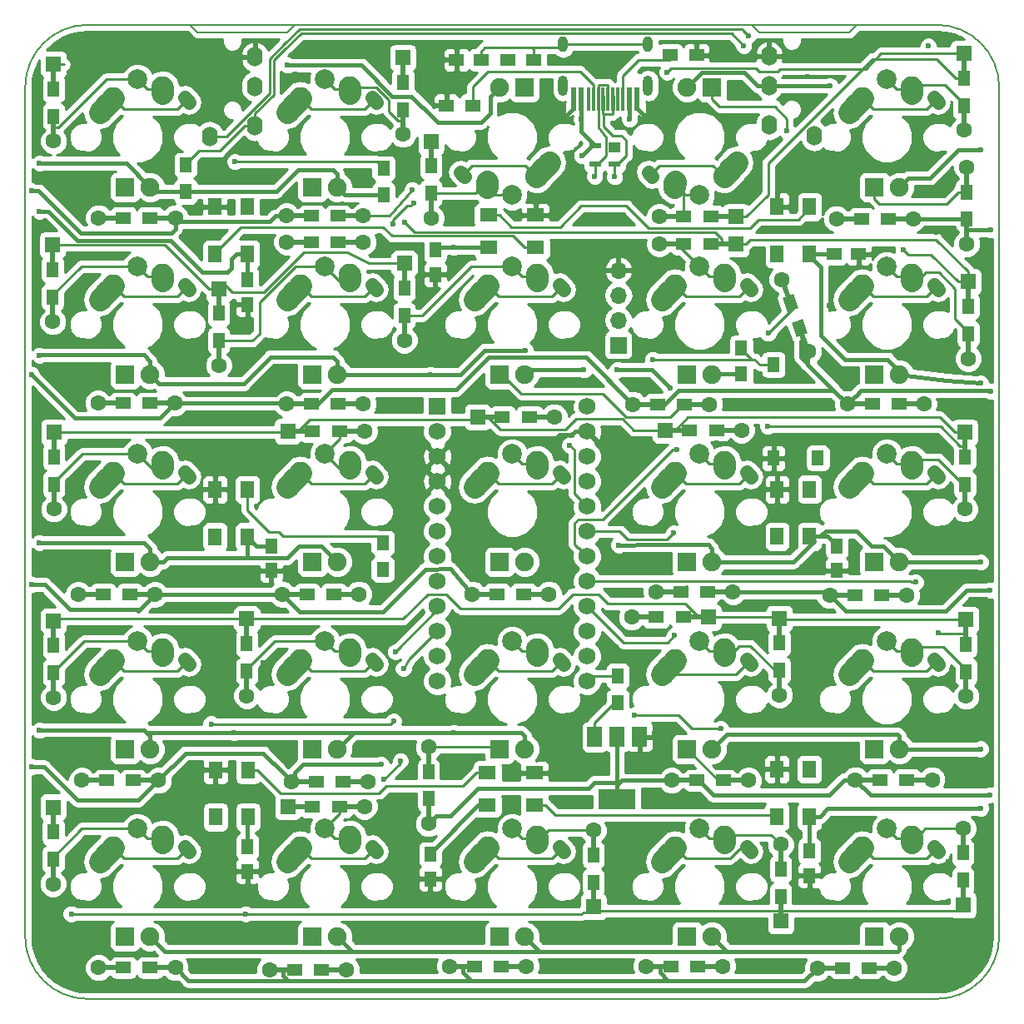
<source format=gbr>
%TF.GenerationSoftware,KiCad,Pcbnew,(5.0.0)*%
%TF.CreationDate,2018-08-30T21:25:35+03:00*%
%TF.ProjectId,Lysergic25,4C7973657267696332352E6B69636164,rev?*%
%TF.SameCoordinates,Original*%
%TF.FileFunction,Copper,L2,Bot,Signal*%
%TF.FilePolarity,Positive*%
%FSLAX46Y46*%
G04 Gerber Fmt 4.6, Leading zero omitted, Abs format (unit mm)*
G04 Created by KiCad (PCBNEW (5.0.0)) date 08/30/18 21:25:35*
%MOMM*%
%LPD*%
G01*
G04 APERTURE LIST*
%TA.AperFunction,NonConductor*%
%ADD10C,0.150000*%
%TD*%
%TA.AperFunction,ComponentPad*%
%ADD11O,1.600000X2.000000*%
%TD*%
%TA.AperFunction,ComponentPad*%
%ADD12C,1.400000*%
%TD*%
%TA.AperFunction,Conductor*%
%ADD13C,1.400000*%
%TD*%
%TA.AperFunction,ComponentPad*%
%ADD14C,2.000000*%
%TD*%
%TA.AperFunction,ComponentPad*%
%ADD15R,1.905000X1.905000*%
%TD*%
%TA.AperFunction,ComponentPad*%
%ADD16C,1.905000*%
%TD*%
%TA.AperFunction,ComponentPad*%
%ADD17C,2.250000*%
%TD*%
%TA.AperFunction,Conductor*%
%ADD18C,2.250000*%
%TD*%
%TA.AperFunction,SMDPad,CuDef*%
%ADD19R,1.300000X1.550000*%
%TD*%
%TA.AperFunction,SMDPad,CuDef*%
%ADD20R,1.300000X1.540000*%
%TD*%
%TA.AperFunction,SMDPad,CuDef*%
%ADD21R,1.250000X1.500000*%
%TD*%
%TA.AperFunction,SMDPad,CuDef*%
%ADD22R,1.500000X1.250000*%
%TD*%
%TA.AperFunction,ComponentPad*%
%ADD23R,1.600000X1.600000*%
%TD*%
%TA.AperFunction,ComponentPad*%
%ADD24C,1.600000*%
%TD*%
%TA.AperFunction,Conductor*%
%ADD25R,0.500000X2.900000*%
%TD*%
%TA.AperFunction,SMDPad,CuDef*%
%ADD26R,1.200000X1.600000*%
%TD*%
%TA.AperFunction,Conductor*%
%ADD27R,2.900000X0.500000*%
%TD*%
%TA.AperFunction,SMDPad,CuDef*%
%ADD28R,1.600000X1.200000*%
%TD*%
%TA.AperFunction,ComponentPad*%
%ADD29O,1.700000X1.700000*%
%TD*%
%TA.AperFunction,ComponentPad*%
%ADD30R,1.700000X1.700000*%
%TD*%
%TA.AperFunction,SMDPad,CuDef*%
%ADD31R,1.400000X1.800000*%
%TD*%
%TA.AperFunction,SMDPad,CuDef*%
%ADD32R,1.800000X1.400000*%
%TD*%
%TA.AperFunction,SMDPad,CuDef*%
%ADD33R,1.500000X2.000000*%
%TD*%
%TA.AperFunction,SMDPad,CuDef*%
%ADD34R,3.800000X2.000000*%
%TD*%
%TA.AperFunction,SMDPad,CuDef*%
%ADD35R,1.500000X1.200000*%
%TD*%
%TA.AperFunction,SMDPad,CuDef*%
%ADD36R,1.200000X1.500000*%
%TD*%
%TA.AperFunction,Conductor*%
%ADD37C,0.500000*%
%TD*%
%TA.AperFunction,Conductor*%
%ADD38C,0.150000*%
%TD*%
%TA.AperFunction,SMDPad,CuDef*%
%ADD39C,1.200000*%
%TD*%
%TA.AperFunction,ComponentPad*%
%ADD40R,1.752600X1.752600*%
%TD*%
%TA.AperFunction,ComponentPad*%
%ADD41C,1.752600*%
%TD*%
%TA.AperFunction,SMDPad,CuDef*%
%ADD42R,1.200000X1.000000*%
%TD*%
%TA.AperFunction,SMDPad,CuDef*%
%ADD43R,1.200000X0.600000*%
%TD*%
%TA.AperFunction,SMDPad,CuDef*%
%ADD44R,1.500000X1.300000*%
%TD*%
%TA.AperFunction,ComponentPad*%
%ADD45O,1.000000X1.600000*%
%TD*%
%TA.AperFunction,ComponentPad*%
%ADD46O,1.000000X2.100000*%
%TD*%
%TA.AperFunction,SMDPad,CuDef*%
%ADD47R,0.300000X2.450000*%
%TD*%
%TA.AperFunction,SMDPad,CuDef*%
%ADD48R,0.600000X2.450000*%
%TD*%
%TA.AperFunction,SMDPad,CuDef*%
%ADD49R,1.300000X1.500000*%
%TD*%
%TA.AperFunction,ViaPad*%
%ADD50C,0.600000*%
%TD*%
%TA.AperFunction,Conductor*%
%ADD51C,0.381000*%
%TD*%
%TA.AperFunction,Conductor*%
%ADD52C,0.228600*%
%TD*%
%TA.AperFunction,Conductor*%
%ADD53C,0.254000*%
%TD*%
G04 APERTURE END LIST*
D10*
X73152000Y-83820000D02*
X62484000Y-83820000D01*
X16002000Y-83820000D02*
X5334000Y-83820000D01*
X73152000Y-83820000D02*
X81280000Y-83820000D01*
X16002000Y-83820000D02*
X62484000Y-83820000D01*
X5334000Y-83820000D02*
X-5080000Y-83820000D01*
X72390000Y-84582000D02*
X73152000Y-83820000D01*
X71882000Y-84582000D02*
X72390000Y-84582000D01*
X63246000Y-84582000D02*
X62484000Y-83820000D01*
X63754000Y-84582000D02*
X63246000Y-84582000D01*
X6096000Y-84582000D02*
X5334000Y-83820000D01*
X6604000Y-84582000D02*
X6096000Y-84582000D01*
X15240000Y-84582000D02*
X16002000Y-83820000D01*
X14732000Y-84582000D02*
X15240000Y-84582000D01*
X7112000Y-84582000D02*
X6604000Y-84582000D01*
X14224000Y-84582000D02*
X14732000Y-84582000D01*
X64262000Y-84582000D02*
X63754000Y-84582000D01*
X71374000Y-84582000D02*
X71882000Y-84582000D01*
X7366000Y-84582000D02*
X7112000Y-84582000D01*
X13970000Y-84582000D02*
X14224000Y-84582000D01*
X64516000Y-84582000D02*
X64262000Y-84582000D01*
X71120000Y-84582000D02*
X71374000Y-84582000D01*
X7366000Y-84582000D02*
X7874000Y-84582000D01*
X13970000Y-84582000D02*
X13462000Y-84582000D01*
X64516000Y-84582000D02*
X65024000Y-84582000D01*
X71120000Y-84582000D02*
X70612000Y-84582000D01*
X65024000Y-84582000D02*
X70612000Y-84582000D01*
X7874000Y-84582000D02*
X13462000Y-84582000D01*
X-11430000Y-90170000D02*
X-11430000Y-176530000D01*
X87630000Y-176530000D02*
X87630000Y-90170000D01*
X-5080000Y-182880000D02*
X81280000Y-182880000D01*
X-5080000Y-182880000D02*
G75*
G02X-11430000Y-176530000I0J6350000D01*
G01*
X-5080000Y-83820000D02*
G75*
G03X-11430000Y-90170000I0J-6350000D01*
G01*
X87630000Y-176530000D02*
G75*
G02X81280000Y-182880000I-6350000J0D01*
G01*
X81280000Y-83820000D02*
G75*
G02X87630000Y-90170000I0J-6350000D01*
G01*
D11*
%TO.P,Trrs2,3*%
%TO.N,VCC*%
X11926600Y-90070800D03*
%TO.P,Trrs2,4*%
%TO.N,GND*%
X11926600Y-87070800D03*
%TO.P,Trrs2,2*%
%TO.N,SDA*%
X11926600Y-94070800D03*
%TO.P,Trrs2,1*%
%TO.N,SCL*%
X7326600Y-95170800D03*
%TD*%
D12*
%TO.P,MX4,1*%
%TO.N,COL3*%
X52150000Y-99050000D03*
D13*
%TD*%
%TO.N,COL3*%
%TO.C,MX4*%
X51949650Y-98826707D02*
X52350350Y-99273293D01*
D14*
%TO.P,MX4,2*%
%TO.N,Net-(D4-Pad2)*%
X57150000Y-101150000D03*
D15*
%TO.P,MX4,4*%
%TO.N,Net-(MX4-Pad4)*%
X58420000Y-90170000D03*
D16*
%TO.P,MX4,3*%
%TO.N,VCC*%
X55880000Y-90170000D03*
D17*
%TO.P,MX4,1*%
%TO.N,COL3*%
X59650000Y-99250000D03*
X60304999Y-98520000D03*
D18*
%TD*%
%TO.N,COL3*%
%TO.C,MX4*%
X60960000Y-97790000D02*
X59649998Y-99250000D01*
D17*
%TO.P,MX4,2*%
%TO.N,Net-(D4-Pad2)*%
X54610000Y-100330000D03*
X54630000Y-100040000D03*
D18*
%TD*%
%TO.N,Net-(D4-Pad2)*%
%TO.C,MX4*%
X54650000Y-99750000D02*
X54610000Y-100330000D01*
D19*
%TO.P,SW1,1*%
%TO.N,Net-(R5-Pad2)*%
X64679000Y-118376500D03*
%TO.P,SW1,2*%
%TO.N,GND*%
X64679000Y-127876500D03*
D20*
%TO.P,SW1,4*%
%TO.N,N/C*%
X69179000Y-127876500D03*
%TD*%
D17*
%TO.P,MX13,2*%
%TO.N,Net-(D13-Pad2)*%
X40620000Y-128560000D03*
D18*
%TD*%
%TO.N,Net-(D13-Pad2)*%
%TO.C,MX13*%
X40600000Y-128850000D02*
X40640000Y-128270000D01*
D17*
%TO.P,MX13,2*%
%TO.N,Net-(D13-Pad2)*%
X40640000Y-128270000D03*
%TO.P,MX13,1*%
%TO.N,COL2*%
X34945001Y-130080000D03*
D18*
%TD*%
%TO.N,COL2*%
%TO.C,MX13*%
X34290000Y-130810000D02*
X35600002Y-129350000D01*
D17*
%TO.P,MX13,1*%
%TO.N,COL2*%
X35600000Y-129350000D03*
D16*
%TO.P,MX13,3*%
%TO.N,VCC*%
X39370000Y-138430000D03*
D15*
%TO.P,MX13,4*%
%TO.N,Net-(MX13-Pad4)*%
X36830000Y-138430000D03*
D14*
%TO.P,MX13,2*%
%TO.N,Net-(D13-Pad2)*%
X38100000Y-127450000D03*
D12*
%TO.P,MX13,1*%
%TO.N,COL2*%
X43100000Y-129550000D03*
D13*
%TD*%
%TO.N,COL2*%
%TO.C,MX13*%
X43300350Y-129773293D02*
X42899650Y-129326707D01*
D12*
%TO.P,MX21,1*%
%TO.N,COL0*%
X5000000Y-167650000D03*
D13*
%TD*%
%TO.N,COL0*%
%TO.C,MX21*%
X5200350Y-167873293D02*
X4799650Y-167426707D01*
D14*
%TO.P,MX21,2*%
%TO.N,Net-(D21-Pad2)*%
X0Y-165550000D03*
D15*
%TO.P,MX21,4*%
%TO.N,Net-(MX21-Pad4)*%
X-1270000Y-176530000D03*
D16*
%TO.P,MX21,3*%
%TO.N,VCC*%
X1270000Y-176530000D03*
D17*
%TO.P,MX21,1*%
%TO.N,COL0*%
X-2500000Y-167450000D03*
X-3154999Y-168180000D03*
D18*
%TD*%
%TO.N,COL0*%
%TO.C,MX21*%
X-3810000Y-168910000D02*
X-2499998Y-167450000D01*
D17*
%TO.P,MX21,2*%
%TO.N,Net-(D21-Pad2)*%
X2540000Y-166370000D03*
X2520000Y-166660000D03*
D18*
%TD*%
%TO.N,Net-(D21-Pad2)*%
%TO.C,MX21*%
X2500000Y-166950000D02*
X2540000Y-166370000D01*
D12*
%TO.P,MX22,1*%
%TO.N,COL1*%
X24050000Y-167650000D03*
D13*
%TD*%
%TO.N,COL1*%
%TO.C,MX22*%
X24250350Y-167873293D02*
X23849650Y-167426707D01*
D14*
%TO.P,MX22,2*%
%TO.N,Net-(D22-Pad2)*%
X19050000Y-165550000D03*
D15*
%TO.P,MX22,4*%
%TO.N,Net-(MX22-Pad4)*%
X17780000Y-176530000D03*
D16*
%TO.P,MX22,3*%
%TO.N,VCC*%
X20320000Y-176530000D03*
D17*
%TO.P,MX22,1*%
%TO.N,COL1*%
X16550000Y-167450000D03*
X15895001Y-168180000D03*
D18*
%TD*%
%TO.N,COL1*%
%TO.C,MX22*%
X15240000Y-168910000D02*
X16550002Y-167450000D01*
D17*
%TO.P,MX22,2*%
%TO.N,Net-(D22-Pad2)*%
X21590000Y-166370000D03*
X21570000Y-166660000D03*
D18*
%TD*%
%TO.N,Net-(D22-Pad2)*%
%TO.C,MX22*%
X21550000Y-166950000D02*
X21590000Y-166370000D01*
D12*
%TO.P,MX23,1*%
%TO.N,COL2*%
X43100000Y-167650000D03*
D13*
%TD*%
%TO.N,COL2*%
%TO.C,MX23*%
X43300350Y-167873293D02*
X42899650Y-167426707D01*
D14*
%TO.P,MX23,2*%
%TO.N,Net-(D23-Pad2)*%
X38100000Y-165550000D03*
D15*
%TO.P,MX23,4*%
%TO.N,Net-(MX23-Pad4)*%
X36830000Y-176530000D03*
D16*
%TO.P,MX23,3*%
%TO.N,VCC*%
X39370000Y-176530000D03*
D17*
%TO.P,MX23,1*%
%TO.N,COL2*%
X35600000Y-167450000D03*
X34945001Y-168180000D03*
D18*
%TD*%
%TO.N,COL2*%
%TO.C,MX23*%
X34290000Y-168910000D02*
X35600002Y-167450000D01*
D17*
%TO.P,MX23,2*%
%TO.N,Net-(D23-Pad2)*%
X40640000Y-166370000D03*
X40620000Y-166660000D03*
D18*
%TD*%
%TO.N,Net-(D23-Pad2)*%
%TO.C,MX23*%
X40600000Y-166950000D02*
X40640000Y-166370000D01*
D12*
%TO.P,MX24,1*%
%TO.N,COL3*%
X62150000Y-167650000D03*
D13*
%TD*%
%TO.N,COL3*%
%TO.C,MX24*%
X62350350Y-167873293D02*
X61949650Y-167426707D01*
D14*
%TO.P,MX24,2*%
%TO.N,Net-(D24-Pad2)*%
X57150000Y-165550000D03*
D15*
%TO.P,MX24,4*%
%TO.N,Net-(MX24-Pad4)*%
X55880000Y-176530000D03*
D16*
%TO.P,MX24,3*%
%TO.N,VCC*%
X58420000Y-176530000D03*
D17*
%TO.P,MX24,1*%
%TO.N,COL3*%
X54650000Y-167450000D03*
X53995001Y-168180000D03*
D18*
%TD*%
%TO.N,COL3*%
%TO.C,MX24*%
X53340000Y-168910000D02*
X54650002Y-167450000D01*
D17*
%TO.P,MX24,2*%
%TO.N,Net-(D24-Pad2)*%
X59690000Y-166370000D03*
X59670000Y-166660000D03*
D18*
%TD*%
%TO.N,Net-(D24-Pad2)*%
%TO.C,MX24*%
X59650000Y-166950000D02*
X59690000Y-166370000D01*
D12*
%TO.P,MX25,1*%
%TO.N,COL4*%
X81200000Y-167650000D03*
D13*
%TD*%
%TO.N,COL4*%
%TO.C,MX25*%
X81400350Y-167873293D02*
X80999650Y-167426707D01*
D14*
%TO.P,MX25,2*%
%TO.N,Net-(D25-Pad2)*%
X76200000Y-165550000D03*
D15*
%TO.P,MX25,4*%
%TO.N,Net-(MX25-Pad4)*%
X74930000Y-176530000D03*
D16*
%TO.P,MX25,3*%
%TO.N,VCC*%
X77470000Y-176530000D03*
D17*
%TO.P,MX25,1*%
%TO.N,COL4*%
X73700000Y-167450000D03*
X73045001Y-168180000D03*
D18*
%TD*%
%TO.N,COL4*%
%TO.C,MX25*%
X72390000Y-168910000D02*
X73700002Y-167450000D01*
D17*
%TO.P,MX25,2*%
%TO.N,Net-(D25-Pad2)*%
X78740000Y-166370000D03*
X78720000Y-166660000D03*
D18*
%TD*%
%TO.N,Net-(D25-Pad2)*%
%TO.C,MX25*%
X78700000Y-166950000D02*
X78740000Y-166370000D01*
D12*
%TO.P,MX16,1*%
%TO.N,COL0*%
X5000000Y-148600000D03*
D13*
%TD*%
%TO.N,COL0*%
%TO.C,MX16*%
X5200350Y-148823293D02*
X4799650Y-148376707D01*
D14*
%TO.P,MX16,2*%
%TO.N,Net-(D16-Pad2)*%
X0Y-146500000D03*
D15*
%TO.P,MX16,4*%
%TO.N,Net-(MX16-Pad4)*%
X-1270000Y-157480000D03*
D16*
%TO.P,MX16,3*%
%TO.N,VCC*%
X1270000Y-157480000D03*
D17*
%TO.P,MX16,1*%
%TO.N,COL0*%
X-2500000Y-148400000D03*
X-3154999Y-149130000D03*
D18*
%TD*%
%TO.N,COL0*%
%TO.C,MX16*%
X-3810000Y-149860000D02*
X-2499998Y-148400000D01*
D17*
%TO.P,MX16,2*%
%TO.N,Net-(D16-Pad2)*%
X2540000Y-147320000D03*
X2520000Y-147610000D03*
D18*
%TD*%
%TO.N,Net-(D16-Pad2)*%
%TO.C,MX16*%
X2500000Y-147900000D02*
X2540000Y-147320000D01*
D12*
%TO.P,MX17,1*%
%TO.N,COL1*%
X24050000Y-148600000D03*
D13*
%TD*%
%TO.N,COL1*%
%TO.C,MX17*%
X24250350Y-148823293D02*
X23849650Y-148376707D01*
D14*
%TO.P,MX17,2*%
%TO.N,Net-(D17-Pad2)*%
X19050000Y-146500000D03*
D15*
%TO.P,MX17,4*%
%TO.N,Net-(MX17-Pad4)*%
X17780000Y-157480000D03*
D16*
%TO.P,MX17,3*%
%TO.N,VCC*%
X20320000Y-157480000D03*
D17*
%TO.P,MX17,1*%
%TO.N,COL1*%
X16550000Y-148400000D03*
X15895001Y-149130000D03*
D18*
%TD*%
%TO.N,COL1*%
%TO.C,MX17*%
X15240000Y-149860000D02*
X16550002Y-148400000D01*
D17*
%TO.P,MX17,2*%
%TO.N,Net-(D17-Pad2)*%
X21590000Y-147320000D03*
X21570000Y-147610000D03*
D18*
%TD*%
%TO.N,Net-(D17-Pad2)*%
%TO.C,MX17*%
X21550000Y-147900000D02*
X21590000Y-147320000D01*
D12*
%TO.P,MX18,1*%
%TO.N,COL2*%
X43100000Y-148600000D03*
D13*
%TD*%
%TO.N,COL2*%
%TO.C,MX18*%
X43300350Y-148823293D02*
X42899650Y-148376707D01*
D14*
%TO.P,MX18,2*%
%TO.N,Net-(D18-Pad2)*%
X38100000Y-146500000D03*
D15*
%TO.P,MX18,4*%
%TO.N,Net-(MX18-Pad4)*%
X36830000Y-157480000D03*
D16*
%TO.P,MX18,3*%
%TO.N,VCC*%
X39370000Y-157480000D03*
D17*
%TO.P,MX18,1*%
%TO.N,COL2*%
X35600000Y-148400000D03*
X34945001Y-149130000D03*
D18*
%TD*%
%TO.N,COL2*%
%TO.C,MX18*%
X34290000Y-149860000D02*
X35600002Y-148400000D01*
D17*
%TO.P,MX18,2*%
%TO.N,Net-(D18-Pad2)*%
X40640000Y-147320000D03*
X40620000Y-147610000D03*
D18*
%TD*%
%TO.N,Net-(D18-Pad2)*%
%TO.C,MX18*%
X40600000Y-147900000D02*
X40640000Y-147320000D01*
D12*
%TO.P,MX19,1*%
%TO.N,COL3*%
X62150000Y-148600000D03*
D13*
%TD*%
%TO.N,COL3*%
%TO.C,MX19*%
X62350350Y-148823293D02*
X61949650Y-148376707D01*
D14*
%TO.P,MX19,2*%
%TO.N,Net-(D19-Pad2)*%
X57150000Y-146500000D03*
D15*
%TO.P,MX19,4*%
%TO.N,Net-(MX19-Pad4)*%
X55880000Y-157480000D03*
D16*
%TO.P,MX19,3*%
%TO.N,VCC*%
X58420000Y-157480000D03*
D17*
%TO.P,MX19,1*%
%TO.N,COL3*%
X54650000Y-148400000D03*
X53995001Y-149130000D03*
D18*
%TD*%
%TO.N,COL3*%
%TO.C,MX19*%
X53340000Y-149860000D02*
X54650002Y-148400000D01*
D17*
%TO.P,MX19,2*%
%TO.N,Net-(D19-Pad2)*%
X59690000Y-147320000D03*
X59670000Y-147610000D03*
D18*
%TD*%
%TO.N,Net-(D19-Pad2)*%
%TO.C,MX19*%
X59650000Y-147900000D02*
X59690000Y-147320000D01*
D12*
%TO.P,MX20,1*%
%TO.N,COL4*%
X81200000Y-148600000D03*
D13*
%TD*%
%TO.N,COL4*%
%TO.C,MX20*%
X81400350Y-148823293D02*
X80999650Y-148376707D01*
D14*
%TO.P,MX20,2*%
%TO.N,Net-(D20-Pad2)*%
X76200000Y-146500000D03*
D15*
%TO.P,MX20,4*%
%TO.N,Net-(MX20-Pad4)*%
X74930000Y-157480000D03*
D16*
%TO.P,MX20,3*%
%TO.N,VCC*%
X77470000Y-157480000D03*
D17*
%TO.P,MX20,1*%
%TO.N,COL4*%
X73700000Y-148400000D03*
X73045001Y-149130000D03*
D18*
%TD*%
%TO.N,COL4*%
%TO.C,MX20*%
X72390000Y-149860000D02*
X73700002Y-148400000D01*
D17*
%TO.P,MX20,2*%
%TO.N,Net-(D20-Pad2)*%
X78740000Y-147320000D03*
X78720000Y-147610000D03*
D18*
%TD*%
%TO.N,Net-(D20-Pad2)*%
%TO.C,MX20*%
X78700000Y-147900000D02*
X78740000Y-147320000D01*
D12*
%TO.P,MX15,1*%
%TO.N,COL4*%
X81200000Y-129550000D03*
D13*
%TD*%
%TO.N,COL4*%
%TO.C,MX15*%
X81400350Y-129773293D02*
X80999650Y-129326707D01*
D14*
%TO.P,MX15,2*%
%TO.N,Net-(D15-Pad2)*%
X76200000Y-127450000D03*
D15*
%TO.P,MX15,4*%
%TO.N,Net-(MX15-Pad4)*%
X74930000Y-138430000D03*
D16*
%TO.P,MX15,3*%
%TO.N,VCC*%
X77470000Y-138430000D03*
D17*
%TO.P,MX15,1*%
%TO.N,COL4*%
X73700000Y-129350000D03*
X73045001Y-130080000D03*
D18*
%TD*%
%TO.N,COL4*%
%TO.C,MX15*%
X72390000Y-130810000D02*
X73700002Y-129350000D01*
D17*
%TO.P,MX15,2*%
%TO.N,Net-(D15-Pad2)*%
X78740000Y-128270000D03*
X78720000Y-128560000D03*
D18*
%TD*%
%TO.N,Net-(D15-Pad2)*%
%TO.C,MX15*%
X78700000Y-128850000D02*
X78740000Y-128270000D01*
D12*
%TO.P,MX14,1*%
%TO.N,COL3*%
X62150000Y-129550000D03*
D13*
%TD*%
%TO.N,COL3*%
%TO.C,MX14*%
X62350350Y-129773293D02*
X61949650Y-129326707D01*
D14*
%TO.P,MX14,2*%
%TO.N,Net-(D14-Pad2)*%
X57150000Y-127450000D03*
D15*
%TO.P,MX14,4*%
%TO.N,Net-(MX14-Pad4)*%
X55880000Y-138430000D03*
D16*
%TO.P,MX14,3*%
%TO.N,VCC*%
X58420000Y-138430000D03*
D17*
%TO.P,MX14,1*%
%TO.N,COL3*%
X54650000Y-129350000D03*
X53995001Y-130080000D03*
D18*
%TD*%
%TO.N,COL3*%
%TO.C,MX14*%
X53340000Y-130810000D02*
X54650002Y-129350000D01*
D17*
%TO.P,MX14,2*%
%TO.N,Net-(D14-Pad2)*%
X59690000Y-128270000D03*
X59670000Y-128560000D03*
D18*
%TD*%
%TO.N,Net-(D14-Pad2)*%
%TO.C,MX14*%
X59650000Y-128850000D02*
X59690000Y-128270000D01*
D12*
%TO.P,MX12,1*%
%TO.N,COL1*%
X24050000Y-129550000D03*
D13*
%TD*%
%TO.N,COL1*%
%TO.C,MX12*%
X24250350Y-129773293D02*
X23849650Y-129326707D01*
D14*
%TO.P,MX12,2*%
%TO.N,Net-(D12-Pad2)*%
X19050000Y-127450000D03*
D15*
%TO.P,MX12,4*%
%TO.N,Net-(MX12-Pad4)*%
X17780000Y-138430000D03*
D16*
%TO.P,MX12,3*%
%TO.N,VCC*%
X20320000Y-138430000D03*
D17*
%TO.P,MX12,1*%
%TO.N,COL1*%
X16550000Y-129350000D03*
X15895001Y-130080000D03*
D18*
%TD*%
%TO.N,COL1*%
%TO.C,MX12*%
X15240000Y-130810000D02*
X16550002Y-129350000D01*
D17*
%TO.P,MX12,2*%
%TO.N,Net-(D12-Pad2)*%
X21590000Y-128270000D03*
X21570000Y-128560000D03*
D18*
%TD*%
%TO.N,Net-(D12-Pad2)*%
%TO.C,MX12*%
X21550000Y-128850000D02*
X21590000Y-128270000D01*
D12*
%TO.P,MX11,1*%
%TO.N,COL0*%
X5000000Y-129550000D03*
D13*
%TD*%
%TO.N,COL0*%
%TO.C,MX11*%
X5200350Y-129773293D02*
X4799650Y-129326707D01*
D14*
%TO.P,MX11,2*%
%TO.N,Net-(D11-Pad2)*%
X0Y-127450000D03*
D15*
%TO.P,MX11,4*%
%TO.N,Net-(MX11-Pad4)*%
X-1270000Y-138430000D03*
D16*
%TO.P,MX11,3*%
%TO.N,VCC*%
X1270000Y-138430000D03*
D17*
%TO.P,MX11,1*%
%TO.N,COL0*%
X-2500000Y-129350000D03*
X-3154999Y-130080000D03*
D18*
%TD*%
%TO.N,COL0*%
%TO.C,MX11*%
X-3810000Y-130810000D02*
X-2499998Y-129350000D01*
D17*
%TO.P,MX11,2*%
%TO.N,Net-(D11-Pad2)*%
X2540000Y-128270000D03*
X2520000Y-128560000D03*
D18*
%TD*%
%TO.N,Net-(D11-Pad2)*%
%TO.C,MX11*%
X2500000Y-128850000D02*
X2540000Y-128270000D01*
D12*
%TO.P,MX10,1*%
%TO.N,COL4*%
X81200000Y-110500000D03*
D13*
%TD*%
%TO.N,COL4*%
%TO.C,MX10*%
X81400350Y-110723293D02*
X80999650Y-110276707D01*
D14*
%TO.P,MX10,2*%
%TO.N,Net-(D10-Pad2)*%
X76200000Y-108400000D03*
D15*
%TO.P,MX10,4*%
%TO.N,Net-(MX10-Pad4)*%
X74930000Y-119380000D03*
D16*
%TO.P,MX10,3*%
%TO.N,VCC*%
X77470000Y-119380000D03*
D17*
%TO.P,MX10,1*%
%TO.N,COL4*%
X73700000Y-110300000D03*
X73045001Y-111030000D03*
D18*
%TD*%
%TO.N,COL4*%
%TO.C,MX10*%
X72390000Y-111760000D02*
X73700002Y-110300000D01*
D17*
%TO.P,MX10,2*%
%TO.N,Net-(D10-Pad2)*%
X78740000Y-109220000D03*
X78720000Y-109510000D03*
D18*
%TD*%
%TO.N,Net-(D10-Pad2)*%
%TO.C,MX10*%
X78700000Y-109800000D02*
X78740000Y-109220000D01*
D12*
%TO.P,MX9,1*%
%TO.N,COL3*%
X62150000Y-110500000D03*
D13*
%TD*%
%TO.N,COL3*%
%TO.C,MX9*%
X62350350Y-110723293D02*
X61949650Y-110276707D01*
D14*
%TO.P,MX9,2*%
%TO.N,Net-(D9-Pad2)*%
X57150000Y-108400000D03*
D15*
%TO.P,MX9,4*%
%TO.N,Net-(MX9-Pad4)*%
X55880000Y-119380000D03*
D16*
%TO.P,MX9,3*%
%TO.N,VCC*%
X58420000Y-119380000D03*
D17*
%TO.P,MX9,1*%
%TO.N,COL3*%
X54650000Y-110300000D03*
X53995001Y-111030000D03*
D18*
%TD*%
%TO.N,COL3*%
%TO.C,MX9*%
X53340000Y-111760000D02*
X54650002Y-110300000D01*
D17*
%TO.P,MX9,2*%
%TO.N,Net-(D9-Pad2)*%
X59690000Y-109220000D03*
X59670000Y-109510000D03*
D18*
%TD*%
%TO.N,Net-(D9-Pad2)*%
%TO.C,MX9*%
X59650000Y-109800000D02*
X59690000Y-109220000D01*
D12*
%TO.P,MX8,1*%
%TO.N,COL2*%
X43100000Y-110500000D03*
D13*
%TD*%
%TO.N,COL2*%
%TO.C,MX8*%
X43300350Y-110723293D02*
X42899650Y-110276707D01*
D14*
%TO.P,MX8,2*%
%TO.N,Net-(D8-Pad2)*%
X38100000Y-108400000D03*
D15*
%TO.P,MX8,4*%
%TO.N,Net-(MX8-Pad4)*%
X36830000Y-119380000D03*
D16*
%TO.P,MX8,3*%
%TO.N,VCC*%
X39370000Y-119380000D03*
D17*
%TO.P,MX8,1*%
%TO.N,COL2*%
X35600000Y-110300000D03*
X34945001Y-111030000D03*
D18*
%TD*%
%TO.N,COL2*%
%TO.C,MX8*%
X34290000Y-111760000D02*
X35600002Y-110300000D01*
D17*
%TO.P,MX8,2*%
%TO.N,Net-(D8-Pad2)*%
X40640000Y-109220000D03*
X40620000Y-109510000D03*
D18*
%TD*%
%TO.N,Net-(D8-Pad2)*%
%TO.C,MX8*%
X40600000Y-109800000D02*
X40640000Y-109220000D01*
D12*
%TO.P,MX7,1*%
%TO.N,COL1*%
X24050000Y-110500000D03*
D13*
%TD*%
%TO.N,COL1*%
%TO.C,MX7*%
X24250350Y-110723293D02*
X23849650Y-110276707D01*
D14*
%TO.P,MX7,2*%
%TO.N,Net-(D7-Pad2)*%
X19050000Y-108400000D03*
D15*
%TO.P,MX7,4*%
%TO.N,Net-(MX7-Pad4)*%
X17780000Y-119380000D03*
D16*
%TO.P,MX7,3*%
%TO.N,VCC*%
X20320000Y-119380000D03*
D17*
%TO.P,MX7,1*%
%TO.N,COL1*%
X16550000Y-110300000D03*
X15895001Y-111030000D03*
D18*
%TD*%
%TO.N,COL1*%
%TO.C,MX7*%
X15240000Y-111760000D02*
X16550002Y-110300000D01*
D17*
%TO.P,MX7,2*%
%TO.N,Net-(D7-Pad2)*%
X21590000Y-109220000D03*
X21570000Y-109510000D03*
D18*
%TD*%
%TO.N,Net-(D7-Pad2)*%
%TO.C,MX7*%
X21550000Y-109800000D02*
X21590000Y-109220000D01*
D12*
%TO.P,MX6,1*%
%TO.N,COL0*%
X5000000Y-110500000D03*
D13*
%TD*%
%TO.N,COL0*%
%TO.C,MX6*%
X5200350Y-110723293D02*
X4799650Y-110276707D01*
D14*
%TO.P,MX6,2*%
%TO.N,Net-(D6-Pad2)*%
X0Y-108400000D03*
D15*
%TO.P,MX6,4*%
%TO.N,Net-(MX6-Pad4)*%
X-1270000Y-119380000D03*
D16*
%TO.P,MX6,3*%
%TO.N,VCC*%
X1270000Y-119380000D03*
D17*
%TO.P,MX6,1*%
%TO.N,COL0*%
X-2500000Y-110300000D03*
X-3154999Y-111030000D03*
D18*
%TD*%
%TO.N,COL0*%
%TO.C,MX6*%
X-3810000Y-111760000D02*
X-2499998Y-110300000D01*
D17*
%TO.P,MX6,2*%
%TO.N,Net-(D6-Pad2)*%
X2540000Y-109220000D03*
X2520000Y-109510000D03*
D18*
%TD*%
%TO.N,Net-(D6-Pad2)*%
%TO.C,MX6*%
X2500000Y-109800000D02*
X2540000Y-109220000D01*
D12*
%TO.P,MX5,1*%
%TO.N,COL4*%
X81200000Y-91450000D03*
D13*
%TD*%
%TO.N,COL4*%
%TO.C,MX5*%
X81400350Y-91673293D02*
X80999650Y-91226707D01*
D14*
%TO.P,MX5,2*%
%TO.N,Net-(D5-Pad2)*%
X76200000Y-89350000D03*
D15*
%TO.P,MX5,4*%
%TO.N,Net-(MX5-Pad4)*%
X74930000Y-100330000D03*
D16*
%TO.P,MX5,3*%
%TO.N,VCC*%
X77470000Y-100330000D03*
D17*
%TO.P,MX5,1*%
%TO.N,COL4*%
X73700000Y-91250000D03*
X73045001Y-91980000D03*
D18*
%TD*%
%TO.N,COL4*%
%TO.C,MX5*%
X72390000Y-92710000D02*
X73700002Y-91250000D01*
D17*
%TO.P,MX5,2*%
%TO.N,Net-(D5-Pad2)*%
X78740000Y-90170000D03*
X78720000Y-90460000D03*
D18*
%TD*%
%TO.N,Net-(D5-Pad2)*%
%TO.C,MX5*%
X78700000Y-90750000D02*
X78740000Y-90170000D01*
D12*
%TO.P,MX1,1*%
%TO.N,COL0*%
X5000000Y-91450000D03*
D13*
%TD*%
%TO.N,COL0*%
%TO.C,MX1*%
X5200350Y-91673293D02*
X4799650Y-91226707D01*
D14*
%TO.P,MX1,2*%
%TO.N,Net-(D1-Pad2)*%
X0Y-89350000D03*
D15*
%TO.P,MX1,4*%
%TO.N,Net-(MX1-Pad4)*%
X-1270000Y-100330000D03*
D16*
%TO.P,MX1,3*%
%TO.N,VCC*%
X1270000Y-100330000D03*
D17*
%TO.P,MX1,1*%
%TO.N,COL0*%
X-2500000Y-91250000D03*
X-3154999Y-91980000D03*
D18*
%TD*%
%TO.N,COL0*%
%TO.C,MX1*%
X-3810000Y-92710000D02*
X-2499998Y-91250000D01*
D17*
%TO.P,MX1,2*%
%TO.N,Net-(D1-Pad2)*%
X2540000Y-90170000D03*
X2520000Y-90460000D03*
D18*
%TD*%
%TO.N,Net-(D1-Pad2)*%
%TO.C,MX1*%
X2500000Y-90750000D02*
X2540000Y-90170000D01*
D12*
%TO.P,MX2,1*%
%TO.N,COL1*%
X24050000Y-91450000D03*
D13*
%TD*%
%TO.N,COL1*%
%TO.C,MX2*%
X24250350Y-91673293D02*
X23849650Y-91226707D01*
D14*
%TO.P,MX2,2*%
%TO.N,Net-(D2-Pad2)*%
X19050000Y-89350000D03*
D15*
%TO.P,MX2,4*%
%TO.N,Net-(MX2-Pad4)*%
X17780000Y-100330000D03*
D16*
%TO.P,MX2,3*%
%TO.N,VCC*%
X20320000Y-100330000D03*
D17*
%TO.P,MX2,1*%
%TO.N,COL1*%
X16550000Y-91250000D03*
X15895001Y-91980000D03*
D18*
%TD*%
%TO.N,COL1*%
%TO.C,MX2*%
X15240000Y-92710000D02*
X16550002Y-91250000D01*
D17*
%TO.P,MX2,2*%
%TO.N,Net-(D2-Pad2)*%
X21590000Y-90170000D03*
X21570000Y-90460000D03*
D18*
%TD*%
%TO.N,Net-(D2-Pad2)*%
%TO.C,MX2*%
X21550000Y-90750000D02*
X21590000Y-90170000D01*
D12*
%TO.P,MX3,1*%
%TO.N,COL2*%
X33074600Y-99050000D03*
D13*
%TD*%
%TO.N,COL2*%
%TO.C,MX3*%
X32874250Y-98826707D02*
X33274950Y-99273293D01*
D14*
%TO.P,MX3,2*%
%TO.N,Net-(D3-Pad2)*%
X38074600Y-101150000D03*
D15*
%TO.P,MX3,4*%
%TO.N,Net-(MX3-Pad4)*%
X39344600Y-90170000D03*
D16*
%TO.P,MX3,3*%
%TO.N,VCC*%
X36804600Y-90170000D03*
D17*
%TO.P,MX3,1*%
%TO.N,COL2*%
X40574600Y-99250000D03*
X41229599Y-98520000D03*
D18*
%TD*%
%TO.N,COL2*%
%TO.C,MX3*%
X41884600Y-97790000D02*
X40574598Y-99250000D01*
D17*
%TO.P,MX3,2*%
%TO.N,Net-(D3-Pad2)*%
X35534600Y-100330000D03*
X35554600Y-100040000D03*
D18*
%TD*%
%TO.N,Net-(D3-Pad2)*%
%TO.C,MX3*%
X35574600Y-99750000D02*
X35534600Y-100330000D01*
D21*
%TO.P,C1,1*%
%TO.N,VCC*%
X13589000Y-136799000D03*
%TO.P,C1,2*%
%TO.N,GND*%
X13589000Y-139299000D03*
%TD*%
%TO.P,C2,1*%
%TO.N,VCC*%
X11176000Y-109768000D03*
%TO.P,C2,2*%
%TO.N,GND*%
X11176000Y-112268000D03*
%TD*%
%TO.P,C3,1*%
%TO.N,VCC*%
X30289500Y-106720000D03*
%TO.P,C3,2*%
%TO.N,GND*%
X30289500Y-109220000D03*
%TD*%
D22*
%TO.P,C4,2*%
%TO.N,GND*%
X73322500Y-107124500D03*
%TO.P,C4,1*%
%TO.N,VCC*%
X70822500Y-107124500D03*
%TD*%
D21*
%TO.P,C5,1*%
%TO.N,VCC*%
X71120000Y-136799000D03*
%TO.P,C5,2*%
%TO.N,GND*%
X71120000Y-139299000D03*
%TD*%
%TO.P,C6,2*%
%TO.N,GND*%
X68326000Y-170350500D03*
%TO.P,C6,1*%
%TO.N,VCC*%
X68326000Y-167850500D03*
%TD*%
%TO.P,C7,2*%
%TO.N,GND*%
X11176000Y-169906000D03*
%TO.P,C7,1*%
%TO.N,VCC*%
X11176000Y-167406000D03*
%TD*%
%TO.P,C8,2*%
%TO.N,GND*%
X29768800Y-170668000D03*
%TO.P,C8,1*%
%TO.N,VCC*%
X29768800Y-168168000D03*
%TD*%
D22*
%TO.P,C9,2*%
%TO.N,GND*%
X32448500Y-87376000D03*
%TO.P,C9,1*%
%TO.N,Net-(C9-Pad1)*%
X34948500Y-87376000D03*
%TD*%
D23*
%TO.P,D1,1*%
%TO.N,ROW0*%
X-8534400Y-87844800D03*
D24*
%TO.P,D1,2*%
%TO.N,Net-(D1-Pad2)*%
X-8534400Y-95644800D03*
D25*
%TD*%
%TO.N,ROW0*%
%TO.C,D1*%
X-8534400Y-89244800D03*
D26*
%TO.P,D1,1*%
%TO.N,ROW0*%
X-8534400Y-90344800D03*
%TO.P,D1,2*%
%TO.N,Net-(D1-Pad2)*%
X-8534400Y-93144800D03*
D25*
%TD*%
%TO.N,Net-(D1-Pad2)*%
%TO.C,D1*%
X-8534400Y-94244800D03*
%TO.N,Net-(D2-Pad2)*%
%TO.C,D2*%
X26987500Y-93559000D03*
D26*
%TD*%
%TO.P,D2,2*%
%TO.N,Net-(D2-Pad2)*%
X26987500Y-92459000D03*
%TO.P,D2,1*%
%TO.N,ROW0*%
X26987500Y-89659000D03*
D25*
%TD*%
%TO.N,ROW0*%
%TO.C,D2*%
X26987500Y-88559000D03*
D24*
%TO.P,D2,2*%
%TO.N,Net-(D2-Pad2)*%
X26987500Y-94959000D03*
D23*
%TO.P,D2,1*%
%TO.N,ROW0*%
X26987500Y-87159000D03*
%TD*%
D25*
%TO.N,Net-(D3-Pad2)*%
%TO.C,D3*%
X29845000Y-102068000D03*
D26*
%TD*%
%TO.P,D3,2*%
%TO.N,Net-(D3-Pad2)*%
X29845000Y-100968000D03*
%TO.P,D3,1*%
%TO.N,ROW0*%
X29845000Y-98168000D03*
D25*
%TD*%
%TO.N,ROW0*%
%TO.C,D3*%
X29845000Y-97068000D03*
D24*
%TO.P,D3,2*%
%TO.N,Net-(D3-Pad2)*%
X29845000Y-103468000D03*
D23*
%TO.P,D3,1*%
%TO.N,ROW0*%
X29845000Y-95668000D03*
%TD*%
D27*
%TO.N,Net-(D4-Pad2)*%
%TO.C,D4*%
X54459500Y-103314500D03*
D28*
%TD*%
%TO.P,D4,2*%
%TO.N,Net-(D4-Pad2)*%
X55559500Y-103314500D03*
%TO.P,D4,1*%
%TO.N,ROW0*%
X58359500Y-103314500D03*
D27*
%TD*%
%TO.N,ROW0*%
%TO.C,D4*%
X59459500Y-103314500D03*
D24*
%TO.P,D4,2*%
%TO.N,Net-(D4-Pad2)*%
X53059500Y-103314500D03*
D23*
%TO.P,D4,1*%
%TO.N,ROW0*%
X60859500Y-103314500D03*
%TD*%
%TO.P,D5,1*%
%TO.N,ROW0*%
X84018120Y-86739900D03*
D24*
%TO.P,D5,2*%
%TO.N,Net-(D5-Pad2)*%
X84018120Y-94539900D03*
D25*
%TD*%
%TO.N,ROW0*%
%TO.C,D5*%
X84018120Y-88139900D03*
D26*
%TO.P,D5,1*%
%TO.N,ROW0*%
X84018120Y-89239900D03*
%TO.P,D5,2*%
%TO.N,Net-(D5-Pad2)*%
X84018120Y-92039900D03*
D25*
%TD*%
%TO.N,Net-(D5-Pad2)*%
%TO.C,D5*%
X84018120Y-93139900D03*
%TO.N,Net-(D6-Pad2)*%
%TO.C,D6*%
X-8636000Y-112609000D03*
D26*
%TD*%
%TO.P,D6,2*%
%TO.N,Net-(D6-Pad2)*%
X-8636000Y-111509000D03*
%TO.P,D6,1*%
%TO.N,ROW1*%
X-8636000Y-108709000D03*
D25*
%TD*%
%TO.N,ROW1*%
%TO.C,D6*%
X-8636000Y-107609000D03*
D24*
%TO.P,D6,2*%
%TO.N,Net-(D6-Pad2)*%
X-8636000Y-114009000D03*
D23*
%TO.P,D6,1*%
%TO.N,ROW1*%
X-8636000Y-106209000D03*
%TD*%
%TO.P,D7,1*%
%TO.N,ROW1*%
X8255000Y-110654000D03*
D24*
%TO.P,D7,2*%
%TO.N,Net-(D7-Pad2)*%
X8255000Y-118454000D03*
D25*
%TD*%
%TO.N,ROW1*%
%TO.C,D7*%
X8255000Y-112054000D03*
D26*
%TO.P,D7,1*%
%TO.N,ROW1*%
X8255000Y-113154000D03*
%TO.P,D7,2*%
%TO.N,Net-(D7-Pad2)*%
X8255000Y-115954000D03*
D25*
%TD*%
%TO.N,Net-(D7-Pad2)*%
%TO.C,D7*%
X8255000Y-117054000D03*
D23*
%TO.P,D8,1*%
%TO.N,ROW1*%
X27127200Y-108088600D03*
D24*
%TO.P,D8,2*%
%TO.N,Net-(D8-Pad2)*%
X27127200Y-115888600D03*
D25*
%TD*%
%TO.N,ROW1*%
%TO.C,D8*%
X27127200Y-109488600D03*
D26*
%TO.P,D8,1*%
%TO.N,ROW1*%
X27127200Y-110588600D03*
%TO.P,D8,2*%
%TO.N,Net-(D8-Pad2)*%
X27127200Y-113388600D03*
D25*
%TD*%
%TO.N,Net-(D8-Pad2)*%
%TO.C,D8*%
X27127200Y-114488600D03*
D27*
%TO.N,Net-(D9-Pad2)*%
%TO.C,D9*%
X54459500Y-106108500D03*
D28*
%TD*%
%TO.P,D9,2*%
%TO.N,Net-(D9-Pad2)*%
X55559500Y-106108500D03*
%TO.P,D9,1*%
%TO.N,ROW1*%
X58359500Y-106108500D03*
D27*
%TD*%
%TO.N,ROW1*%
%TO.C,D9*%
X59459500Y-106108500D03*
D24*
%TO.P,D9,2*%
%TO.N,Net-(D9-Pad2)*%
X53059500Y-106108500D03*
D23*
%TO.P,D9,1*%
%TO.N,ROW1*%
X60859500Y-106108500D03*
%TD*%
D25*
%TO.N,Net-(D10-Pad2)*%
%TO.C,D10*%
X84477860Y-116350420D03*
D26*
%TD*%
%TO.P,D10,2*%
%TO.N,Net-(D10-Pad2)*%
X84477860Y-115250420D03*
%TO.P,D10,1*%
%TO.N,ROW1*%
X84477860Y-112450420D03*
D25*
%TD*%
%TO.N,ROW1*%
%TO.C,D10*%
X84477860Y-111350420D03*
D24*
%TO.P,D10,2*%
%TO.N,Net-(D10-Pad2)*%
X84477860Y-117750420D03*
D23*
%TO.P,D10,1*%
%TO.N,ROW1*%
X84477860Y-109950420D03*
%TD*%
%TO.P,D11,1*%
%TO.N,ROW2*%
X-8509000Y-125259000D03*
D24*
%TO.P,D11,2*%
%TO.N,Net-(D11-Pad2)*%
X-8509000Y-133059000D03*
D25*
%TD*%
%TO.N,ROW2*%
%TO.C,D11*%
X-8509000Y-126659000D03*
D26*
%TO.P,D11,1*%
%TO.N,ROW2*%
X-8509000Y-127759000D03*
%TO.P,D11,2*%
%TO.N,Net-(D11-Pad2)*%
X-8509000Y-130559000D03*
D25*
%TD*%
%TO.N,Net-(D11-Pad2)*%
%TO.C,D11*%
X-8509000Y-131659000D03*
D23*
%TO.P,D12,1*%
%TO.N,ROW2*%
X15274000Y-125158500D03*
D24*
%TO.P,D12,2*%
%TO.N,Net-(D12-Pad2)*%
X23074000Y-125158500D03*
D27*
%TD*%
%TO.N,ROW2*%
%TO.C,D12*%
X16674000Y-125158500D03*
D28*
%TO.P,D12,1*%
%TO.N,ROW2*%
X17774000Y-125158500D03*
%TO.P,D12,2*%
%TO.N,Net-(D12-Pad2)*%
X20574000Y-125158500D03*
D27*
%TD*%
%TO.N,Net-(D12-Pad2)*%
%TO.C,D12*%
X21674000Y-125158500D03*
%TO.N,Net-(D13-Pad2)*%
%TO.C,D13*%
X40981000Y-123698000D03*
D28*
%TD*%
%TO.P,D13,2*%
%TO.N,Net-(D13-Pad2)*%
X39881000Y-123698000D03*
%TO.P,D13,1*%
%TO.N,ROW2*%
X37081000Y-123698000D03*
D27*
%TD*%
%TO.N,ROW2*%
%TO.C,D13*%
X35981000Y-123698000D03*
D24*
%TO.P,D13,2*%
%TO.N,Net-(D13-Pad2)*%
X42381000Y-123698000D03*
D23*
%TO.P,D13,1*%
%TO.N,ROW2*%
X34581000Y-123698000D03*
%TD*%
D27*
%TO.N,Net-(D14-Pad2)*%
%TO.C,D14*%
X60031000Y-125031500D03*
D28*
%TD*%
%TO.P,D14,2*%
%TO.N,Net-(D14-Pad2)*%
X58931000Y-125031500D03*
%TO.P,D14,1*%
%TO.N,ROW2*%
X56131000Y-125031500D03*
D27*
%TD*%
%TO.N,ROW2*%
%TO.C,D14*%
X55031000Y-125031500D03*
D24*
%TO.P,D14,2*%
%TO.N,Net-(D14-Pad2)*%
X61431000Y-125031500D03*
D23*
%TO.P,D14,1*%
%TO.N,ROW2*%
X53631000Y-125031500D03*
%TD*%
D25*
%TO.N,Net-(D15-Pad2)*%
%TO.C,D15*%
X84137500Y-131659000D03*
D26*
%TD*%
%TO.P,D15,2*%
%TO.N,Net-(D15-Pad2)*%
X84137500Y-130559000D03*
%TO.P,D15,1*%
%TO.N,ROW2*%
X84137500Y-127759000D03*
D25*
%TD*%
%TO.N,ROW2*%
%TO.C,D15*%
X84137500Y-126659000D03*
D24*
%TO.P,D15,2*%
%TO.N,Net-(D15-Pad2)*%
X84137500Y-133059000D03*
D23*
%TO.P,D15,1*%
%TO.N,ROW2*%
X84137500Y-125259000D03*
%TD*%
%TO.P,D16,1*%
%TO.N,ROW3*%
X-8534400Y-144423300D03*
D24*
%TO.P,D16,2*%
%TO.N,Net-(D16-Pad2)*%
X-8534400Y-152223300D03*
D25*
%TD*%
%TO.N,ROW3*%
%TO.C,D16*%
X-8534400Y-145823300D03*
D26*
%TO.P,D16,1*%
%TO.N,ROW3*%
X-8534400Y-146923300D03*
%TO.P,D16,2*%
%TO.N,Net-(D16-Pad2)*%
X-8534400Y-149723300D03*
D25*
%TD*%
%TO.N,Net-(D16-Pad2)*%
%TO.C,D16*%
X-8534400Y-150823300D03*
%TO.N,Net-(D17-Pad2)*%
%TO.C,D17*%
X11112500Y-150645500D03*
D26*
%TD*%
%TO.P,D17,2*%
%TO.N,Net-(D17-Pad2)*%
X11112500Y-149545500D03*
%TO.P,D17,1*%
%TO.N,ROW3*%
X11112500Y-146745500D03*
D25*
%TD*%
%TO.N,ROW3*%
%TO.C,D17*%
X11112500Y-145645500D03*
D24*
%TO.P,D17,2*%
%TO.N,Net-(D17-Pad2)*%
X11112500Y-152045500D03*
D23*
%TO.P,D17,1*%
%TO.N,ROW3*%
X11112500Y-144245500D03*
%TD*%
%TO.P,D18,1*%
%TO.N,ROW3*%
X58052800Y-144068800D03*
D24*
%TO.P,D18,2*%
%TO.N,Net-(D18-Pad2)*%
X50252800Y-144068800D03*
D27*
%TD*%
%TO.N,ROW3*%
%TO.C,D18*%
X56652800Y-144068800D03*
D28*
%TO.P,D18,1*%
%TO.N,ROW3*%
X55552800Y-144068800D03*
%TO.P,D18,2*%
%TO.N,Net-(D18-Pad2)*%
X52752800Y-144068800D03*
D27*
%TD*%
%TO.N,Net-(D18-Pad2)*%
%TO.C,D18*%
X51652800Y-144068800D03*
D25*
%TO.N,Net-(D19-Pad2)*%
%TO.C,D19*%
X65278000Y-150582000D03*
D26*
%TD*%
%TO.P,D19,2*%
%TO.N,Net-(D19-Pad2)*%
X65278000Y-149482000D03*
%TO.P,D19,1*%
%TO.N,ROW3*%
X65278000Y-146682000D03*
D25*
%TD*%
%TO.N,ROW3*%
%TO.C,D19*%
X65278000Y-145582000D03*
D24*
%TO.P,D19,2*%
%TO.N,Net-(D19-Pad2)*%
X65278000Y-151982000D03*
D23*
%TO.P,D19,1*%
%TO.N,ROW3*%
X65278000Y-144182000D03*
%TD*%
D25*
%TO.N,Net-(D20-Pad2)*%
%TO.C,D20*%
X84251800Y-150709000D03*
D26*
%TD*%
%TO.P,D20,2*%
%TO.N,Net-(D20-Pad2)*%
X84251800Y-149609000D03*
%TO.P,D20,1*%
%TO.N,ROW3*%
X84251800Y-146809000D03*
D25*
%TD*%
%TO.N,ROW3*%
%TO.C,D20*%
X84251800Y-145709000D03*
D24*
%TO.P,D20,2*%
%TO.N,Net-(D20-Pad2)*%
X84251800Y-152109000D03*
D23*
%TO.P,D20,1*%
%TO.N,ROW3*%
X84251800Y-144309000D03*
%TD*%
D25*
%TO.N,Net-(D21-Pad2)*%
%TO.C,D21*%
X-8585200Y-169784400D03*
D26*
%TD*%
%TO.P,D21,2*%
%TO.N,Net-(D21-Pad2)*%
X-8585200Y-168684400D03*
%TO.P,D21,1*%
%TO.N,ROW4*%
X-8585200Y-165884400D03*
D25*
%TD*%
%TO.N,ROW4*%
%TO.C,D21*%
X-8585200Y-164784400D03*
D24*
%TO.P,D21,2*%
%TO.N,Net-(D21-Pad2)*%
X-8585200Y-171184400D03*
D23*
%TO.P,D21,1*%
%TO.N,ROW4*%
X-8585200Y-163384400D03*
%TD*%
%TO.P,D22,1*%
%TO.N,ROW4*%
X15277000Y-163322000D03*
D24*
%TO.P,D22,2*%
%TO.N,Net-(D22-Pad2)*%
X23077000Y-163322000D03*
D27*
%TD*%
%TO.N,ROW4*%
%TO.C,D22*%
X16677000Y-163322000D03*
D28*
%TO.P,D22,1*%
%TO.N,ROW4*%
X17777000Y-163322000D03*
%TO.P,D22,2*%
%TO.N,Net-(D22-Pad2)*%
X20577000Y-163322000D03*
D27*
%TD*%
%TO.N,Net-(D22-Pad2)*%
%TO.C,D22*%
X21677000Y-163322000D03*
D23*
%TO.P,D23,1*%
%TO.N,ROW4*%
X46355000Y-173521200D03*
D24*
%TO.P,D23,2*%
%TO.N,Net-(D23-Pad2)*%
X46355000Y-165721200D03*
D25*
%TD*%
%TO.N,ROW4*%
%TO.C,D23*%
X46355000Y-172121200D03*
D26*
%TO.P,D23,1*%
%TO.N,ROW4*%
X46355000Y-171021200D03*
%TO.P,D23,2*%
%TO.N,Net-(D23-Pad2)*%
X46355000Y-168221200D03*
D25*
%TD*%
%TO.N,Net-(D23-Pad2)*%
%TO.C,D23*%
X46355000Y-167121200D03*
D23*
%TO.P,D24,1*%
%TO.N,ROW4*%
X65405000Y-174969000D03*
D24*
%TO.P,D24,2*%
%TO.N,Net-(D24-Pad2)*%
X65405000Y-167169000D03*
D25*
%TD*%
%TO.N,ROW4*%
%TO.C,D24*%
X65405000Y-173569000D03*
D26*
%TO.P,D24,1*%
%TO.N,ROW4*%
X65405000Y-172469000D03*
%TO.P,D24,2*%
%TO.N,Net-(D24-Pad2)*%
X65405000Y-169669000D03*
D25*
%TD*%
%TO.N,Net-(D24-Pad2)*%
%TO.C,D24*%
X65405000Y-168569000D03*
D23*
%TO.P,D25,1*%
%TO.N,ROW4*%
X83947000Y-173330700D03*
D24*
%TO.P,D25,2*%
%TO.N,Net-(D25-Pad2)*%
X83947000Y-165530700D03*
D25*
%TD*%
%TO.N,ROW4*%
%TO.C,D25*%
X83947000Y-171930700D03*
D26*
%TO.P,D25,1*%
%TO.N,ROW4*%
X83947000Y-170830700D03*
%TO.P,D25,2*%
%TO.N,Net-(D25-Pad2)*%
X83947000Y-168030700D03*
D25*
%TD*%
%TO.N,Net-(D25-Pad2)*%
%TO.C,D25*%
X83947000Y-166930700D03*
D29*
%TO.P,J1,4*%
%TO.N,GND*%
X48895000Y-108775500D03*
%TO.P,J1,3*%
%TO.N,D+*%
X48895000Y-111315500D03*
%TO.P,J1,2*%
%TO.N,D-*%
X48895000Y-113855500D03*
D30*
%TO.P,J1,1*%
%TO.N,+5V*%
X48895000Y-116395500D03*
%TD*%
D31*
%TO.P,LED1,4*%
%TO.N,Net-(LED1-Pad4)*%
X11175000Y-131077000D03*
%TO.P,LED1,3*%
%TO.N,GND*%
X7875000Y-131077000D03*
%TO.P,LED1,2*%
%TO.N,Net-(LED1-Pad2)*%
X7875000Y-135877000D03*
%TO.P,LED1,1*%
%TO.N,VCC*%
X11175000Y-135877000D03*
%TD*%
%TO.P,LED2,1*%
%TO.N,VCC*%
X11175000Y-107124200D03*
%TO.P,LED2,2*%
%TO.N,Net-(LED2-Pad2)*%
X7875000Y-107124200D03*
%TO.P,LED2,3*%
%TO.N,GND*%
X7875000Y-102324200D03*
%TO.P,LED2,4*%
%TO.N,Net-(LED1-Pad2)*%
X11175000Y-102324200D03*
%TD*%
D32*
%TO.P,LED3,4*%
%TO.N,Net-(LED2-Pad2)*%
X40474600Y-106475800D03*
%TO.P,LED3,3*%
%TO.N,GND*%
X40474600Y-103175800D03*
%TO.P,LED3,2*%
%TO.N,Net-(LED3-Pad2)*%
X35674600Y-103175800D03*
%TO.P,LED3,1*%
%TO.N,VCC*%
X35674600Y-106475800D03*
%TD*%
D31*
%TO.P,LED4,1*%
%TO.N,VCC*%
X68350400Y-107124200D03*
%TO.P,LED4,2*%
%TO.N,Net-(LED4-Pad2)*%
X65050400Y-107124200D03*
%TO.P,LED4,3*%
%TO.N,GND*%
X65050400Y-102324200D03*
%TO.P,LED4,4*%
%TO.N,Net-(LED3-Pad2)*%
X68350400Y-102324200D03*
%TD*%
%TO.P,LED5,4*%
%TO.N,Net-(LED4-Pad2)*%
X68350400Y-131051600D03*
%TO.P,LED5,3*%
%TO.N,GND*%
X65050400Y-131051600D03*
%TO.P,LED5,2*%
%TO.N,Net-(LED5-Pad2)*%
X65050400Y-135851600D03*
%TO.P,LED5,1*%
%TO.N,VCC*%
X68350400Y-135851600D03*
%TD*%
%TO.P,LED6,1*%
%TO.N,VCC*%
X68325000Y-164325000D03*
%TO.P,LED6,2*%
%TO.N,Net-(LED6-Pad2)*%
X65025000Y-164325000D03*
%TO.P,LED6,3*%
%TO.N,GND*%
X65025000Y-159525000D03*
%TO.P,LED6,4*%
%TO.N,Net-(LED5-Pad2)*%
X68325000Y-159525000D03*
%TD*%
D32*
%TO.P,LED7,4*%
%TO.N,Net-(LED6-Pad2)*%
X40373000Y-163194000D03*
%TO.P,LED7,3*%
%TO.N,GND*%
X40373000Y-159894000D03*
%TO.P,LED7,2*%
%TO.N,Net-(LED7-Pad2)*%
X35573000Y-159894000D03*
%TO.P,LED7,1*%
%TO.N,VCC*%
X35573000Y-163194000D03*
%TD*%
D31*
%TO.P,LED8,1*%
%TO.N,VCC*%
X11238500Y-164388500D03*
%TO.P,LED8,2*%
%TO.N,N/C*%
X7938500Y-164388500D03*
%TO.P,LED8,3*%
%TO.N,GND*%
X7938500Y-159588500D03*
%TO.P,LED8,4*%
%TO.N,Net-(LED7-Pad2)*%
X11238500Y-159588500D03*
%TD*%
D33*
%TO.P,Q1,1*%
%TO.N,Net-(Q1-Pad1)*%
X46468000Y-156235000D03*
%TO.P,Q1,3*%
%TO.N,GND*%
X51068000Y-156235000D03*
%TO.P,Q1,2*%
%TO.N,LEDGND*%
X48768000Y-156235000D03*
D34*
X48768000Y-162535000D03*
%TD*%
D27*
%TO.N,LEDGND*%
%TO.C,R6*%
X2436500Y-103441500D03*
D35*
%TD*%
%TO.P,R6,2*%
%TO.N,LEDGND*%
X1286500Y-103441500D03*
%TO.P,R6,1*%
%TO.N,Net-(MX1-Pad4)*%
X-1413500Y-103441500D03*
D27*
%TD*%
%TO.N,Net-(MX1-Pad4)*%
%TO.C,R6*%
X-2563500Y-103441500D03*
D24*
%TO.P,R6,2*%
%TO.N,LEDGND*%
X3836500Y-103441500D03*
%TO.P,R6,1*%
%TO.N,Net-(MX1-Pad4)*%
X-3963500Y-103441500D03*
%TD*%
D27*
%TO.N,LEDGND*%
%TO.C,R7*%
X21550000Y-105918000D03*
D35*
%TD*%
%TO.P,R7,2*%
%TO.N,LEDGND*%
X20400000Y-105918000D03*
%TO.P,R7,1*%
%TO.N,Net-(MX2-Pad4)*%
X17700000Y-105918000D03*
D27*
%TD*%
%TO.N,Net-(MX2-Pad4)*%
%TO.C,R7*%
X16550000Y-105918000D03*
D24*
%TO.P,R7,2*%
%TO.N,LEDGND*%
X22950000Y-105918000D03*
%TO.P,R7,1*%
%TO.N,Net-(MX2-Pad4)*%
X15150000Y-105918000D03*
%TD*%
%TO.P,R8,1*%
%TO.N,Net-(MX3-Pad4)*%
X22950000Y-103251000D03*
%TO.P,R8,2*%
%TO.N,LEDGND*%
X15150000Y-103251000D03*
D27*
%TD*%
%TO.N,Net-(MX3-Pad4)*%
%TO.C,R8*%
X21550000Y-103251000D03*
D35*
%TO.P,R8,1*%
%TO.N,Net-(MX3-Pad4)*%
X20400000Y-103251000D03*
%TO.P,R8,2*%
%TO.N,LEDGND*%
X17700000Y-103251000D03*
D27*
%TD*%
%TO.N,LEDGND*%
%TO.C,R8*%
X16550000Y-103251000D03*
%TO.N,LEDGND*%
%TO.C,R9*%
X77480800Y-103530400D03*
D35*
%TD*%
%TO.P,R9,2*%
%TO.N,LEDGND*%
X76330800Y-103530400D03*
%TO.P,R9,1*%
%TO.N,Net-(MX4-Pad4)*%
X73630800Y-103530400D03*
D27*
%TD*%
%TO.N,Net-(MX4-Pad4)*%
%TO.C,R9*%
X72480800Y-103530400D03*
D24*
%TO.P,R9,2*%
%TO.N,LEDGND*%
X78880800Y-103530400D03*
%TO.P,R9,1*%
%TO.N,Net-(MX4-Pad4)*%
X71080800Y-103530400D03*
%TD*%
D25*
%TO.N,LEDGND*%
%TO.C,R10*%
X84330540Y-104674040D03*
D36*
%TD*%
%TO.P,R10,2*%
%TO.N,LEDGND*%
X84330540Y-103524040D03*
%TO.P,R10,1*%
%TO.N,Net-(MX5-Pad4)*%
X84330540Y-100824040D03*
D25*
%TD*%
%TO.N,Net-(MX5-Pad4)*%
%TO.C,R10*%
X84330540Y-99674040D03*
D24*
%TO.P,R10,2*%
%TO.N,LEDGND*%
X84330540Y-106074040D03*
%TO.P,R10,1*%
%TO.N,Net-(MX5-Pad4)*%
X84330540Y-98274040D03*
%TD*%
D27*
%TO.N,LEDGND*%
%TO.C,R11*%
X2373000Y-122301000D03*
D35*
%TD*%
%TO.P,R11,2*%
%TO.N,LEDGND*%
X1223000Y-122301000D03*
%TO.P,R11,1*%
%TO.N,Net-(MX6-Pad4)*%
X-1477000Y-122301000D03*
D27*
%TD*%
%TO.N,Net-(MX6-Pad4)*%
%TO.C,R11*%
X-2627000Y-122301000D03*
D24*
%TO.P,R11,2*%
%TO.N,LEDGND*%
X3773000Y-122301000D03*
%TO.P,R11,1*%
%TO.N,Net-(MX6-Pad4)*%
X-4027000Y-122301000D03*
%TD*%
%TO.P,R12,1*%
%TO.N,Net-(MX7-Pad4)*%
X22950000Y-122364500D03*
%TO.P,R12,2*%
%TO.N,LEDGND*%
X15150000Y-122364500D03*
D27*
%TD*%
%TO.N,Net-(MX7-Pad4)*%
%TO.C,R12*%
X21550000Y-122364500D03*
D35*
%TO.P,R12,1*%
%TO.N,Net-(MX7-Pad4)*%
X20400000Y-122364500D03*
%TO.P,R12,2*%
%TO.N,LEDGND*%
X17700000Y-122364500D03*
D27*
%TD*%
%TO.N,LEDGND*%
%TO.C,R12*%
X16550000Y-122364500D03*
%TO.N,LEDGND*%
%TO.C,R13*%
X51767100Y-122402600D03*
D35*
%TD*%
%TO.P,R13,2*%
%TO.N,LEDGND*%
X52917100Y-122402600D03*
%TO.P,R13,1*%
%TO.N,Net-(MX8-Pad4)*%
X55617100Y-122402600D03*
D27*
%TD*%
%TO.N,Net-(MX8-Pad4)*%
%TO.C,R13*%
X56767100Y-122402600D03*
D24*
%TO.P,R13,2*%
%TO.N,LEDGND*%
X50367100Y-122402600D03*
%TO.P,R13,1*%
%TO.N,Net-(MX8-Pad4)*%
X58167100Y-122402600D03*
%TD*%
%TO.P,R14,1*%
%TO.N,Net-(MX9-Pad4)*%
X65531621Y-109708099D03*
%TO.P,R14,2*%
%TO.N,LEDGND*%
X68199379Y-117037701D03*
D37*
%TD*%
%TO.N,Net-(MX9-Pad4)*%
%TO.C,R14*%
X66010450Y-111023668D03*
D38*
%TO.N,Net-(MX9-Pad4)*%
%TO.C,R14*%
G36*
X66741302Y-112300717D02*
X66271456Y-112471727D01*
X65279598Y-109746619D01*
X65749444Y-109575609D01*
X66741302Y-112300717D01*
X66741302Y-112300717D01*
G37*
D39*
%TD*%
%TO.P,R14,1*%
%TO.N,Net-(MX9-Pad4)*%
X66403773Y-112104315D03*
D38*
%TO.N,Net-(MX9-Pad4)*%
%TO.C,R14*%
G36*
X67224104Y-112603872D02*
X66096473Y-113014297D01*
X65583442Y-111604758D01*
X66711073Y-111194333D01*
X67224104Y-112603872D01*
X67224104Y-112603872D01*
G37*
D39*
%TD*%
%TO.P,R14,2*%
%TO.N,LEDGND*%
X67327227Y-114641485D03*
D38*
%TO.N,LEDGND*%
%TO.C,R14*%
G36*
X68147558Y-115141042D02*
X67019927Y-115551467D01*
X66506896Y-114141928D01*
X67634527Y-113731503D01*
X68147558Y-115141042D01*
X68147558Y-115141042D01*
G37*
D37*
X67720550Y-115722132D03*
D38*
G36*
X68451402Y-116999181D02*
X67981556Y-117170191D01*
X66989698Y-114445083D01*
X67459544Y-114274073D01*
X68451402Y-116999181D01*
X68451402Y-116999181D01*
G37*
%TD*%
D24*
%TO.P,R15,1*%
%TO.N,Net-(MX10-Pad4)*%
X79973000Y-122364500D03*
%TO.P,R15,2*%
%TO.N,LEDGND*%
X72173000Y-122364500D03*
D27*
%TD*%
%TO.N,Net-(MX10-Pad4)*%
%TO.C,R15*%
X78573000Y-122364500D03*
D35*
%TO.P,R15,1*%
%TO.N,Net-(MX10-Pad4)*%
X77423000Y-122364500D03*
%TO.P,R15,2*%
%TO.N,LEDGND*%
X74723000Y-122364500D03*
D27*
%TD*%
%TO.N,LEDGND*%
%TO.C,R15*%
X73573000Y-122364500D03*
%TO.N,LEDGND*%
%TO.C,R16*%
X371480Y-141739620D03*
D35*
%TD*%
%TO.P,R16,2*%
%TO.N,LEDGND*%
X-778520Y-141739620D03*
%TO.P,R16,1*%
%TO.N,Net-(MX11-Pad4)*%
X-3478520Y-141739620D03*
D27*
%TD*%
%TO.N,Net-(MX11-Pad4)*%
%TO.C,R16*%
X-4628520Y-141739620D03*
D24*
%TO.P,R16,2*%
%TO.N,LEDGND*%
X1771480Y-141739620D03*
%TO.P,R16,1*%
%TO.N,Net-(MX11-Pad4)*%
X-6028520Y-141739620D03*
%TD*%
%TO.P,R17,1*%
%TO.N,Net-(MX12-Pad4)*%
X22505500Y-141732000D03*
%TO.P,R17,2*%
%TO.N,LEDGND*%
X14705500Y-141732000D03*
D27*
%TD*%
%TO.N,Net-(MX12-Pad4)*%
%TO.C,R17*%
X21105500Y-141732000D03*
D35*
%TO.P,R17,1*%
%TO.N,Net-(MX12-Pad4)*%
X19955500Y-141732000D03*
%TO.P,R17,2*%
%TO.N,LEDGND*%
X17255500Y-141732000D03*
D27*
%TD*%
%TO.N,LEDGND*%
%TO.C,R17*%
X16105500Y-141732000D03*
D24*
%TO.P,R18,1*%
%TO.N,Net-(MX13-Pad4)*%
X41819660Y-141706600D03*
%TO.P,R18,2*%
%TO.N,LEDGND*%
X34019660Y-141706600D03*
D27*
%TD*%
%TO.N,Net-(MX13-Pad4)*%
%TO.C,R18*%
X40419660Y-141706600D03*
D35*
%TO.P,R18,1*%
%TO.N,Net-(MX13-Pad4)*%
X39269660Y-141706600D03*
%TO.P,R18,2*%
%TO.N,LEDGND*%
X36569660Y-141706600D03*
D27*
%TD*%
%TO.N,LEDGND*%
%TO.C,R18*%
X35419660Y-141706600D03*
D24*
%TO.P,R19,1*%
%TO.N,Net-(MX14-Pad4)*%
X52742000Y-141478000D03*
%TO.P,R19,2*%
%TO.N,LEDGND*%
X60542000Y-141478000D03*
D27*
%TD*%
%TO.N,Net-(MX14-Pad4)*%
%TO.C,R19*%
X54142000Y-141478000D03*
D35*
%TO.P,R19,1*%
%TO.N,Net-(MX14-Pad4)*%
X55292000Y-141478000D03*
%TO.P,R19,2*%
%TO.N,LEDGND*%
X57992000Y-141478000D03*
D27*
%TD*%
%TO.N,LEDGND*%
%TO.C,R19*%
X59142000Y-141478000D03*
%TO.N,LEDGND*%
%TO.C,R20*%
X71795000Y-141859000D03*
D35*
%TD*%
%TO.P,R20,2*%
%TO.N,LEDGND*%
X72945000Y-141859000D03*
%TO.P,R20,1*%
%TO.N,Net-(MX15-Pad4)*%
X75645000Y-141859000D03*
D27*
%TD*%
%TO.N,Net-(MX15-Pad4)*%
%TO.C,R20*%
X76795000Y-141859000D03*
D24*
%TO.P,R20,2*%
%TO.N,LEDGND*%
X70395000Y-141859000D03*
%TO.P,R20,1*%
%TO.N,Net-(MX15-Pad4)*%
X78195000Y-141859000D03*
%TD*%
%TO.P,R21,1*%
%TO.N,Net-(MX16-Pad4)*%
X-5678000Y-160655000D03*
%TO.P,R21,2*%
%TO.N,LEDGND*%
X2122000Y-160655000D03*
D27*
%TD*%
%TO.N,Net-(MX16-Pad4)*%
%TO.C,R21*%
X-4278000Y-160655000D03*
D35*
%TO.P,R21,1*%
%TO.N,Net-(MX16-Pad4)*%
X-3128000Y-160655000D03*
%TO.P,R21,2*%
%TO.N,LEDGND*%
X-428000Y-160655000D03*
D27*
%TD*%
%TO.N,LEDGND*%
%TO.C,R21*%
X722000Y-160655000D03*
%TO.N,LEDGND*%
%TO.C,R22*%
X17058000Y-160782000D03*
D35*
%TD*%
%TO.P,R22,2*%
%TO.N,LEDGND*%
X18208000Y-160782000D03*
%TO.P,R22,1*%
%TO.N,Net-(MX17-Pad4)*%
X20908000Y-160782000D03*
D27*
%TD*%
%TO.N,Net-(MX17-Pad4)*%
%TO.C,R22*%
X22058000Y-160782000D03*
D24*
%TO.P,R22,2*%
%TO.N,LEDGND*%
X15658000Y-160782000D03*
%TO.P,R22,1*%
%TO.N,Net-(MX17-Pad4)*%
X23458000Y-160782000D03*
%TD*%
D25*
%TO.N,LEDGND*%
%TO.C,R23*%
X29591000Y-163663000D03*
D36*
%TD*%
%TO.P,R23,2*%
%TO.N,LEDGND*%
X29591000Y-162513000D03*
%TO.P,R23,1*%
%TO.N,Net-(MX18-Pad4)*%
X29591000Y-159813000D03*
D25*
%TD*%
%TO.N,Net-(MX18-Pad4)*%
%TO.C,R23*%
X29591000Y-158663000D03*
D24*
%TO.P,R23,2*%
%TO.N,LEDGND*%
X29591000Y-165063000D03*
%TO.P,R23,1*%
%TO.N,Net-(MX18-Pad4)*%
X29591000Y-157263000D03*
%TD*%
D27*
%TO.N,LEDGND*%
%TO.C,R24*%
X55729500Y-160655000D03*
D35*
%TD*%
%TO.P,R24,2*%
%TO.N,LEDGND*%
X56879500Y-160655000D03*
%TO.P,R24,1*%
%TO.N,Net-(MX19-Pad4)*%
X59579500Y-160655000D03*
D27*
%TD*%
%TO.N,Net-(MX19-Pad4)*%
%TO.C,R24*%
X60729500Y-160655000D03*
D24*
%TO.P,R24,2*%
%TO.N,LEDGND*%
X54329500Y-160655000D03*
%TO.P,R24,1*%
%TO.N,Net-(MX19-Pad4)*%
X62129500Y-160655000D03*
%TD*%
%TO.P,R25,1*%
%TO.N,Net-(MX20-Pad4)*%
X80798500Y-160591500D03*
%TO.P,R25,2*%
%TO.N,LEDGND*%
X72998500Y-160591500D03*
D27*
%TD*%
%TO.N,Net-(MX20-Pad4)*%
%TO.C,R25*%
X79398500Y-160591500D03*
D35*
%TO.P,R25,1*%
%TO.N,Net-(MX20-Pad4)*%
X78248500Y-160591500D03*
%TO.P,R25,2*%
%TO.N,LEDGND*%
X75548500Y-160591500D03*
D27*
%TD*%
%TO.N,LEDGND*%
%TO.C,R25*%
X74398500Y-160591500D03*
%TO.N,LEDGND*%
%TO.C,R26*%
X2436500Y-179705000D03*
D35*
%TD*%
%TO.P,R26,2*%
%TO.N,LEDGND*%
X1286500Y-179705000D03*
%TO.P,R26,1*%
%TO.N,Net-(MX21-Pad4)*%
X-1413500Y-179705000D03*
D27*
%TD*%
%TO.N,Net-(MX21-Pad4)*%
%TO.C,R26*%
X-2563500Y-179705000D03*
D24*
%TO.P,R26,2*%
%TO.N,LEDGND*%
X3836500Y-179705000D03*
%TO.P,R26,1*%
%TO.N,Net-(MX21-Pad4)*%
X-3963500Y-179705000D03*
%TD*%
%TO.P,R27,1*%
%TO.N,Net-(MX22-Pad4)*%
X21235500Y-179895500D03*
%TO.P,R27,2*%
%TO.N,LEDGND*%
X13435500Y-179895500D03*
D27*
%TD*%
%TO.N,Net-(MX22-Pad4)*%
%TO.C,R27*%
X19835500Y-179895500D03*
D35*
%TO.P,R27,1*%
%TO.N,Net-(MX22-Pad4)*%
X18685500Y-179895500D03*
%TO.P,R27,2*%
%TO.N,LEDGND*%
X15985500Y-179895500D03*
D27*
%TD*%
%TO.N,LEDGND*%
%TO.C,R27*%
X14835500Y-179895500D03*
D24*
%TO.P,R28,1*%
%TO.N,Net-(MX23-Pad4)*%
X39523500Y-179578000D03*
%TO.P,R28,2*%
%TO.N,LEDGND*%
X31723500Y-179578000D03*
D27*
%TD*%
%TO.N,Net-(MX23-Pad4)*%
%TO.C,R28*%
X38123500Y-179578000D03*
D35*
%TO.P,R28,1*%
%TO.N,Net-(MX23-Pad4)*%
X36973500Y-179578000D03*
%TO.P,R28,2*%
%TO.N,LEDGND*%
X34273500Y-179578000D03*
D27*
%TD*%
%TO.N,LEDGND*%
%TO.C,R28*%
X33123500Y-179578000D03*
D24*
%TO.P,R29,1*%
%TO.N,Net-(MX24-Pad4)*%
X59526000Y-179578000D03*
%TO.P,R29,2*%
%TO.N,LEDGND*%
X51726000Y-179578000D03*
D27*
%TD*%
%TO.N,Net-(MX24-Pad4)*%
%TO.C,R29*%
X58126000Y-179578000D03*
D35*
%TO.P,R29,1*%
%TO.N,Net-(MX24-Pad4)*%
X56976000Y-179578000D03*
%TO.P,R29,2*%
%TO.N,LEDGND*%
X54276000Y-179578000D03*
D27*
%TD*%
%TO.N,LEDGND*%
%TO.C,R29*%
X53126000Y-179578000D03*
%TO.N,LEDGND*%
%TO.C,R30*%
X70550400Y-179730400D03*
D35*
%TD*%
%TO.P,R30,2*%
%TO.N,LEDGND*%
X71700400Y-179730400D03*
%TO.P,R30,1*%
%TO.N,Net-(MX25-Pad4)*%
X74400400Y-179730400D03*
D27*
%TD*%
%TO.N,Net-(MX25-Pad4)*%
%TO.C,R30*%
X75550400Y-179730400D03*
D24*
%TO.P,R30,2*%
%TO.N,LEDGND*%
X69150400Y-179730400D03*
%TO.P,R30,1*%
%TO.N,Net-(MX25-Pad4)*%
X76950400Y-179730400D03*
%TD*%
D11*
%TO.P,Trrs1,3*%
%TO.N,VCC*%
X64222600Y-90007300D03*
%TO.P,Trrs1,4*%
%TO.N,GND*%
X64222600Y-87007300D03*
%TO.P,Trrs1,2*%
%TO.N,SDA*%
X64222600Y-94007300D03*
%TO.P,Trrs1,1*%
%TO.N,SCL*%
X68822600Y-95107300D03*
%TD*%
D40*
%TO.P,U1,1*%
%TO.N,N/C*%
X30487620Y-122643900D03*
D41*
%TO.P,U1,2*%
X30487620Y-125183900D03*
%TO.P,U1,3*%
%TO.N,GND*%
X30487620Y-127723900D03*
%TO.P,U1,4*%
X30487620Y-130263900D03*
%TO.P,U1,5*%
%TO.N,SDA*%
X30487620Y-132803900D03*
%TO.P,U1,6*%
%TO.N,SCL*%
X30487620Y-135343900D03*
%TO.P,U1,7*%
%TO.N,N/C*%
X30487620Y-137883900D03*
%TO.P,U1,8*%
X30487620Y-140423900D03*
%TO.P,U1,9*%
%TO.N,COL0*%
X30487620Y-142963900D03*
%TO.P,U1,10*%
%TO.N,COL1*%
X30487620Y-145503900D03*
%TO.P,U1,11*%
%TO.N,COL2*%
X30487620Y-148043900D03*
%TO.P,U1,13*%
%TO.N,PWMIN*%
X45727620Y-150583900D03*
%TO.P,U1,14*%
%TO.N,COL3*%
X45727620Y-148043900D03*
%TO.P,U1,15*%
%TO.N,COL4*%
X45727620Y-145503900D03*
%TO.P,U1,16*%
%TO.N,ROW4*%
X45727620Y-142963900D03*
%TO.P,U1,17*%
%TO.N,ROW3*%
X45727620Y-140423900D03*
%TO.P,U1,18*%
%TO.N,ROW2*%
X45727620Y-137883900D03*
%TO.P,U1,19*%
%TO.N,ROW1*%
X45727620Y-135343900D03*
%TO.P,U1,20*%
%TO.N,ROW0*%
X45727620Y-132803900D03*
%TO.P,U1,21*%
%TO.N,VCC*%
X45727620Y-130263900D03*
%TO.P,U1,22*%
%TO.N,Net-(R5-Pad2)*%
X45727620Y-127723900D03*
%TO.P,U1,23*%
%TO.N,GND*%
X45727620Y-125183900D03*
%TO.P,U1,12*%
%TO.N,RGBIN*%
X30487620Y-150583900D03*
%TO.P,U1,24*%
%TO.N,+5V*%
X45727620Y-122643900D03*
%TD*%
D42*
%TO.P,U2,1*%
%TO.N,GND*%
X48523400Y-96278000D03*
D43*
%TO.P,U2,2*%
%TO.N,D+*%
X48523400Y-97978000D03*
%TO.P,U2,3*%
%TO.N,D-*%
X46523400Y-97978000D03*
%TO.P,U2,4*%
%TO.N,+5V*%
X46523400Y-96078000D03*
%TD*%
D44*
%TO.P,UR4,2*%
%TO.N,Net-(UR4-Pad2)*%
X34116000Y-92011500D03*
%TO.P,UR4,1*%
%TO.N,GND*%
X31416000Y-92011500D03*
%TD*%
%TO.P,UR5,1*%
%TO.N,Net-(UR5-Pad1)*%
X54149000Y-86918800D03*
%TO.P,UR5,2*%
%TO.N,GND*%
X56849000Y-86918800D03*
%TD*%
%TO.P,UR6,2*%
%TO.N,Net-(C9-Pad1)*%
X40322500Y-87376000D03*
%TO.P,UR6,1*%
%TO.N,GND*%
X37622500Y-87376000D03*
%TD*%
D45*
%TO.P,USB1,13*%
%TO.N,Net-(C9-Pad1)*%
X51919600Y-85810400D03*
X43279600Y-85810400D03*
D46*
X51919600Y-89990400D03*
X43279600Y-89990400D03*
D47*
%TO.P,USB1,6*%
%TO.N,D+*%
X47349600Y-91405400D03*
%TO.P,USB1,7*%
%TO.N,D-*%
X47849600Y-91405400D03*
%TO.P,USB1,8*%
%TO.N,D+*%
X48349600Y-91405400D03*
%TO.P,USB1,5*%
%TO.N,D-*%
X46849600Y-91405400D03*
%TO.P,USB1,9*%
%TO.N,N/C*%
X48849600Y-91405400D03*
%TO.P,USB1,4*%
%TO.N,Net-(UR4-Pad2)*%
X46349600Y-91405400D03*
%TO.P,USB1,10*%
%TO.N,Net-(UR5-Pad1)*%
X49349600Y-91405400D03*
%TO.P,USB1,3*%
%TO.N,N/C*%
X45849600Y-91405400D03*
D48*
%TO.P,USB1,2*%
%TO.N,+5V*%
X45149600Y-91405400D03*
%TO.P,USB1,11*%
X50049600Y-91405400D03*
%TO.P,USB1,1*%
%TO.N,GND*%
X44374600Y-91405400D03*
%TO.P,USB1,12*%
X50824600Y-91405400D03*
%TD*%
D49*
%TO.P,R1,1*%
%TO.N,RGBIN*%
X24942800Y-139217400D03*
%TO.P,R1,2*%
%TO.N,Net-(LED1-Pad4)*%
X24942800Y-136517400D03*
%TD*%
%TO.P,R2,2*%
%TO.N,PWMIN*%
X48844200Y-150030200D03*
%TO.P,R2,1*%
%TO.N,Net-(Q1-Pad1)*%
X48844200Y-152730200D03*
%TD*%
%TO.P,R3,2*%
%TO.N,VCC*%
X4889500Y-100774500D03*
%TO.P,R3,1*%
%TO.N,SDA*%
X4889500Y-98074500D03*
%TD*%
%TO.P,R4,1*%
%TO.N,SCL*%
X25019000Y-98399600D03*
%TO.P,R4,2*%
%TO.N,VCC*%
X25019000Y-101099600D03*
%TD*%
%TO.P,R5,2*%
%TO.N,Net-(R5-Pad2)*%
X61404500Y-116649500D03*
%TO.P,R5,1*%
%TO.N,VCC*%
X61404500Y-119349500D03*
%TD*%
D50*
%TO.N,GND*%
X8001000Y-102298500D03*
X7950200Y-159689800D03*
X48514000Y-96215200D03*
X41706800Y-93370400D03*
X53644800Y-93827600D03*
X41884600Y-116306600D03*
X39497000Y-126111000D03*
X33274000Y-126238000D03*
X34163000Y-135915400D03*
X33312100Y-145478500D03*
X27127200Y-128054100D03*
X42278300Y-126098300D03*
X52578000Y-92329000D03*
X56849000Y-86918800D03*
X37622500Y-87376000D03*
X32448500Y-87376000D03*
X15684500Y-127063500D03*
X22987000Y-145097500D03*
X29273500Y-153606500D03*
X33020000Y-166370000D03*
X37973000Y-163004500D03*
X42100500Y-156083000D03*
X37909500Y-159893000D03*
X69977000Y-168338500D03*
X72199500Y-164719000D03*
X62865000Y-137414000D03*
X80645000Y-125793500D03*
X70358000Y-112395000D03*
X70675500Y-108775500D03*
X71501000Y-100584000D03*
X70294500Y-93408500D03*
X9652000Y-114300000D03*
X68262500Y-170370500D03*
X29845000Y-170599100D03*
X13614400Y-139268200D03*
X7874000Y-131051300D03*
X66230500Y-157416500D03*
X50863500Y-158686500D03*
X72872600Y-126542800D03*
X70901560Y-154726640D03*
X72898000Y-136941560D03*
X4826000Y-117475000D03*
X8128000Y-147066000D03*
X28829000Y-176022000D03*
X48006000Y-176403000D03*
X10414000Y-176403000D03*
X49149000Y-168656000D03*
X80010000Y-136525000D03*
X80518000Y-117221000D03*
X-3175000Y-96774000D03*
X-4699000Y-100330000D03*
X23876000Y-117602000D03*
X64135000Y-179705000D03*
X45720000Y-179578000D03*
X26416000Y-179705000D03*
X8890000Y-179578000D03*
X56007000Y-162941000D03*
X-4953000Y-119380000D03*
X-3302000Y-116078000D03*
X41275000Y-173228000D03*
X60579000Y-173101000D03*
X79502000Y-172974000D03*
X62103000Y-145161000D03*
X21082000Y-85979000D03*
X42799000Y-106299000D03*
X47498000Y-87376000D03*
X0Y-85852000D03*
X43053000Y-137033000D03*
X41783000Y-132207000D03*
X49022000Y-128270000D03*
X49847500Y-138874500D03*
X50990500Y-148145500D03*
X49530000Y-141541500D03*
X52324000Y-145796000D03*
X62611000Y-142938500D03*
X50393600Y-135077200D03*
X54254400Y-133807200D03*
X-5892800Y-176479200D03*
X-5943600Y-157429200D03*
X-8280400Y-157276800D03*
X-8636000Y-138582400D03*
X-4419600Y-135382000D03*
X-8890000Y-123240800D03*
X-5740400Y-107188000D03*
X-10312400Y-92964000D03*
X-5842000Y-89865200D03*
X13055600Y-120243600D03*
X12801600Y-116789200D03*
X8229600Y-123901200D03*
X26670000Y-122783600D03*
X38252400Y-121970800D03*
X42062400Y-120142000D03*
X68884800Y-122224800D03*
X62280800Y-122529600D03*
X60401200Y-112826800D03*
X81178400Y-179019200D03*
X84480400Y-159816800D03*
X84124800Y-140004800D03*
X81076800Y-100685600D03*
X71475600Y-87376000D03*
X63144400Y-99517200D03*
X60096400Y-93878400D03*
X22098000Y-153619200D03*
X84277200Y-122834400D03*
X48666400Y-103479600D03*
X54356000Y-107746800D03*
X-6908800Y-168554400D03*
X-3302000Y-107238800D03*
X-2997200Y-126136400D03*
X-5943600Y-126492000D03*
X-2997200Y-145135600D03*
X-6400800Y-145846800D03*
X-8331200Y-173482000D03*
X52222400Y-116332000D03*
X82753200Y-150672800D03*
X82600800Y-131521200D03*
X82448400Y-100025200D03*
X85090000Y-107950000D03*
X54610000Y-155194000D03*
X52578000Y-155854400D03*
X23891240Y-165115240D03*
X82468720Y-168965880D03*
X38100000Y-136276080D03*
X58917840Y-126380240D03*
X-3540760Y-154480260D03*
X7048500Y-143055340D03*
X24480520Y-156946600D03*
X33388300Y-158361380D03*
X45011340Y-162923220D03*
X66708020Y-104604820D03*
X70807580Y-118963440D03*
X63581280Y-120106440D03*
X51673760Y-120782080D03*
X13713460Y-145432780D03*
X12809220Y-148699220D03*
X13078460Y-108351320D03*
X6164580Y-105183940D03*
X13675360Y-101765100D03*
X22936200Y-99540060D03*
X61328001Y-91284013D03*
X24627840Y-105257600D03*
X8021320Y-97815400D03*
X15783560Y-96525080D03*
X21574760Y-93314520D03*
X27264360Y-97383600D03*
X23555960Y-93614240D03*
X16037560Y-88808560D03*
X35016440Y-97119440D03*
X31450280Y-99949000D03*
X31912560Y-102763320D03*
X68285360Y-91460320D03*
X68117720Y-89047320D03*
X81264760Y-104891840D03*
%TO.N,VCC*%
X85750400Y-96532700D03*
X85750400Y-157454600D03*
X85750400Y-138480800D03*
X-9979660Y-155562300D03*
X-9979660Y-136474200D03*
X-9979660Y-117411500D03*
X80429100Y-85953600D03*
X54132480Y-120741440D03*
X48788320Y-118902480D03*
X39405560Y-116900960D03*
X85750400Y-163525200D03*
X32156400Y-155816300D03*
X35573000Y-163194000D03*
X9804400Y-155816300D03*
X11238500Y-164388500D03*
X-9979660Y-102768400D03*
X32169100Y-106475800D03*
X29794200Y-119380000D03*
X45402500Y-118910100D03*
X-9982200Y-97891600D03*
X48958500Y-136715500D03*
X85750400Y-120243600D03*
X15256300Y-87922100D03*
X70439280Y-90007440D03*
%TO.N,ROW0*%
X43967400Y-126568200D03*
X53855668Y-88628354D03*
%TO.N,ROW1*%
X27178000Y-103886000D03*
X77851000Y-106692700D03*
X54503320Y-135514080D03*
%TO.N,ROW2*%
X64071500Y-124663200D03*
X54864000Y-127000000D03*
%TO.N,ROW3*%
X81470500Y-145669000D03*
X79108300Y-140512800D03*
%TO.N,ROW4*%
X-6743700Y-174231300D03*
X10985500Y-174231300D03*
X54635400Y-145923000D03*
%TO.N,D+*%
X48526700Y-99275900D03*
%TO.N,D-*%
X46494700Y-99212400D03*
%TO.N,+5V*%
X45161200Y-97104200D03*
X50038000Y-93421200D03*
X45149600Y-93421200D03*
%TO.N,SCL*%
X25019000Y-98399600D03*
X9880600Y-97736200D03*
X62123320Y-84922360D03*
%TO.N,SDA*%
X4889500Y-98074500D03*
X61655960Y-85912960D03*
%TO.N,Net-(LED1-Pad2)*%
X7875000Y-135877000D03*
X11175000Y-102324200D03*
%TO.N,Net-(LED4-Pad2)*%
X65050400Y-107124200D03*
X68350400Y-131051600D03*
%TO.N,Net-(LED5-Pad2)*%
X65050400Y-135851600D03*
X68325000Y-159525000D03*
%TO.N,COL0*%
X7480300Y-154914600D03*
X26047700Y-154622500D03*
X26212800Y-147586700D03*
%TO.N,COL1*%
X28054300Y-101917500D03*
X25971500Y-104089200D03*
X25069800Y-160566100D03*
X26733500Y-158661100D03*
X27035760Y-149285960D03*
%TO.N,Net-(MX3-Pad4)*%
X27940000Y-100584000D03*
%TO.N,Net-(MX4-Pad4)*%
X66065400Y-94615000D03*
%TO.N,COL4*%
X50571400Y-154038300D03*
X59296300Y-155379710D03*
%TO.N,Net-(MX9-Pad4)*%
X64129920Y-115196620D03*
%TO.N,Net-(MX14-Pad4)*%
X55292000Y-141478000D03*
%TO.N,LEDGND*%
X24800560Y-159011620D03*
X-10797540Y-100726240D03*
X-10795000Y-119380000D03*
X-10795000Y-140741400D03*
X-10795000Y-159258000D03*
X86753700Y-104660700D03*
X86696231Y-141300200D03*
X86727964Y-121069100D03*
X86663563Y-162128200D03*
%TO.N,RGBIN*%
X24942800Y-139217400D03*
%TO.N,Net-(R5-Pad2)*%
X52404800Y-117838700D03*
%TD*%
D51*
%TO.N,GND*%
X44374600Y-91405400D02*
X44374600Y-92277400D01*
X44374600Y-92277400D02*
X43611800Y-93040200D01*
X50824600Y-91405400D02*
X50824600Y-92328200D01*
X50824600Y-92328200D02*
X51562000Y-93065600D01*
X42037000Y-93040200D02*
X41706800Y-93370400D01*
X43611800Y-93040200D02*
X42037000Y-93040200D01*
X52882800Y-93065600D02*
X53644800Y-93827600D01*
X44488345Y-125183900D02*
X44208945Y-125463300D01*
X45727620Y-125183900D02*
X44488345Y-125183900D01*
X42913300Y-125463300D02*
X42278300Y-126098300D01*
X44208945Y-125463300D02*
X42913300Y-125463300D01*
X52197000Y-92710000D02*
X52578000Y-92329000D01*
X52197000Y-93065600D02*
X52197000Y-92710000D01*
X51562000Y-93065600D02*
X52197000Y-93065600D01*
X52197000Y-93065600D02*
X52882800Y-93065600D01*
%TO.N,VCC*%
X30533700Y-106475800D02*
X30289500Y-106720000D01*
X1714500Y-100774500D02*
X1270000Y-100330000D01*
X4889500Y-100774500D02*
X1714500Y-100774500D01*
X70822200Y-107124200D02*
X70822500Y-107124500D01*
X68350400Y-107124200D02*
X70822200Y-107124200D01*
X58450500Y-119349500D02*
X58420000Y-119380000D01*
X61404500Y-119349500D02*
X58450500Y-119349500D01*
X12097000Y-136799000D02*
X11175000Y-135877000D01*
X13589000Y-136799000D02*
X12097000Y-136799000D01*
X11175000Y-109767000D02*
X11176000Y-109768000D01*
X11175000Y-107124200D02*
X11175000Y-109767000D01*
X70172600Y-135851600D02*
X71120000Y-136799000D01*
X68350400Y-135851600D02*
X70172600Y-135851600D01*
X68325000Y-167849500D02*
X68326000Y-167850500D01*
X68325000Y-164325000D02*
X68325000Y-167849500D01*
X34617800Y-163194000D02*
X35573000Y-163194000D01*
X29768800Y-168043000D02*
X34617800Y-163194000D01*
X29768800Y-168168000D02*
X29768800Y-168043000D01*
X11176000Y-164451000D02*
X11238500Y-164388500D01*
X11176000Y-167406000D02*
X11176000Y-164451000D01*
X2768600Y-178028600D02*
X1270000Y-176530000D01*
X20320000Y-176530000D02*
X21818600Y-178028600D01*
X21818600Y-178028600D02*
X2768600Y-178028600D01*
X39370000Y-176530000D02*
X40868600Y-178028600D01*
X40868600Y-178028600D02*
X21818600Y-178028600D01*
X58420000Y-176530000D02*
X59918600Y-178028600D01*
X59918600Y-178028600D02*
X40868600Y-178028600D01*
X77318438Y-178028600D02*
X59918600Y-178028600D01*
X77470000Y-177877038D02*
X77318438Y-178028600D01*
X77470000Y-176530000D02*
X77470000Y-177877038D01*
X85725000Y-157480000D02*
X85750400Y-157454600D01*
X77470000Y-157480000D02*
X85725000Y-157480000D01*
X77470000Y-138430000D02*
X85699600Y-138430000D01*
X85699600Y-138430000D02*
X85750400Y-138480800D01*
X1270000Y-156132962D02*
X661238Y-155524200D01*
X1270000Y-157480000D02*
X1270000Y-156132962D01*
X-9941560Y-155524200D02*
X-9979660Y-155562300D01*
X661238Y-155524200D02*
X-9941560Y-155524200D01*
X1270000Y-137082962D02*
X648538Y-136461500D01*
X1270000Y-138430000D02*
X1270000Y-137082962D01*
X-9966960Y-136461500D02*
X-9979660Y-136474200D01*
X648538Y-136461500D02*
X-9966960Y-136461500D01*
X1270000Y-118032962D02*
X635838Y-117398800D01*
X1270000Y-119380000D02*
X1270000Y-118032962D01*
X-9966960Y-117398800D02*
X-9979660Y-117411500D01*
X635838Y-117398800D02*
X-9966960Y-117398800D01*
X66662300Y-138430000D02*
X68795550Y-136296750D01*
X58420000Y-138430000D02*
X66662300Y-138430000D01*
X69431400Y-135851600D02*
X69989900Y-135293100D01*
X68350400Y-135851600D02*
X69431400Y-135851600D01*
X69989900Y-135293100D02*
X73113900Y-135293100D01*
X73113900Y-135293100D02*
X74625200Y-136804400D01*
X75844400Y-136804400D02*
X77470000Y-138430000D01*
X74625200Y-136804400D02*
X75844400Y-136804400D01*
X77470000Y-156132962D02*
X77318438Y-155981400D01*
X77470000Y-157480000D02*
X77470000Y-156132962D01*
X59918600Y-155981400D02*
X58420000Y-157480000D01*
X77318438Y-155981400D02*
X59918600Y-155981400D01*
X39370000Y-156132962D02*
X39053338Y-155816300D01*
X39370000Y-157480000D02*
X39370000Y-156132962D01*
X21983700Y-155816300D02*
X20320000Y-157480000D01*
X953338Y-155816300D02*
X661238Y-155524200D01*
X2617038Y-138430000D02*
X3023438Y-138023600D01*
X1270000Y-138430000D02*
X2617038Y-138430000D01*
X15252700Y-138023600D02*
X16433800Y-136842500D01*
X18732500Y-136842500D02*
X20320000Y-138430000D01*
X16433800Y-136842500D02*
X18732500Y-136842500D01*
X11176000Y-137159000D02*
X11176000Y-138023600D01*
X11175000Y-137158000D02*
X11176000Y-137159000D01*
X11175000Y-135877000D02*
X11175000Y-137158000D01*
X3023438Y-138023600D02*
X11176000Y-138023600D01*
X11176000Y-138023600D02*
X15252700Y-138023600D01*
X35852101Y-91122499D02*
X35852101Y-92836999D01*
X36804600Y-90170000D02*
X35852101Y-91122499D01*
X35852101Y-92836999D02*
X34925000Y-93764100D01*
X27851100Y-91084400D02*
X25908000Y-91084400D01*
X30086300Y-93306900D02*
X27851100Y-91084400D01*
X25908000Y-91084400D02*
X22783800Y-87922100D01*
X30086300Y-93306900D02*
X30543500Y-93764100D01*
X34925000Y-93764100D02*
X30543500Y-93764100D01*
X54132480Y-120741440D02*
X52293520Y-118902480D01*
X52293520Y-118902480D02*
X48788320Y-118902480D01*
X39842440Y-118907560D02*
X39370000Y-119380000D01*
X20320000Y-119380000D02*
X32847280Y-119380000D01*
X32847280Y-119380000D02*
X35326320Y-116900960D01*
X35326320Y-116900960D02*
X39405560Y-116900960D01*
X2222499Y-120332499D02*
X1270000Y-119380000D01*
X10797541Y-120332499D02*
X2222499Y-120332499D01*
X13553440Y-117576600D02*
X10797541Y-120332499D01*
X19863638Y-117576600D02*
X13553440Y-117576600D01*
X20320000Y-118032962D02*
X19863638Y-117576600D01*
X20320000Y-119380000D02*
X20320000Y-118032962D01*
X77470000Y-119380000D02*
X77470000Y-119049800D01*
X77470000Y-119049800D02*
X76250800Y-117830600D01*
X76250800Y-117830600D02*
X71932800Y-117830600D01*
X68350400Y-107324200D02*
X68350400Y-107124200D01*
X71932800Y-117830600D02*
X69507099Y-115404899D01*
X69507099Y-115404899D02*
X69507099Y-108480899D01*
X69507099Y-108480899D02*
X68350400Y-107324200D01*
X70205800Y-163525200D02*
X85750400Y-163525200D01*
X69406000Y-164325000D02*
X70205800Y-163525200D01*
X68325000Y-164325000D02*
X69406000Y-164325000D01*
X39053338Y-155816300D02*
X32156400Y-155816300D01*
X32156400Y-155816300D02*
X21983700Y-155816300D01*
X21983700Y-155816300D02*
X9804400Y-155816300D01*
X9804400Y-155816300D02*
X953338Y-155816300D01*
X10094000Y-107124200D02*
X9575800Y-107642400D01*
X11175000Y-107124200D02*
X10094000Y-107124200D01*
X9575800Y-107642400D02*
X9575800Y-108559600D01*
X9575800Y-108559600D02*
X9169400Y-108966000D01*
X9169400Y-108966000D02*
X6629400Y-108966000D01*
X6629400Y-108966000D02*
X3403600Y-105740200D01*
X3403600Y-105740200D02*
X-6121400Y-105740200D01*
X-9093200Y-102768400D02*
X-9979660Y-102768400D01*
X-6121400Y-105740200D02*
X-9093200Y-102768400D01*
X21089600Y-101099600D02*
X20320000Y-100330000D01*
X25019000Y-101099600D02*
X21089600Y-101099600D01*
X14097000Y-100774500D02*
X4889500Y-100774500D01*
X16294100Y-98577400D02*
X14097000Y-100774500D01*
X19914438Y-98577400D02*
X16294100Y-98577400D01*
X20320000Y-100330000D02*
X20320000Y-98982962D01*
X20320000Y-98982962D02*
X19914438Y-98577400D01*
X35674600Y-106475800D02*
X32169100Y-106475800D01*
X32169100Y-106475800D02*
X30533700Y-106475800D01*
X39839900Y-118910100D02*
X39370000Y-119380000D01*
X45402500Y-118910100D02*
X39839900Y-118910100D01*
X-1153160Y-97906840D02*
X1270000Y-100330000D01*
X-9982200Y-97891600D02*
X-1153160Y-97906840D01*
X78422499Y-99377501D02*
X80619599Y-99377501D01*
X77470000Y-100330000D02*
X78422499Y-99377501D01*
X80619599Y-99377501D02*
X83464400Y-96532700D01*
X83464400Y-96532700D02*
X85750400Y-96532700D01*
X48958500Y-136715500D02*
X52298600Y-136677400D01*
X52298600Y-136677400D02*
X52557764Y-136690100D01*
X52557764Y-136690100D02*
X58027138Y-136690100D01*
X58027138Y-136690100D02*
X58420000Y-137082962D01*
X58420000Y-137082962D02*
X58420000Y-138430000D01*
X82245200Y-119989600D02*
X77470000Y-119380000D01*
X85750400Y-120243600D02*
X82245200Y-119989600D01*
X15256300Y-87922100D02*
X16433800Y-87922100D01*
X22783800Y-87922100D02*
X16433800Y-87922100D01*
X16433800Y-87922100D02*
X16256000Y-87922100D01*
X64222600Y-90007300D02*
X70439140Y-90007300D01*
X70439140Y-90007300D02*
X70439280Y-90007440D01*
X64222600Y-90207300D02*
X64222600Y-90007300D01*
X55880000Y-90170000D02*
X57363360Y-88686640D01*
X63041600Y-90007300D02*
X64222600Y-90007300D01*
X61720940Y-88686640D02*
X63041600Y-90007300D01*
X57363360Y-88686640D02*
X61720940Y-88686640D01*
D52*
%TO.N,Net-(C9-Pad1)*%
X40222500Y-87376000D02*
X40322500Y-87376000D01*
X43279600Y-85810400D02*
X51919600Y-85810400D01*
X40322500Y-86347300D02*
X40322500Y-87376000D01*
X40132000Y-86156800D02*
X40322500Y-86347300D01*
X35314100Y-86156800D02*
X40132000Y-86156800D01*
X34948500Y-87376000D02*
X34948500Y-86522400D01*
X34948500Y-86522400D02*
X35314100Y-86156800D01*
X40132000Y-86156800D02*
X43279600Y-86156800D01*
%TO.N,ROW0*%
X-8534400Y-87844800D02*
X-7505800Y-87844800D01*
X44450000Y-127050800D02*
X43967400Y-126568200D01*
X60859500Y-103314500D02*
X61888100Y-103314500D01*
X61888100Y-103314500D02*
X64135000Y-101067600D01*
X44846241Y-131927601D02*
X44450000Y-131531360D01*
X44851321Y-131927601D02*
X44846241Y-131927601D01*
X45727620Y-132803900D02*
X44851321Y-131927601D01*
X44450000Y-131531360D02*
X44450000Y-127050800D01*
X64135000Y-101067600D02*
X64135000Y-97881440D01*
X64135000Y-97881440D02*
X74736960Y-87279480D01*
X83189520Y-89239900D02*
X84018120Y-89239900D01*
X81229100Y-87279480D02*
X83189520Y-89239900D01*
X74736960Y-87279480D02*
X81229100Y-87279480D01*
X75591254Y-86739900D02*
X82989520Y-86739900D01*
X82989520Y-86739900D02*
X84018120Y-86739900D01*
X53855668Y-88628354D02*
X54254593Y-88229429D01*
X54254593Y-88229429D02*
X62900549Y-88229429D01*
X62900549Y-88229429D02*
X63261240Y-88590120D01*
X63261240Y-88590120D02*
X65054469Y-88590120D01*
X74045845Y-88285309D02*
X75591254Y-86739900D01*
X65054469Y-88590120D02*
X65359280Y-88285309D01*
X65359280Y-88285309D02*
X74045845Y-88285309D01*
%TO.N,Net-(D1-Pad2)*%
X2360001Y-90349999D02*
X2540000Y-90170000D01*
X999999Y-90349999D02*
X2360001Y-90349999D01*
X0Y-89350000D02*
X999999Y-90349999D01*
X-3161000Y-89350000D02*
X0Y-89350000D01*
X-8055800Y-94244800D02*
X-3161000Y-89350000D01*
X-8534400Y-94244800D02*
X-8055800Y-94244800D01*
%TO.N,Net-(D2-Pad2)*%
X21149999Y-90349999D02*
X21550000Y-90750000D01*
X20049999Y-90349999D02*
X21149999Y-90349999D01*
X19050000Y-89350000D02*
X20049999Y-90349999D01*
X26987500Y-92259000D02*
X26987500Y-92459000D01*
X21550000Y-90750000D02*
X22485600Y-89814400D01*
X26508900Y-93559000D02*
X25552400Y-92602500D01*
X26987500Y-93559000D02*
X26508900Y-93559000D01*
X25552400Y-92602500D02*
X25552400Y-91414600D01*
X24307800Y-90170000D02*
X21590000Y-90170000D01*
X25552400Y-91414600D02*
X24307800Y-90170000D01*
%TO.N,Net-(D3-Pad2)*%
X36354600Y-101150000D02*
X35534600Y-100330000D01*
X38074600Y-101150000D02*
X36354600Y-101150000D01*
X34356600Y-100968000D02*
X29845000Y-100968000D01*
X35574600Y-99750000D02*
X34356600Y-100968000D01*
%TO.N,Net-(D4-Pad2)*%
X54915787Y-100330000D02*
X54610000Y-100330000D01*
X55735787Y-101150000D02*
X54915787Y-100330000D01*
X57150000Y-101150000D02*
X55735787Y-101150000D01*
X55559500Y-100659500D02*
X55559500Y-103314500D01*
X54650000Y-99750000D02*
X55559500Y-100659500D01*
%TO.N,Net-(D5-Pad2)*%
X78299999Y-90349999D02*
X78700000Y-90750000D01*
X77199999Y-90349999D02*
X78299999Y-90349999D01*
X76200000Y-89350000D02*
X77199999Y-90349999D01*
X84018120Y-91839900D02*
X84018120Y-92039900D01*
X82094220Y-89916000D02*
X84018120Y-91839900D01*
X79534000Y-89916000D02*
X82094220Y-89916000D01*
X78700000Y-90750000D02*
X79534000Y-89916000D01*
%TO.N,ROW1*%
X84477860Y-108921820D02*
X81220040Y-105664000D01*
X84477860Y-109950420D02*
X84477860Y-108921820D01*
X61888100Y-106108500D02*
X60859500Y-106108500D01*
X62332600Y-105664000D02*
X61888100Y-106108500D01*
X81220040Y-105664000D02*
X62332600Y-105664000D01*
X59459500Y-105629900D02*
X58731600Y-104902000D01*
X59459500Y-106108500D02*
X59459500Y-105629900D01*
X58731600Y-104902000D02*
X28194000Y-104902000D01*
X28194000Y-104902000D02*
X27178000Y-103886000D01*
X9627600Y-110998000D02*
X12827000Y-110998000D01*
X8769300Y-110139700D02*
X9627600Y-110998000D01*
X23506600Y-108088600D02*
X27127200Y-108088600D01*
X12827000Y-110998000D02*
X16891000Y-106934000D01*
X16891000Y-106934000D02*
X21336000Y-106934000D01*
X21336000Y-106934000D02*
X23506600Y-108088600D01*
X2781400Y-106209000D02*
X-8636000Y-106209000D01*
X7226400Y-110654000D02*
X2781400Y-106209000D01*
X8255000Y-110654000D02*
X7226400Y-110654000D01*
X83449260Y-109950420D02*
X80695800Y-107196960D01*
X84477860Y-109950420D02*
X83449260Y-109950420D01*
X80695800Y-107196960D02*
X78355260Y-107196960D01*
X78355260Y-107196960D02*
X77851000Y-106692700D01*
X53873400Y-136144000D02*
X54503320Y-135514080D01*
X49847500Y-136144000D02*
X53873400Y-136144000D01*
X45727620Y-135343900D02*
X49047400Y-135343900D01*
X49047400Y-135343900D02*
X49847500Y-136144000D01*
%TO.N,Net-(D6-Pad2)*%
X2099999Y-109399999D02*
X2500000Y-109800000D01*
X999999Y-109399999D02*
X2099999Y-109399999D01*
X0Y-108400000D02*
X999999Y-109399999D01*
X-8636000Y-111309000D02*
X-8636000Y-111509000D01*
X-5727000Y-108400000D02*
X-8636000Y-111309000D01*
X0Y-108400000D02*
X-5727000Y-108400000D01*
%TO.N,Net-(D7-Pad2)*%
X20450000Y-109800000D02*
X21550000Y-109800000D01*
X19050000Y-108400000D02*
X20450000Y-109800000D01*
X19050000Y-108400000D02*
X16060000Y-108400000D01*
X16060000Y-108400000D02*
X12395200Y-112064800D01*
X12395200Y-112064800D02*
X12395200Y-115214400D01*
X11655600Y-115954000D02*
X8255000Y-115954000D01*
X12395200Y-115214400D02*
X11655600Y-115954000D01*
%TO.N,Net-(D8-Pad2)*%
X40460001Y-109399999D02*
X40640000Y-109220000D01*
X39099999Y-109399999D02*
X40460001Y-109399999D01*
X38100000Y-108400000D02*
X39099999Y-109399999D01*
X36685787Y-108400000D02*
X38100000Y-108400000D01*
X36678587Y-108407200D02*
X36685787Y-108400000D01*
X33959800Y-108407200D02*
X36678587Y-108407200D01*
X27127200Y-113388600D02*
X28978400Y-113388600D01*
X28978400Y-113388600D02*
X33959800Y-108407200D01*
%TO.N,Net-(D9-Pad2)*%
X59249999Y-109399999D02*
X59650000Y-109800000D01*
X58149999Y-109399999D02*
X59249999Y-109399999D01*
X57150000Y-108400000D02*
X58149999Y-109399999D01*
X54858500Y-106108500D02*
X54459500Y-106108500D01*
X57150000Y-108400000D02*
X54858500Y-106108500D01*
%TO.N,Net-(D10-Pad2)*%
X78560001Y-109399999D02*
X78740000Y-109220000D01*
X77199999Y-109399999D02*
X78560001Y-109399999D01*
X76200000Y-108400000D02*
X77199999Y-109399999D01*
X78700000Y-109260000D02*
X78740000Y-109220000D01*
X78700000Y-109800000D02*
X78700000Y-109260000D01*
X78700000Y-109800000D02*
X79379200Y-109800000D01*
X79379200Y-109800000D02*
X80162400Y-109016800D01*
X80162400Y-109016800D02*
X81483200Y-109016800D01*
X81483200Y-109016800D02*
X83159600Y-110693200D01*
X84477860Y-115050420D02*
X84477860Y-115250420D01*
X83159600Y-113732160D02*
X84477860Y-115050420D01*
X83159600Y-110693200D02*
X83159600Y-113732160D01*
%TO.N,Net-(D11-Pad2)*%
X1400000Y-128850000D02*
X2500000Y-128850000D01*
X0Y-127450000D02*
X1400000Y-128850000D01*
X-8509000Y-130359000D02*
X-8509000Y-130559000D01*
X-5600000Y-127450000D02*
X-8509000Y-130359000D01*
X0Y-127450000D02*
X-5600000Y-127450000D01*
%TO.N,ROW2*%
X15173500Y-125259000D02*
X15274000Y-125158500D01*
X-8509000Y-125259000D02*
X15173500Y-125259000D01*
X16302600Y-125158500D02*
X17521800Y-123939300D01*
X15274000Y-125158500D02*
X16302600Y-125158500D01*
X17521800Y-123939300D02*
X34581000Y-123939300D01*
X54659600Y-125031500D02*
X55955000Y-123736100D01*
X53631000Y-125031500D02*
X54659600Y-125031500D01*
X83108900Y-125259000D02*
X84137500Y-125259000D01*
X81586000Y-123736100D02*
X83108900Y-125259000D01*
X55955000Y-123736100D02*
X81586000Y-123736100D01*
X34581000Y-123698000D02*
X35609600Y-123698000D01*
X35609600Y-123698000D02*
X36866900Y-124955300D01*
X49303590Y-123863100D02*
X50471990Y-125031500D01*
X50471990Y-125031500D02*
X53631000Y-125031500D01*
X44615100Y-123863100D02*
X49303590Y-123863100D01*
X43522900Y-124955300D02*
X44615100Y-123863100D01*
X36866900Y-124955300D02*
X43522900Y-124955300D01*
X81663100Y-124663200D02*
X64071500Y-124663200D01*
X84137500Y-126659000D02*
X83658900Y-126659000D01*
X83658900Y-126659000D02*
X81663100Y-124663200D01*
X47327736Y-134112000D02*
X54439736Y-127000000D01*
X44851321Y-137007601D02*
X44805601Y-137007601D01*
X45727620Y-137883900D02*
X44851321Y-137007601D01*
X44805601Y-137007601D02*
X44450000Y-136652000D01*
X54439736Y-127000000D02*
X54864000Y-127000000D01*
X44450000Y-136652000D02*
X44450000Y-134493000D01*
X44450000Y-134493000D02*
X44831000Y-134112000D01*
X44831000Y-134112000D02*
X47327736Y-134112000D01*
%TO.N,Net-(D12-Pad2)*%
X20450000Y-128850000D02*
X21550000Y-128850000D01*
X19050000Y-127450000D02*
X20450000Y-128850000D01*
X20574000Y-125926000D02*
X20574000Y-125158500D01*
X19050000Y-127450000D02*
X20574000Y-125926000D01*
%TO.N,Net-(D13-Pad2)*%
X40199999Y-128449999D02*
X40600000Y-128850000D01*
X39099999Y-128449999D02*
X40199999Y-128449999D01*
X38100000Y-127450000D02*
X39099999Y-128449999D01*
%TO.N,Net-(D14-Pad2)*%
X59510001Y-128449999D02*
X59690000Y-128270000D01*
X58149999Y-128449999D02*
X59510001Y-128449999D01*
X57150000Y-127450000D02*
X58149999Y-128449999D01*
%TO.N,Net-(D15-Pad2)*%
X78299999Y-128449999D02*
X78700000Y-128850000D01*
X77199999Y-128449999D02*
X78299999Y-128449999D01*
X76200000Y-127450000D02*
X77199999Y-128449999D01*
X83975400Y-130559000D02*
X84137500Y-130559000D01*
X81432400Y-128016000D02*
X83975400Y-130559000D01*
X78700000Y-128850000D02*
X79534000Y-128016000D01*
X79534000Y-128016000D02*
X81432400Y-128016000D01*
%TO.N,ROW3*%
X65405000Y-144309000D02*
X65278000Y-144182000D01*
X84251800Y-144309000D02*
X65405000Y-144309000D01*
X65164800Y-144068800D02*
X65278000Y-144182000D01*
X58052800Y-144068800D02*
X65164800Y-144068800D01*
X55657680Y-142702280D02*
X57024200Y-144068800D01*
X47835820Y-142702280D02*
X55657680Y-142702280D01*
X46870620Y-141737080D02*
X47835820Y-142702280D01*
X44249340Y-141737080D02*
X46870620Y-141737080D01*
X11112500Y-144245500D02*
X26968280Y-144245500D01*
X26968280Y-144245500D02*
X29507180Y-141706600D01*
X29507180Y-141706600D02*
X31384240Y-141706600D01*
X31384240Y-141706600D02*
X32862520Y-143184880D01*
X57024200Y-144068800D02*
X58052800Y-144068800D01*
X32862520Y-143184880D02*
X42801540Y-143184880D01*
X42801540Y-143184880D02*
X44249340Y-141737080D01*
X-8356600Y-144245500D02*
X-8534400Y-144423300D01*
X11112500Y-144245500D02*
X-8356600Y-144245500D01*
X84251800Y-145709000D02*
X81510500Y-145709000D01*
X81510500Y-145709000D02*
X81470500Y-145669000D01*
X46966895Y-140423900D02*
X45727620Y-140423900D01*
X46979496Y-140411299D02*
X46966895Y-140423900D01*
X78582535Y-140411299D02*
X46979496Y-140411299D01*
X78684036Y-140512800D02*
X78582535Y-140411299D01*
X79108300Y-140512800D02*
X78684036Y-140512800D01*
%TO.N,Net-(D16-Pad2)*%
X2099999Y-147499999D02*
X2500000Y-147900000D01*
X999999Y-147499999D02*
X2099999Y-147499999D01*
X0Y-146500000D02*
X999999Y-147499999D01*
X-8534400Y-149623300D02*
X-8534400Y-150823300D01*
X-5411100Y-146500000D02*
X-8534400Y-149623300D01*
X0Y-146500000D02*
X-5411100Y-146500000D01*
%TO.N,Net-(D17-Pad2)*%
X21149999Y-147499999D02*
X21550000Y-147900000D01*
X20049999Y-147499999D02*
X21149999Y-147499999D01*
X19050000Y-146500000D02*
X20049999Y-147499999D01*
X11112500Y-149345500D02*
X11112500Y-149545500D01*
X13958000Y-146500000D02*
X11112500Y-149345500D01*
X19050000Y-146500000D02*
X13958000Y-146500000D01*
%TO.N,Net-(D18-Pad2)*%
X40199999Y-147499999D02*
X40600000Y-147900000D01*
X39099999Y-147499999D02*
X40199999Y-147499999D01*
X38100000Y-146500000D02*
X39099999Y-147499999D01*
%TO.N,Net-(D19-Pad2)*%
X59510001Y-147499999D02*
X59690000Y-147320000D01*
X58149999Y-147499999D02*
X59510001Y-147499999D01*
X57150000Y-146500000D02*
X58149999Y-147499999D01*
X64798400Y-149482000D02*
X65278000Y-149482000D01*
X62280800Y-146964400D02*
X64798400Y-149482000D01*
X61214000Y-146964400D02*
X62280800Y-146964400D01*
X59650000Y-147900000D02*
X60278400Y-147900000D01*
X60278400Y-147900000D02*
X61214000Y-146964400D01*
%TO.N,Net-(D20-Pad2)*%
X78299999Y-147499999D02*
X78700000Y-147900000D01*
X77199999Y-147499999D02*
X78299999Y-147499999D01*
X76200000Y-146500000D02*
X77199999Y-147499999D01*
X84251800Y-149409000D02*
X84251800Y-149609000D01*
X81908800Y-147066000D02*
X84251800Y-149409000D01*
X79534000Y-147066000D02*
X81908800Y-147066000D01*
X78700000Y-147900000D02*
X79534000Y-147066000D01*
%TO.N,ROW4*%
X46355000Y-173901100D02*
X64846200Y-173901100D01*
X64846200Y-173901100D02*
X83947000Y-173901100D01*
X64846200Y-173901100D02*
X65405000Y-173901100D01*
X45313600Y-174078900D02*
X46355000Y-174078900D01*
X-6743700Y-174231300D02*
X45161200Y-174231300D01*
X45161200Y-174231300D02*
X45313600Y-174078900D01*
X45727620Y-142963900D02*
X49397920Y-146634200D01*
X49397920Y-146634200D02*
X53924200Y-146634200D01*
X53924200Y-146634200D02*
X54635400Y-145923000D01*
%TO.N,Net-(D21-Pad2)*%
X2360001Y-166549999D02*
X2540000Y-166370000D01*
X999999Y-166549999D02*
X2360001Y-166549999D01*
X0Y-165550000D02*
X999999Y-166549999D01*
X-8585200Y-168484400D02*
X-8585200Y-168684400D01*
X-5650800Y-165550000D02*
X-8585200Y-168484400D01*
X0Y-165550000D02*
X-5650800Y-165550000D01*
%TO.N,Net-(D22-Pad2)*%
X21149999Y-166549999D02*
X21550000Y-166950000D01*
X20049999Y-166549999D02*
X21149999Y-166549999D01*
X19050000Y-165550000D02*
X20049999Y-166549999D01*
X20577000Y-164023000D02*
X20577000Y-163322000D01*
X19050000Y-165550000D02*
X20577000Y-164023000D01*
%TO.N,Net-(D23-Pad2)*%
X40199999Y-166549999D02*
X40600000Y-166950000D01*
X39099999Y-166549999D02*
X40199999Y-166549999D01*
X38100000Y-165550000D02*
X39099999Y-166549999D01*
X40600000Y-166950000D02*
X41177600Y-166950000D01*
X41828800Y-165721200D02*
X46355000Y-165721200D01*
X40600000Y-166950000D02*
X41828800Y-165721200D01*
%TO.N,Net-(D24-Pad2)*%
X59249999Y-166549999D02*
X59650000Y-166950000D01*
X58149999Y-166549999D02*
X59249999Y-166549999D01*
X57150000Y-165550000D02*
X58149999Y-166549999D01*
X59650000Y-166950000D02*
X60382400Y-166217600D01*
X64453600Y-166217600D02*
X65405000Y-167169000D01*
X60382400Y-166217600D02*
X64453600Y-166217600D01*
%TO.N,Net-(D25-Pad2)*%
X78299999Y-166549999D02*
X78700000Y-166950000D01*
X77199999Y-166549999D02*
X78299999Y-166549999D01*
X76200000Y-165550000D02*
X77199999Y-166549999D01*
X78700000Y-166950000D02*
X79791000Y-165859000D01*
X80119300Y-165530700D02*
X79791000Y-165859000D01*
X83947000Y-165530700D02*
X80119300Y-165530700D01*
%TO.N,D+*%
X48375000Y-92452600D02*
X48375000Y-90999000D01*
X47375000Y-90999000D02*
X47375000Y-92452600D01*
X48349600Y-92859000D02*
X48349600Y-91405400D01*
X48311499Y-92897101D02*
X48349600Y-92859000D01*
X47349600Y-92859000D02*
X47387701Y-92897101D01*
X47349600Y-91405400D02*
X47349600Y-92859000D01*
X48311499Y-92897101D02*
X48336200Y-92897101D01*
X48326000Y-97978000D02*
X48523400Y-97978000D01*
X48223400Y-97978000D02*
X48523400Y-97978000D01*
X47387701Y-92897101D02*
X48311499Y-92897101D01*
X48823400Y-97978000D02*
X48523400Y-97978000D01*
X49657000Y-97144400D02*
X48823400Y-97978000D01*
X48523400Y-97978000D02*
X48523400Y-99272600D01*
X48523400Y-99272600D02*
X48526700Y-99275900D01*
X47387701Y-92897101D02*
X47387701Y-94135918D01*
X47387701Y-94135918D02*
X48308743Y-95056960D01*
X49657000Y-95519240D02*
X49657000Y-97144400D01*
X49194720Y-95056960D02*
X49657000Y-95519240D01*
X48308743Y-95056960D02*
X49194720Y-95056960D01*
%TO.N,D-*%
X46849600Y-89951800D02*
X46849600Y-91405400D01*
X46887701Y-89913699D02*
X46849600Y-89951800D01*
X47811499Y-89913699D02*
X46887701Y-89913699D01*
X47849600Y-89951800D02*
X47811499Y-89913699D01*
X47849600Y-91405400D02*
X47849600Y-89951800D01*
X46823400Y-97978000D02*
X46523400Y-97978000D01*
X47498000Y-97282000D02*
X46823400Y-97978000D01*
X47625000Y-97155000D02*
X47498000Y-97282000D01*
X47625000Y-95250000D02*
X47625000Y-97155000D01*
X46849600Y-91405400D02*
X46863000Y-94234000D01*
X46863000Y-94234000D02*
X47625000Y-95250000D01*
X46494700Y-99212400D02*
X46523400Y-99196400D01*
X46523400Y-99196400D02*
X46523400Y-97978000D01*
D51*
%TO.N,+5V*%
X46523400Y-96078000D02*
X46370200Y-96078000D01*
X45161200Y-97104200D02*
X46187400Y-96078000D01*
X46523400Y-96078000D02*
X46187400Y-96078000D01*
X45149600Y-94669400D02*
X45149600Y-91405400D01*
X46558200Y-96078000D02*
X45149600Y-94669400D01*
X50049600Y-91405400D02*
X50049600Y-93409600D01*
X50049600Y-93409600D02*
X50038000Y-93421200D01*
D52*
%TO.N,SCL*%
X16532860Y-84279740D02*
X14986000Y-85725000D01*
X24355600Y-97736200D02*
X25019000Y-98399600D01*
X9880600Y-97736200D02*
X24355600Y-97736200D01*
X9059170Y-95170800D02*
X13411200Y-90818770D01*
X7326600Y-95170800D02*
X9059170Y-95170800D01*
X14980920Y-85725000D02*
X13411200Y-87294720D01*
X14986000Y-85725000D02*
X14980920Y-85725000D01*
X13411200Y-90818770D02*
X13411200Y-87294720D01*
X61508640Y-84294870D02*
X16532860Y-84279740D01*
X61508640Y-84307680D02*
X62123320Y-84922360D01*
X61508640Y-84294870D02*
X61508640Y-84307680D01*
%TO.N,SDA*%
X14902530Y-86347300D02*
X16644620Y-84716620D01*
X4889500Y-97974500D02*
X4889500Y-98074500D01*
X6227800Y-96636200D02*
X4889500Y-97974500D01*
X10898000Y-94070800D02*
X11926600Y-94070800D01*
X8332600Y-96636200D02*
X10898000Y-94070800D01*
X6227800Y-96636200D02*
X8332600Y-96636200D01*
X11926600Y-94070800D02*
X11926600Y-92842200D01*
X13832840Y-87416990D02*
X14902530Y-86347300D01*
X13832840Y-90935960D02*
X13832840Y-87416990D01*
X11926600Y-92842200D02*
X13832840Y-90935960D01*
X60444855Y-84701855D02*
X60289440Y-84701855D01*
X61655960Y-85912960D02*
X60444855Y-84701855D01*
X16644620Y-84716620D02*
X60289440Y-84701855D01*
%TO.N,Net-(LED1-Pad4)*%
X24942800Y-136517400D02*
X24942800Y-136417400D01*
X11175000Y-133196600D02*
X11175000Y-131077000D01*
X24942800Y-136417400D02*
X24339200Y-135813800D01*
X24339200Y-135813800D02*
X14808200Y-135813800D01*
X14808200Y-135813800D02*
X14401800Y-135407400D01*
X14401800Y-135407400D02*
X13385800Y-135407400D01*
X13385800Y-135407400D02*
X11175000Y-133196600D01*
%TO.N,Net-(LED2-Pad2)*%
X25889041Y-105283011D02*
X25000019Y-104393989D01*
X10502911Y-104393989D02*
X7823850Y-107073050D01*
X38153211Y-105283011D02*
X25889041Y-105283011D01*
X39346000Y-106475800D02*
X38153211Y-105283011D01*
X40474600Y-106475800D02*
X39346000Y-106475800D01*
X25000019Y-104393989D02*
X10502911Y-104393989D01*
%TO.N,Net-(LED3-Pad2)*%
X36803200Y-103175800D02*
X38034100Y-104406700D01*
X35674600Y-103175800D02*
X36803200Y-103175800D01*
X38034100Y-104406700D02*
X42976800Y-104406700D01*
X45135701Y-102247799D02*
X49707899Y-102247799D01*
X42976800Y-104406700D02*
X45135701Y-102247799D01*
X49707899Y-102247799D02*
X51981100Y-104521000D01*
X63172340Y-103606600D02*
X62257940Y-104521000D01*
X67170300Y-103606600D02*
X63172340Y-103606600D01*
X51981100Y-104521000D02*
X62257940Y-104521000D01*
X67170300Y-103606600D02*
X68401550Y-102375350D01*
%TO.N,Net-(LED6-Pad2)*%
X41501600Y-163194000D02*
X40373000Y-163194000D01*
X42518600Y-164211000D02*
X41501600Y-163194000D01*
X65025000Y-164211000D02*
X42518600Y-164211000D01*
%TO.N,Net-(LED7-Pad2)*%
X34444400Y-159894000D02*
X33111900Y-161226500D01*
X35573000Y-159894000D02*
X34444400Y-159894000D01*
X33111900Y-161226500D02*
X25298400Y-161226500D01*
X25298400Y-161226500D02*
X24574500Y-161950400D01*
X12167100Y-159588500D02*
X11238500Y-159588500D01*
X14529000Y-161950400D02*
X12167100Y-159588500D01*
X24574500Y-161950400D02*
X14529000Y-161950400D01*
%TO.N,COL0*%
X-1375001Y-168574999D02*
X-2500000Y-167450000D01*
X4075001Y-168574999D02*
X-1375001Y-168574999D01*
X5000000Y-167650000D02*
X4075001Y-168574999D01*
X-1375001Y-149524999D02*
X-2500000Y-148400000D01*
X4075001Y-149524999D02*
X-1375001Y-149524999D01*
X5000000Y-148600000D02*
X4075001Y-149524999D01*
X-1375001Y-130474999D02*
X-2500000Y-129350000D01*
X4075001Y-130474999D02*
X-1375001Y-130474999D01*
X5000000Y-129550000D02*
X4075001Y-130474999D01*
X-1375001Y-111424999D02*
X-2500000Y-110300000D01*
X4075001Y-111424999D02*
X-1375001Y-111424999D01*
X5000000Y-110500000D02*
X4075001Y-111424999D01*
X-1375001Y-92374999D02*
X-2500000Y-91250000D01*
X4075001Y-92374999D02*
X-1375001Y-92374999D01*
X5000000Y-91450000D02*
X4075001Y-92374999D01*
X7480300Y-154914600D02*
X25755600Y-154914600D01*
X25755600Y-154914600D02*
X26047700Y-154622500D01*
X30487620Y-143311880D02*
X30487620Y-142963900D01*
X26212800Y-147586700D02*
X30487620Y-143311880D01*
%TO.N,COL1*%
X17674999Y-168574999D02*
X16550000Y-167450000D01*
X23125001Y-168574999D02*
X17674999Y-168574999D01*
X24050000Y-167650000D02*
X23125001Y-168574999D01*
X17674999Y-149524999D02*
X16550000Y-148400000D01*
X23125001Y-149524999D02*
X17674999Y-149524999D01*
X24050000Y-148600000D02*
X23125001Y-149524999D01*
X17674999Y-130474999D02*
X16550000Y-129350000D01*
X23125001Y-130474999D02*
X17674999Y-130474999D01*
X24050000Y-129550000D02*
X23125001Y-130474999D01*
X17674999Y-111424999D02*
X16550000Y-110300000D01*
X23125001Y-111424999D02*
X17674999Y-111424999D01*
X24050000Y-110500000D02*
X23125001Y-111424999D01*
X17674999Y-92374999D02*
X16550000Y-91250000D01*
X23125001Y-92374999D02*
X17674999Y-92374999D01*
X24050000Y-91450000D02*
X23125001Y-92374999D01*
X27754301Y-102217499D02*
X27436801Y-102217499D01*
X28054300Y-101917500D02*
X27754301Y-102217499D01*
X27436801Y-102217499D02*
X25971500Y-103682800D01*
X25971500Y-103682800D02*
X25971500Y-104089200D01*
X25069800Y-160566100D02*
X26733500Y-158902400D01*
X26733500Y-158902400D02*
X26733500Y-158661100D01*
X27622500Y-148369020D02*
X30487620Y-145503900D01*
X27035760Y-149285960D02*
X27622500Y-148369020D01*
%TO.N,COL2*%
X36724999Y-168574999D02*
X35600000Y-167450000D01*
X42175001Y-168574999D02*
X36724999Y-168574999D01*
X43100000Y-167650000D02*
X42175001Y-168574999D01*
X36724999Y-149524999D02*
X35600000Y-148400000D01*
X42175001Y-149524999D02*
X36724999Y-149524999D01*
X43100000Y-148600000D02*
X42175001Y-149524999D01*
X36724999Y-130474999D02*
X35600000Y-129350000D01*
X42175001Y-130474999D02*
X36724999Y-130474999D01*
X43100000Y-129550000D02*
X42175001Y-130474999D01*
X36724999Y-111424999D02*
X35600000Y-110300000D01*
X42175001Y-111424999D02*
X36724999Y-111424999D01*
X43100000Y-110500000D02*
X42175001Y-111424999D01*
X39449601Y-98125001D02*
X40574600Y-99250000D01*
X33999599Y-98125001D02*
X39449601Y-98125001D01*
X33074600Y-99050000D02*
X33999599Y-98125001D01*
%TO.N,Net-(MX3-Pad4)*%
X27940000Y-100584000D02*
X25628600Y-103251000D01*
X25628600Y-103251000D02*
X22950000Y-103251000D01*
%TO.N,COL3*%
X55774999Y-168574999D02*
X54650000Y-167450000D01*
X60263682Y-168574999D02*
X55774999Y-168574999D01*
X61188681Y-167650000D02*
X60263682Y-168574999D01*
X62150000Y-167650000D02*
X61188681Y-167650000D01*
X55774999Y-130474999D02*
X54650000Y-129350000D01*
X61225001Y-130474999D02*
X55774999Y-130474999D01*
X62150000Y-129550000D02*
X61225001Y-130474999D01*
X55774999Y-111424999D02*
X54650000Y-110300000D01*
X61225001Y-111424999D02*
X55774999Y-111424999D01*
X62150000Y-110500000D02*
X61225001Y-111424999D01*
X52150000Y-99050000D02*
X53074999Y-98125001D01*
X58525001Y-98125001D02*
X59650000Y-99250000D01*
X53074999Y-98125001D02*
X58525001Y-98125001D01*
X60890000Y-149860000D02*
X62150000Y-148600000D01*
X53340000Y-149860000D02*
X60890000Y-149860000D01*
%TO.N,Net-(MX4-Pad4)*%
X66065400Y-94615000D02*
X66065400Y-93375480D01*
X66065400Y-93375480D02*
X64805560Y-92115640D01*
X58420000Y-91351100D02*
X58420000Y-90170000D01*
X59184540Y-92115640D02*
X58420000Y-91351100D01*
X64805560Y-92115640D02*
X59184540Y-92115640D01*
%TO.N,COL4*%
X74824999Y-168574999D02*
X73700000Y-167450000D01*
X80275001Y-168574999D02*
X74824999Y-168574999D01*
X81200000Y-167650000D02*
X80275001Y-168574999D01*
X74824999Y-149524999D02*
X73700000Y-148400000D01*
X80275001Y-149524999D02*
X74824999Y-149524999D01*
X81200000Y-148600000D02*
X80275001Y-149524999D01*
X74824999Y-130474999D02*
X73700000Y-129350000D01*
X80275001Y-130474999D02*
X74824999Y-130474999D01*
X81200000Y-129550000D02*
X80275001Y-130474999D01*
X74824999Y-111424999D02*
X73700000Y-110300000D01*
X80275001Y-111424999D02*
X74824999Y-111424999D01*
X81200000Y-110500000D02*
X80275001Y-111424999D01*
X74824999Y-92374999D02*
X73700000Y-91250000D01*
X80275001Y-92374999D02*
X74824999Y-92374999D01*
X81200000Y-91450000D02*
X80275001Y-92374999D01*
X56337200Y-155379710D02*
X59296300Y-155379710D01*
X54995790Y-154038300D02*
X56337200Y-155379710D01*
X50571400Y-154038300D02*
X54995790Y-154038300D01*
%TO.N,Net-(MX5-Pad4)*%
X74930000Y-101511100D02*
X75450700Y-102031800D01*
X74930000Y-100330000D02*
X74930000Y-101511100D01*
X83501940Y-100824040D02*
X84330540Y-100824040D01*
X82294180Y-102031800D02*
X83501940Y-100824040D01*
X75450700Y-102031800D02*
X82294180Y-102031800D01*
%TO.N,Net-(MX8-Pad4)*%
X36830000Y-119380000D02*
X37096700Y-119380000D01*
X37096700Y-119380000D02*
X39049960Y-121333260D01*
X39049960Y-121333260D02*
X47312580Y-121333260D01*
X47312580Y-121333260D02*
X49695100Y-123715780D01*
X55467100Y-122402600D02*
X55617100Y-122402600D01*
X54153920Y-123715780D02*
X55467100Y-122402600D01*
X49695100Y-123715780D02*
X54153920Y-123715780D01*
%TO.N,Net-(MX9-Pad4)*%
X64429919Y-114896621D02*
X64429919Y-114894081D01*
X64129920Y-115196620D02*
X64429919Y-114896621D01*
X64429919Y-114894081D02*
X66811729Y-112512271D01*
%TO.N,Net-(MX14-Pad4)*%
X55342000Y-141478000D02*
X54142000Y-141478000D01*
X55880000Y-140940000D02*
X55342000Y-141478000D01*
X55880000Y-140890000D02*
X55292000Y-141478000D01*
%TO.N,Net-(MX18-Pad4)*%
X36613000Y-157263000D02*
X36830000Y-157480000D01*
X29591000Y-157263000D02*
X36613000Y-157263000D01*
%TO.N,Net-(MX19-Pad4)*%
X55880000Y-157484100D02*
X55880000Y-157480000D01*
X59050900Y-160655000D02*
X55880000Y-157484100D01*
X60729500Y-160655000D02*
X59050900Y-160655000D01*
%TO.N,Net-(Q1-Pad1)*%
X46468000Y-156235000D02*
X46468000Y-154776200D01*
X46468000Y-154776200D02*
X48679100Y-152565100D01*
D51*
%TO.N,LEDGND*%
X48768000Y-161154000D02*
X48768000Y-162535000D01*
X49267000Y-160655000D02*
X48768000Y-161154000D01*
X54329500Y-160655000D02*
X49267000Y-160655000D01*
X5169901Y-181038401D02*
X3836500Y-179705000D01*
X69150400Y-179730400D02*
X67842399Y-181038401D01*
X15347401Y-181038401D02*
X15659100Y-181038401D01*
X14835500Y-180526500D02*
X15347401Y-181038401D01*
X14835500Y-179895500D02*
X14835500Y-180526500D01*
X15659100Y-181038401D02*
X5169901Y-181038401D01*
X33909000Y-180994500D02*
X33909000Y-181038401D01*
X33123500Y-180209000D02*
X33909000Y-180994500D01*
X33123500Y-179578000D02*
X33123500Y-180209000D01*
X33909000Y-181038401D02*
X15659100Y-181038401D01*
X53955401Y-181038401D02*
X55079900Y-181038401D01*
X53126000Y-180209000D02*
X53955401Y-181038401D01*
X53126000Y-179578000D02*
X53126000Y-180209000D01*
X67842399Y-181038401D02*
X55079900Y-181038401D01*
X55079900Y-181038401D02*
X33909000Y-181038401D01*
X3636500Y-103441500D02*
X4037820Y-103842820D01*
X2436500Y-103441500D02*
X3636500Y-103441500D01*
X14018630Y-103251000D02*
X15150000Y-103251000D01*
X13426810Y-103842820D02*
X14018630Y-103251000D01*
X4037820Y-103842820D02*
X13426810Y-103842820D01*
X71867130Y-160591500D02*
X70299950Y-162158680D01*
X72998500Y-160591500D02*
X71867130Y-160591500D01*
X57029500Y-160655000D02*
X56879500Y-160655000D01*
X58533180Y-162158680D02*
X57029500Y-160655000D01*
X70299950Y-162158680D02*
X58533180Y-162158680D01*
X84324180Y-103530400D02*
X84330540Y-103524040D01*
X78880800Y-103530400D02*
X84324180Y-103530400D01*
X70014000Y-141478000D02*
X70395000Y-141859000D01*
X60542000Y-141478000D02*
X70014000Y-141478000D01*
X1779100Y-141732000D02*
X1771480Y-141739620D01*
X14705500Y-141732000D02*
X1779100Y-141732000D01*
X14858001Y-159982001D02*
X14846401Y-159982001D01*
X15658000Y-160782000D02*
X14858001Y-159982001D01*
X14846401Y-159982001D02*
X12743180Y-157878780D01*
X4898220Y-157878780D02*
X2122000Y-160655000D01*
X12743180Y-157878780D02*
X4898220Y-157878780D01*
X16019780Y-160420220D02*
X15658000Y-160782000D01*
X16019780Y-159854900D02*
X16019780Y-160420220D01*
X24800560Y-159011620D02*
X16863060Y-159011620D01*
X16863060Y-159011620D02*
X16019780Y-159854900D01*
X30390999Y-164263001D02*
X31822459Y-164263001D01*
X29591000Y-165063000D02*
X30390999Y-164263001D01*
X31822459Y-164263001D02*
X34632900Y-161452560D01*
X34632900Y-161452560D02*
X45890180Y-161452560D01*
X46484540Y-160858200D02*
X48768000Y-160858200D01*
X45890180Y-161452560D02*
X46484540Y-160858200D01*
X48768000Y-161154000D02*
X48768000Y-160858200D01*
X48768000Y-160858200D02*
X48768000Y-156235000D01*
X16488580Y-143515080D02*
X14705500Y-141732000D01*
X24978360Y-143515080D02*
X16488580Y-143515080D01*
X29250640Y-139181840D02*
X24978360Y-143515080D01*
X34019660Y-141706600D02*
X31800800Y-139123420D01*
X31800800Y-139123420D02*
X29250640Y-139181840D01*
X15086500Y-122301000D02*
X15150000Y-122364500D01*
X2373000Y-122301000D02*
X15086500Y-122301000D01*
X18381000Y-122364500D02*
X19813560Y-120931940D01*
X16550000Y-122364500D02*
X18381000Y-122364500D01*
X19813560Y-120931940D02*
X32410400Y-120931940D01*
X32410400Y-120931940D02*
X35689540Y-117652800D01*
X45617300Y-117652800D02*
X50367100Y-122402600D01*
X35689540Y-117652800D02*
X45617300Y-117652800D01*
X53598100Y-122402600D02*
X55010340Y-120990360D01*
X51767100Y-122402600D02*
X53598100Y-122402600D01*
X70798860Y-120990360D02*
X72173000Y-122364500D01*
X55010340Y-120990360D02*
X70798860Y-120990360D01*
X3836500Y-104572870D02*
X3415930Y-104993440D01*
X3836500Y-103441500D02*
X3836500Y-104572870D01*
X3415930Y-104993440D02*
X-5803900Y-104993440D01*
X-5803900Y-104993440D02*
X-10071100Y-100726240D01*
X-10071100Y-100726240D02*
X-10797540Y-100726240D01*
X3773000Y-122301000D02*
X2249000Y-123825000D01*
X-6350000Y-123825000D02*
X-10795000Y-119380000D01*
X2249000Y-123825000D02*
X-6350000Y-123825000D01*
X1771480Y-141739620D02*
X90000Y-143421100D01*
X-50701Y-143280399D02*
X-6884401Y-143280399D01*
X90000Y-143421100D02*
X-50701Y-143280399D01*
X-9423400Y-140741400D02*
X-10795000Y-140741400D01*
X-6884401Y-143280399D02*
X-9423400Y-140741400D01*
X2122000Y-160655000D02*
X102700Y-162674300D01*
X102700Y-162674300D02*
X-6108700Y-162674300D01*
X-9525000Y-159258000D02*
X-10795000Y-159258000D01*
X-6108700Y-162674300D02*
X-9525000Y-159258000D01*
X84330540Y-104674040D02*
X84330540Y-103524040D01*
X86753700Y-104660700D02*
X86511760Y-104674040D01*
X86511760Y-104674040D02*
X84330540Y-104674040D01*
X70395000Y-141859000D02*
X72007900Y-143471900D01*
X72007900Y-143471900D02*
X82156300Y-143471900D01*
X84328000Y-141300200D02*
X86696231Y-141300200D01*
X82156300Y-143471900D02*
X84328000Y-141300200D01*
X72972999Y-121564501D02*
X73012199Y-121564501D01*
X72173000Y-122364500D02*
X72972999Y-121564501D01*
X73012199Y-121564501D02*
X73583800Y-120992900D01*
X86651764Y-120992900D02*
X86727964Y-121069100D01*
X73583800Y-120992900D02*
X86651764Y-120992900D01*
X72998500Y-160591500D02*
X74535200Y-162128200D01*
X74535200Y-162128200D02*
X86663563Y-162128200D01*
X67454789Y-115987893D02*
X67454789Y-117646289D01*
X67720550Y-115722132D02*
X67454789Y-115987893D01*
X68159800Y-117077280D02*
X68159800Y-118351300D01*
X68199379Y-117037701D02*
X68159800Y-117077280D01*
X68159800Y-118351300D02*
X70798860Y-120990360D01*
X67720550Y-116558872D02*
X68199379Y-117037701D01*
X67720550Y-115722132D02*
X67720550Y-116558872D01*
X68016120Y-117220960D02*
X68199379Y-117037701D01*
X68016120Y-118207620D02*
X68016120Y-117220960D01*
X67454789Y-117646289D02*
X68016120Y-118207620D01*
X68016120Y-118207620D02*
X68159800Y-118351300D01*
D52*
%TO.N,PWMIN*%
X46281320Y-150030200D02*
X45727620Y-150583900D01*
X48844200Y-150030200D02*
X46281320Y-150030200D01*
%TO.N,Net-(R5-Pad2)*%
X61404500Y-116749500D02*
X61404500Y-116649500D01*
X62493700Y-117838700D02*
X61404500Y-116749500D01*
X62750700Y-117838700D02*
X62493700Y-117838700D01*
X62493700Y-117838700D02*
X52404800Y-117838700D01*
X63288500Y-118376500D02*
X64679000Y-118376500D01*
X62750700Y-117838700D02*
X63288500Y-118376500D01*
%TO.N,Net-(UR4-Pad2)*%
X46349600Y-89951800D02*
X44993000Y-88595200D01*
X46349600Y-91405400D02*
X46349600Y-89951800D01*
X44993000Y-88595200D02*
X35661600Y-88595200D01*
X34116000Y-90140800D02*
X34116000Y-92011500D01*
X35661600Y-88595200D02*
X34116000Y-90140800D01*
%TO.N,Net-(UR5-Pad1)*%
X49349600Y-91405400D02*
X49349600Y-88978800D01*
X49349600Y-88978800D02*
X50952400Y-87376000D01*
X50952400Y-87376000D02*
X54149000Y-87376000D01*
%TD*%
D53*
%TO.N,GND*%
G36*
X-8013473Y-161936960D02*
X-9385200Y-161936960D01*
X-9632965Y-161986243D01*
X-9843009Y-162126591D01*
X-9983357Y-162336635D01*
X-10032640Y-162584400D01*
X-10032640Y-164184400D01*
X-9983357Y-164432165D01*
X-9843009Y-164642209D01*
X-9711956Y-164729777D01*
X-9783357Y-164836635D01*
X-9832640Y-165084400D01*
X-9832640Y-166684400D01*
X-9783357Y-166932165D01*
X-9643009Y-167142209D01*
X-9432965Y-167282557D01*
X-9423700Y-167284400D01*
X-9432965Y-167286243D01*
X-9643009Y-167426591D01*
X-9783357Y-167636635D01*
X-9832640Y-167884400D01*
X-9832640Y-169484400D01*
X-9783357Y-169732165D01*
X-9643009Y-169942209D01*
X-9482640Y-170049365D01*
X-9482640Y-170052444D01*
X-9801734Y-170371538D01*
X-10020200Y-170898961D01*
X-10020200Y-171469839D01*
X-9801734Y-171997262D01*
X-9398062Y-172400934D01*
X-8870639Y-172619400D01*
X-8299761Y-172619400D01*
X-7772338Y-172400934D01*
X-7368666Y-171997262D01*
X-7150200Y-171469839D01*
X-7150200Y-170898961D01*
X-7368666Y-170371538D01*
X-7687760Y-170052444D01*
X-7687760Y-170049365D01*
X-7527391Y-169942209D01*
X-7387043Y-169732165D01*
X-7337760Y-169484400D01*
X-7337760Y-168296629D01*
X-5340430Y-166299300D01*
X-3838316Y-166299300D01*
X-3992056Y-166453040D01*
X-4010900Y-166498533D01*
X-5235744Y-167863625D01*
X-5502589Y-168313932D01*
X-5601854Y-169007030D01*
X-5428325Y-169685357D01*
X-5237484Y-169940000D01*
X-5380358Y-169940000D01*
X-5440713Y-169965000D01*
X-5795385Y-169965000D01*
X-6341185Y-170191078D01*
X-6758922Y-170608815D01*
X-6985000Y-171154615D01*
X-6985000Y-171745385D01*
X-6758922Y-172291185D01*
X-6341185Y-172708922D01*
X-5795385Y-172935000D01*
X-5440713Y-172935000D01*
X-5380358Y-172960000D01*
X-4779642Y-172960000D01*
X-4224654Y-172730116D01*
X-3799884Y-172305346D01*
X-3570000Y-171750358D01*
X-3570000Y-171149642D01*
X-3758161Y-170695382D01*
X-3712970Y-170701854D01*
X-3034643Y-170528325D01*
X-2615785Y-170214414D01*
X-1736600Y-169234561D01*
X-1667363Y-169280824D01*
X-1568346Y-169300520D01*
X-2228674Y-169960848D01*
X-2628900Y-170927079D01*
X-2628900Y-171972921D01*
X-2228674Y-172939152D01*
X-1685826Y-173482000D01*
X-6170710Y-173482000D01*
X-6214065Y-173438645D01*
X-6557717Y-173296300D01*
X-6929683Y-173296300D01*
X-7273335Y-173438645D01*
X-7536355Y-173701665D01*
X-7678700Y-174045317D01*
X-7678700Y-174417283D01*
X-7536355Y-174760935D01*
X-7273335Y-175023955D01*
X-6929683Y-175166300D01*
X-6557717Y-175166300D01*
X-6214065Y-175023955D01*
X-6170710Y-174980600D01*
X-2472146Y-174980600D01*
X-2680309Y-175119691D01*
X-2820657Y-175329735D01*
X-2869940Y-175577500D01*
X-2869940Y-177482500D01*
X-2820657Y-177730265D01*
X-2680309Y-177940309D01*
X-2470265Y-178080657D01*
X-2222500Y-178129940D01*
X-317500Y-178129940D01*
X-69735Y-178080657D01*
X140309Y-177940309D01*
X258444Y-177763509D01*
X370753Y-177875818D01*
X954227Y-178117500D01*
X1585773Y-178117500D01*
X1659520Y-178086953D01*
X2030126Y-178457560D01*
X536500Y-178457560D01*
X288735Y-178506843D01*
X78691Y-178647191D01*
X-61657Y-178857235D01*
X-63500Y-178866500D01*
X-65343Y-178857235D01*
X-205691Y-178647191D01*
X-415735Y-178506843D01*
X-663500Y-178457560D01*
X-2163500Y-178457560D01*
X-2411265Y-178506843D01*
X-2621309Y-178647191D01*
X-2728465Y-178807560D01*
X-2831544Y-178807560D01*
X-3150638Y-178488466D01*
X-3678061Y-178270000D01*
X-4248939Y-178270000D01*
X-4776362Y-178488466D01*
X-5180034Y-178892138D01*
X-5398500Y-179419561D01*
X-5398500Y-179990439D01*
X-5180034Y-180517862D01*
X-4776362Y-180921534D01*
X-4248939Y-181140000D01*
X-3678061Y-181140000D01*
X-3150638Y-180921534D01*
X-2831544Y-180602440D01*
X-2728465Y-180602440D01*
X-2621309Y-180762809D01*
X-2411265Y-180903157D01*
X-2163500Y-180952440D01*
X-663500Y-180952440D01*
X-415735Y-180903157D01*
X-205691Y-180762809D01*
X-65343Y-180552765D01*
X-63500Y-180543500D01*
X-61657Y-180552765D01*
X78691Y-180762809D01*
X288735Y-180903157D01*
X536500Y-180952440D01*
X2036500Y-180952440D01*
X2284265Y-180903157D01*
X2494309Y-180762809D01*
X2601465Y-180602440D01*
X2704544Y-180602440D01*
X3023638Y-180921534D01*
X3551061Y-181140000D01*
X4104067Y-181140000D01*
X4528694Y-181564627D01*
X4574749Y-181633553D01*
X4708562Y-181722964D01*
X4847806Y-181816005D01*
X5169901Y-181880073D01*
X5251204Y-181863901D01*
X15266102Y-181863901D01*
X15347400Y-181880072D01*
X15428698Y-181863901D01*
X33827698Y-181863901D01*
X33909000Y-181880073D01*
X33990303Y-181863901D01*
X53874102Y-181863901D01*
X53955400Y-181880072D01*
X54036698Y-181863901D01*
X67761098Y-181863901D01*
X67842399Y-181880073D01*
X67923700Y-181863901D01*
X67923702Y-181863901D01*
X68164493Y-181816005D01*
X68437551Y-181633553D01*
X68483608Y-181564624D01*
X68882832Y-181165400D01*
X69435839Y-181165400D01*
X69963262Y-180946934D01*
X70282356Y-180627840D01*
X70385435Y-180627840D01*
X70492591Y-180788209D01*
X70702635Y-180928557D01*
X70950400Y-180977840D01*
X72450400Y-180977840D01*
X72698165Y-180928557D01*
X72908209Y-180788209D01*
X73048557Y-180578165D01*
X73050400Y-180568900D01*
X73052243Y-180578165D01*
X73192591Y-180788209D01*
X73402635Y-180928557D01*
X73650400Y-180977840D01*
X75150400Y-180977840D01*
X75398165Y-180928557D01*
X75608209Y-180788209D01*
X75715365Y-180627840D01*
X75818444Y-180627840D01*
X76137538Y-180946934D01*
X76664961Y-181165400D01*
X77235839Y-181165400D01*
X77763262Y-180946934D01*
X78166934Y-180543262D01*
X78385400Y-180015839D01*
X78385400Y-179444961D01*
X78166934Y-178917538D01*
X77889347Y-178639951D01*
X77913590Y-178623752D01*
X77959647Y-178554823D01*
X77996223Y-178518247D01*
X78065152Y-178472190D01*
X78247604Y-178199132D01*
X78295500Y-177958341D01*
X78295500Y-177958340D01*
X78306767Y-177901698D01*
X78369247Y-177875818D01*
X78815818Y-177429247D01*
X79057500Y-176845773D01*
X79057500Y-176214227D01*
X78815818Y-175630753D01*
X78369247Y-175184182D01*
X77785773Y-174942500D01*
X77154227Y-174942500D01*
X76570753Y-175184182D01*
X76458444Y-175296491D01*
X76340309Y-175119691D01*
X76130265Y-174979343D01*
X75882500Y-174930060D01*
X73977500Y-174930060D01*
X73729735Y-174979343D01*
X73519691Y-175119691D01*
X73379343Y-175329735D01*
X73330060Y-175577500D01*
X73330060Y-177203100D01*
X60260534Y-177203100D01*
X59976953Y-176919520D01*
X60007500Y-176845773D01*
X60007500Y-176214227D01*
X59765818Y-175630753D01*
X59319247Y-175184182D01*
X58735773Y-174942500D01*
X58104227Y-174942500D01*
X57520753Y-175184182D01*
X57408444Y-175296491D01*
X57290309Y-175119691D01*
X57080265Y-174979343D01*
X56832500Y-174930060D01*
X54927500Y-174930060D01*
X54679735Y-174979343D01*
X54469691Y-175119691D01*
X54329343Y-175329735D01*
X54280060Y-175577500D01*
X54280060Y-177203100D01*
X41210534Y-177203100D01*
X40926953Y-176919520D01*
X40957500Y-176845773D01*
X40957500Y-176214227D01*
X40715818Y-175630753D01*
X40269247Y-175184182D01*
X39777755Y-174980600D01*
X45087404Y-174980600D01*
X45161200Y-174995279D01*
X45234996Y-174980600D01*
X45234997Y-174980600D01*
X45425062Y-174942794D01*
X45555000Y-174968640D01*
X47155000Y-174968640D01*
X47402765Y-174919357D01*
X47612809Y-174779009D01*
X47698743Y-174650400D01*
X63957560Y-174650400D01*
X63957560Y-175769000D01*
X64006843Y-176016765D01*
X64147191Y-176226809D01*
X64357235Y-176367157D01*
X64605000Y-176416440D01*
X66205000Y-176416440D01*
X66452765Y-176367157D01*
X66662809Y-176226809D01*
X66803157Y-176016765D01*
X66852440Y-175769000D01*
X66852440Y-174650400D01*
X82781817Y-174650400D01*
X82899235Y-174728857D01*
X83147000Y-174778140D01*
X84747000Y-174778140D01*
X84994765Y-174728857D01*
X85204809Y-174588509D01*
X85345157Y-174378465D01*
X85394440Y-174130700D01*
X85394440Y-172530700D01*
X85345157Y-172282935D01*
X85204809Y-172072891D01*
X85073756Y-171985323D01*
X85145157Y-171878465D01*
X85194440Y-171630700D01*
X85194440Y-170030700D01*
X85145157Y-169782935D01*
X85004809Y-169572891D01*
X84794765Y-169432543D01*
X84785500Y-169430700D01*
X84794765Y-169428857D01*
X85004809Y-169288509D01*
X85145157Y-169078465D01*
X85194440Y-168830700D01*
X85194440Y-167230700D01*
X85145157Y-166982935D01*
X85004809Y-166772891D01*
X84844440Y-166665735D01*
X84844440Y-166662656D01*
X85163534Y-166343562D01*
X85382000Y-165816139D01*
X85382000Y-165245261D01*
X85163534Y-164717838D01*
X84796396Y-164350700D01*
X85300060Y-164350700D01*
X85564417Y-164460200D01*
X85936383Y-164460200D01*
X86280035Y-164317855D01*
X86543055Y-164054835D01*
X86685400Y-163711183D01*
X86685400Y-163339217D01*
X86571070Y-163063200D01*
X86849546Y-163063200D01*
X86920000Y-163034017D01*
X86920000Y-176502108D01*
X86848394Y-177411943D01*
X86641870Y-178272180D01*
X86303320Y-179089511D01*
X85841077Y-179843821D01*
X85266530Y-180516530D01*
X84593821Y-181091077D01*
X83839505Y-181553323D01*
X83022181Y-181891869D01*
X82161943Y-182098394D01*
X81252108Y-182170000D01*
X-5052108Y-182170000D01*
X-5961943Y-182098394D01*
X-6822180Y-181891870D01*
X-7639511Y-181553320D01*
X-8393821Y-181091077D01*
X-9066530Y-180516530D01*
X-9641077Y-179843821D01*
X-10103323Y-179089505D01*
X-10441869Y-178272181D01*
X-10648394Y-177411943D01*
X-10720000Y-176502108D01*
X-10720000Y-160193000D01*
X-10609017Y-160193000D01*
X-10344660Y-160083500D01*
X-9866932Y-160083500D01*
X-8013473Y-161936960D01*
X-8013473Y-161936960D01*
G37*
X-8013473Y-161936960D02*
X-9385200Y-161936960D01*
X-9632965Y-161986243D01*
X-9843009Y-162126591D01*
X-9983357Y-162336635D01*
X-10032640Y-162584400D01*
X-10032640Y-164184400D01*
X-9983357Y-164432165D01*
X-9843009Y-164642209D01*
X-9711956Y-164729777D01*
X-9783357Y-164836635D01*
X-9832640Y-165084400D01*
X-9832640Y-166684400D01*
X-9783357Y-166932165D01*
X-9643009Y-167142209D01*
X-9432965Y-167282557D01*
X-9423700Y-167284400D01*
X-9432965Y-167286243D01*
X-9643009Y-167426591D01*
X-9783357Y-167636635D01*
X-9832640Y-167884400D01*
X-9832640Y-169484400D01*
X-9783357Y-169732165D01*
X-9643009Y-169942209D01*
X-9482640Y-170049365D01*
X-9482640Y-170052444D01*
X-9801734Y-170371538D01*
X-10020200Y-170898961D01*
X-10020200Y-171469839D01*
X-9801734Y-171997262D01*
X-9398062Y-172400934D01*
X-8870639Y-172619400D01*
X-8299761Y-172619400D01*
X-7772338Y-172400934D01*
X-7368666Y-171997262D01*
X-7150200Y-171469839D01*
X-7150200Y-170898961D01*
X-7368666Y-170371538D01*
X-7687760Y-170052444D01*
X-7687760Y-170049365D01*
X-7527391Y-169942209D01*
X-7387043Y-169732165D01*
X-7337760Y-169484400D01*
X-7337760Y-168296629D01*
X-5340430Y-166299300D01*
X-3838316Y-166299300D01*
X-3992056Y-166453040D01*
X-4010900Y-166498533D01*
X-5235744Y-167863625D01*
X-5502589Y-168313932D01*
X-5601854Y-169007030D01*
X-5428325Y-169685357D01*
X-5237484Y-169940000D01*
X-5380358Y-169940000D01*
X-5440713Y-169965000D01*
X-5795385Y-169965000D01*
X-6341185Y-170191078D01*
X-6758922Y-170608815D01*
X-6985000Y-171154615D01*
X-6985000Y-171745385D01*
X-6758922Y-172291185D01*
X-6341185Y-172708922D01*
X-5795385Y-172935000D01*
X-5440713Y-172935000D01*
X-5380358Y-172960000D01*
X-4779642Y-172960000D01*
X-4224654Y-172730116D01*
X-3799884Y-172305346D01*
X-3570000Y-171750358D01*
X-3570000Y-171149642D01*
X-3758161Y-170695382D01*
X-3712970Y-170701854D01*
X-3034643Y-170528325D01*
X-2615785Y-170214414D01*
X-1736600Y-169234561D01*
X-1667363Y-169280824D01*
X-1568346Y-169300520D01*
X-2228674Y-169960848D01*
X-2628900Y-170927079D01*
X-2628900Y-171972921D01*
X-2228674Y-172939152D01*
X-1685826Y-173482000D01*
X-6170710Y-173482000D01*
X-6214065Y-173438645D01*
X-6557717Y-173296300D01*
X-6929683Y-173296300D01*
X-7273335Y-173438645D01*
X-7536355Y-173701665D01*
X-7678700Y-174045317D01*
X-7678700Y-174417283D01*
X-7536355Y-174760935D01*
X-7273335Y-175023955D01*
X-6929683Y-175166300D01*
X-6557717Y-175166300D01*
X-6214065Y-175023955D01*
X-6170710Y-174980600D01*
X-2472146Y-174980600D01*
X-2680309Y-175119691D01*
X-2820657Y-175329735D01*
X-2869940Y-175577500D01*
X-2869940Y-177482500D01*
X-2820657Y-177730265D01*
X-2680309Y-177940309D01*
X-2470265Y-178080657D01*
X-2222500Y-178129940D01*
X-317500Y-178129940D01*
X-69735Y-178080657D01*
X140309Y-177940309D01*
X258444Y-177763509D01*
X370753Y-177875818D01*
X954227Y-178117500D01*
X1585773Y-178117500D01*
X1659520Y-178086953D01*
X2030126Y-178457560D01*
X536500Y-178457560D01*
X288735Y-178506843D01*
X78691Y-178647191D01*
X-61657Y-178857235D01*
X-63500Y-178866500D01*
X-65343Y-178857235D01*
X-205691Y-178647191D01*
X-415735Y-178506843D01*
X-663500Y-178457560D01*
X-2163500Y-178457560D01*
X-2411265Y-178506843D01*
X-2621309Y-178647191D01*
X-2728465Y-178807560D01*
X-2831544Y-178807560D01*
X-3150638Y-178488466D01*
X-3678061Y-178270000D01*
X-4248939Y-178270000D01*
X-4776362Y-178488466D01*
X-5180034Y-178892138D01*
X-5398500Y-179419561D01*
X-5398500Y-179990439D01*
X-5180034Y-180517862D01*
X-4776362Y-180921534D01*
X-4248939Y-181140000D01*
X-3678061Y-181140000D01*
X-3150638Y-180921534D01*
X-2831544Y-180602440D01*
X-2728465Y-180602440D01*
X-2621309Y-180762809D01*
X-2411265Y-180903157D01*
X-2163500Y-180952440D01*
X-663500Y-180952440D01*
X-415735Y-180903157D01*
X-205691Y-180762809D01*
X-65343Y-180552765D01*
X-63500Y-180543500D01*
X-61657Y-180552765D01*
X78691Y-180762809D01*
X288735Y-180903157D01*
X536500Y-180952440D01*
X2036500Y-180952440D01*
X2284265Y-180903157D01*
X2494309Y-180762809D01*
X2601465Y-180602440D01*
X2704544Y-180602440D01*
X3023638Y-180921534D01*
X3551061Y-181140000D01*
X4104067Y-181140000D01*
X4528694Y-181564627D01*
X4574749Y-181633553D01*
X4708562Y-181722964D01*
X4847806Y-181816005D01*
X5169901Y-181880073D01*
X5251204Y-181863901D01*
X15266102Y-181863901D01*
X15347400Y-181880072D01*
X15428698Y-181863901D01*
X33827698Y-181863901D01*
X33909000Y-181880073D01*
X33990303Y-181863901D01*
X53874102Y-181863901D01*
X53955400Y-181880072D01*
X54036698Y-181863901D01*
X67761098Y-181863901D01*
X67842399Y-181880073D01*
X67923700Y-181863901D01*
X67923702Y-181863901D01*
X68164493Y-181816005D01*
X68437551Y-181633553D01*
X68483608Y-181564624D01*
X68882832Y-181165400D01*
X69435839Y-181165400D01*
X69963262Y-180946934D01*
X70282356Y-180627840D01*
X70385435Y-180627840D01*
X70492591Y-180788209D01*
X70702635Y-180928557D01*
X70950400Y-180977840D01*
X72450400Y-180977840D01*
X72698165Y-180928557D01*
X72908209Y-180788209D01*
X73048557Y-180578165D01*
X73050400Y-180568900D01*
X73052243Y-180578165D01*
X73192591Y-180788209D01*
X73402635Y-180928557D01*
X73650400Y-180977840D01*
X75150400Y-180977840D01*
X75398165Y-180928557D01*
X75608209Y-180788209D01*
X75715365Y-180627840D01*
X75818444Y-180627840D01*
X76137538Y-180946934D01*
X76664961Y-181165400D01*
X77235839Y-181165400D01*
X77763262Y-180946934D01*
X78166934Y-180543262D01*
X78385400Y-180015839D01*
X78385400Y-179444961D01*
X78166934Y-178917538D01*
X77889347Y-178639951D01*
X77913590Y-178623752D01*
X77959647Y-178554823D01*
X77996223Y-178518247D01*
X78065152Y-178472190D01*
X78247604Y-178199132D01*
X78295500Y-177958341D01*
X78295500Y-177958340D01*
X78306767Y-177901698D01*
X78369247Y-177875818D01*
X78815818Y-177429247D01*
X79057500Y-176845773D01*
X79057500Y-176214227D01*
X78815818Y-175630753D01*
X78369247Y-175184182D01*
X77785773Y-174942500D01*
X77154227Y-174942500D01*
X76570753Y-175184182D01*
X76458444Y-175296491D01*
X76340309Y-175119691D01*
X76130265Y-174979343D01*
X75882500Y-174930060D01*
X73977500Y-174930060D01*
X73729735Y-174979343D01*
X73519691Y-175119691D01*
X73379343Y-175329735D01*
X73330060Y-175577500D01*
X73330060Y-177203100D01*
X60260534Y-177203100D01*
X59976953Y-176919520D01*
X60007500Y-176845773D01*
X60007500Y-176214227D01*
X59765818Y-175630753D01*
X59319247Y-175184182D01*
X58735773Y-174942500D01*
X58104227Y-174942500D01*
X57520753Y-175184182D01*
X57408444Y-175296491D01*
X57290309Y-175119691D01*
X57080265Y-174979343D01*
X56832500Y-174930060D01*
X54927500Y-174930060D01*
X54679735Y-174979343D01*
X54469691Y-175119691D01*
X54329343Y-175329735D01*
X54280060Y-175577500D01*
X54280060Y-177203100D01*
X41210534Y-177203100D01*
X40926953Y-176919520D01*
X40957500Y-176845773D01*
X40957500Y-176214227D01*
X40715818Y-175630753D01*
X40269247Y-175184182D01*
X39777755Y-174980600D01*
X45087404Y-174980600D01*
X45161200Y-174995279D01*
X45234996Y-174980600D01*
X45234997Y-174980600D01*
X45425062Y-174942794D01*
X45555000Y-174968640D01*
X47155000Y-174968640D01*
X47402765Y-174919357D01*
X47612809Y-174779009D01*
X47698743Y-174650400D01*
X63957560Y-174650400D01*
X63957560Y-175769000D01*
X64006843Y-176016765D01*
X64147191Y-176226809D01*
X64357235Y-176367157D01*
X64605000Y-176416440D01*
X66205000Y-176416440D01*
X66452765Y-176367157D01*
X66662809Y-176226809D01*
X66803157Y-176016765D01*
X66852440Y-175769000D01*
X66852440Y-174650400D01*
X82781817Y-174650400D01*
X82899235Y-174728857D01*
X83147000Y-174778140D01*
X84747000Y-174778140D01*
X84994765Y-174728857D01*
X85204809Y-174588509D01*
X85345157Y-174378465D01*
X85394440Y-174130700D01*
X85394440Y-172530700D01*
X85345157Y-172282935D01*
X85204809Y-172072891D01*
X85073756Y-171985323D01*
X85145157Y-171878465D01*
X85194440Y-171630700D01*
X85194440Y-170030700D01*
X85145157Y-169782935D01*
X85004809Y-169572891D01*
X84794765Y-169432543D01*
X84785500Y-169430700D01*
X84794765Y-169428857D01*
X85004809Y-169288509D01*
X85145157Y-169078465D01*
X85194440Y-168830700D01*
X85194440Y-167230700D01*
X85145157Y-166982935D01*
X85004809Y-166772891D01*
X84844440Y-166665735D01*
X84844440Y-166662656D01*
X85163534Y-166343562D01*
X85382000Y-165816139D01*
X85382000Y-165245261D01*
X85163534Y-164717838D01*
X84796396Y-164350700D01*
X85300060Y-164350700D01*
X85564417Y-164460200D01*
X85936383Y-164460200D01*
X86280035Y-164317855D01*
X86543055Y-164054835D01*
X86685400Y-163711183D01*
X86685400Y-163339217D01*
X86571070Y-163063200D01*
X86849546Y-163063200D01*
X86920000Y-163034017D01*
X86920000Y-176502108D01*
X86848394Y-177411943D01*
X86641870Y-178272180D01*
X86303320Y-179089511D01*
X85841077Y-179843821D01*
X85266530Y-180516530D01*
X84593821Y-181091077D01*
X83839505Y-181553323D01*
X83022181Y-181891869D01*
X82161943Y-182098394D01*
X81252108Y-182170000D01*
X-5052108Y-182170000D01*
X-5961943Y-182098394D01*
X-6822180Y-181891870D01*
X-7639511Y-181553320D01*
X-8393821Y-181091077D01*
X-9066530Y-180516530D01*
X-9641077Y-179843821D01*
X-10103323Y-179089505D01*
X-10441869Y-178272181D01*
X-10648394Y-177411943D01*
X-10720000Y-176502108D01*
X-10720000Y-160193000D01*
X-10609017Y-160193000D01*
X-10344660Y-160083500D01*
X-9866932Y-160083500D01*
X-8013473Y-161936960D01*
G36*
X12218966Y-179082638D02*
X12000500Y-179610061D01*
X12000500Y-180180939D01*
X12013739Y-180212901D01*
X5511834Y-180212901D01*
X5271500Y-179972567D01*
X5271500Y-179419561D01*
X5053034Y-178892138D01*
X5014996Y-178854100D01*
X12447504Y-178854100D01*
X12218966Y-179082638D01*
X12218966Y-179082638D01*
G37*
X12218966Y-179082638D02*
X12000500Y-179610061D01*
X12000500Y-180180939D01*
X12013739Y-180212901D01*
X5511834Y-180212901D01*
X5271500Y-179972567D01*
X5271500Y-179419561D01*
X5053034Y-178892138D01*
X5014996Y-178854100D01*
X12447504Y-178854100D01*
X12218966Y-179082638D01*
G36*
X30288500Y-179292561D02*
X30288500Y-179863439D01*
X30433252Y-180212901D01*
X22657261Y-180212901D01*
X22670500Y-180180939D01*
X22670500Y-179610061D01*
X22452034Y-179082638D01*
X22223496Y-178854100D01*
X30470117Y-178854100D01*
X30288500Y-179292561D01*
X30288500Y-179292561D01*
G37*
X30288500Y-179292561D02*
X30288500Y-179863439D01*
X30433252Y-180212901D01*
X22657261Y-180212901D01*
X22670500Y-180180939D01*
X22670500Y-179610061D01*
X22452034Y-179082638D01*
X22223496Y-178854100D01*
X30470117Y-178854100D01*
X30288500Y-179292561D01*
G36*
X67933866Y-178917538D02*
X67715400Y-179444961D01*
X67715400Y-179997968D01*
X67500467Y-180212901D01*
X60816248Y-180212901D01*
X60961000Y-179863439D01*
X60961000Y-179292561D01*
X60779383Y-178854100D01*
X67997304Y-178854100D01*
X67933866Y-178917538D01*
X67933866Y-178917538D01*
G37*
X67933866Y-178917538D02*
X67715400Y-179444961D01*
X67715400Y-179997968D01*
X67500467Y-180212901D01*
X60816248Y-180212901D01*
X60961000Y-179863439D01*
X60961000Y-179292561D01*
X60779383Y-178854100D01*
X67997304Y-178854100D01*
X67933866Y-178917538D01*
G36*
X40868599Y-178870271D02*
X40949897Y-178854100D01*
X50472617Y-178854100D01*
X50291000Y-179292561D01*
X50291000Y-179863439D01*
X50435752Y-180212901D01*
X40813748Y-180212901D01*
X40958500Y-179863439D01*
X40958500Y-179292561D01*
X40776883Y-178854100D01*
X40787301Y-178854100D01*
X40868599Y-178870271D01*
X40868599Y-178870271D01*
G37*
X40868599Y-178870271D02*
X40949897Y-178854100D01*
X50472617Y-178854100D01*
X50291000Y-179292561D01*
X50291000Y-179863439D01*
X50435752Y-180212901D01*
X40813748Y-180212901D01*
X40958500Y-179863439D01*
X40958500Y-179292561D01*
X40776883Y-178854100D01*
X40787301Y-178854100D01*
X40868599Y-178870271D01*
G36*
X35419691Y-175119691D02*
X35279343Y-175329735D01*
X35230060Y-175577500D01*
X35230060Y-177203100D01*
X22160534Y-177203100D01*
X21876953Y-176919520D01*
X21907500Y-176845773D01*
X21907500Y-176214227D01*
X21665818Y-175630753D01*
X21219247Y-175184182D01*
X20727755Y-174980600D01*
X35627854Y-174980600D01*
X35419691Y-175119691D01*
X35419691Y-175119691D01*
G37*
X35419691Y-175119691D02*
X35279343Y-175329735D01*
X35230060Y-175577500D01*
X35230060Y-177203100D01*
X22160534Y-177203100D01*
X21876953Y-176919520D01*
X21907500Y-176845773D01*
X21907500Y-176214227D01*
X21665818Y-175630753D01*
X21219247Y-175184182D01*
X20727755Y-174980600D01*
X35627854Y-174980600D01*
X35419691Y-175119691D01*
G36*
X10455865Y-175023955D02*
X10799517Y-175166300D01*
X11171483Y-175166300D01*
X11515135Y-175023955D01*
X11558490Y-174980600D01*
X16577854Y-174980600D01*
X16369691Y-175119691D01*
X16229343Y-175329735D01*
X16180060Y-175577500D01*
X16180060Y-177203100D01*
X3110534Y-177203100D01*
X2826953Y-176919520D01*
X2857500Y-176845773D01*
X2857500Y-176214227D01*
X2615818Y-175630753D01*
X2169247Y-175184182D01*
X1677755Y-174980600D01*
X10412510Y-174980600D01*
X10455865Y-175023955D01*
X10455865Y-175023955D01*
G37*
X10455865Y-175023955D02*
X10799517Y-175166300D01*
X11171483Y-175166300D01*
X11515135Y-175023955D01*
X11558490Y-174980600D01*
X16577854Y-174980600D01*
X16369691Y-175119691D01*
X16229343Y-175329735D01*
X16180060Y-175577500D01*
X16180060Y-177203100D01*
X3110534Y-177203100D01*
X2826953Y-176919520D01*
X2857500Y-176845773D01*
X2857500Y-176214227D01*
X2615818Y-175630753D01*
X2169247Y-175184182D01*
X1677755Y-174980600D01*
X10412510Y-174980600D01*
X10455865Y-175023955D01*
G36*
X6603500Y-159302750D02*
X6762250Y-159461500D01*
X7811500Y-159461500D01*
X7811500Y-159441500D01*
X8065500Y-159441500D01*
X8065500Y-159461500D01*
X9114750Y-159461500D01*
X9273500Y-159302750D01*
X9273500Y-158704280D01*
X9891060Y-158704280D01*
X9891060Y-160488500D01*
X9940343Y-160736265D01*
X10080691Y-160946309D01*
X10290735Y-161086657D01*
X10538500Y-161135940D01*
X11938500Y-161135940D01*
X12186265Y-161086657D01*
X12396309Y-160946309D01*
X12423919Y-160904988D01*
X13864628Y-162345698D01*
X13829560Y-162522000D01*
X13829560Y-164122000D01*
X13878843Y-164369765D01*
X14019191Y-164579809D01*
X14229235Y-164720157D01*
X14477000Y-164769440D01*
X16077000Y-164769440D01*
X16324765Y-164720157D01*
X16534809Y-164579809D01*
X16622377Y-164448756D01*
X16729235Y-164520157D01*
X16977000Y-164569440D01*
X17718321Y-164569440D01*
X17663914Y-164623847D01*
X17415000Y-165224778D01*
X17415000Y-165875222D01*
X17429031Y-165909096D01*
X17339367Y-165871956D01*
X17146070Y-165757411D01*
X17018839Y-165739189D01*
X16900086Y-165690000D01*
X16675386Y-165690000D01*
X16452971Y-165658146D01*
X16328453Y-165690000D01*
X16199914Y-165690000D01*
X15992318Y-165775989D01*
X15774644Y-165831674D01*
X15671795Y-165908754D01*
X15553040Y-165957944D01*
X15394149Y-166116835D01*
X15355786Y-166145586D01*
X15271840Y-166239144D01*
X15057944Y-166453040D01*
X15039100Y-166498533D01*
X13814256Y-167863625D01*
X13547411Y-168313932D01*
X13448146Y-169007030D01*
X13621675Y-169685357D01*
X13812516Y-169940000D01*
X13669642Y-169940000D01*
X13609287Y-169965000D01*
X13254615Y-169965000D01*
X12708815Y-170191078D01*
X12436000Y-170463893D01*
X12436000Y-170191750D01*
X12277250Y-170033000D01*
X11303000Y-170033000D01*
X11303000Y-171132250D01*
X11461750Y-171291000D01*
X11927310Y-171291000D01*
X12065000Y-171233967D01*
X12065000Y-171745385D01*
X12291078Y-172291185D01*
X12708815Y-172708922D01*
X13254615Y-172935000D01*
X13609287Y-172935000D01*
X13669642Y-172960000D01*
X14270358Y-172960000D01*
X14825346Y-172730116D01*
X15250116Y-172305346D01*
X15480000Y-171750358D01*
X15480000Y-171149642D01*
X15291839Y-170695382D01*
X15337030Y-170701854D01*
X16015357Y-170528325D01*
X16434215Y-170214414D01*
X17313400Y-169234561D01*
X17382637Y-169280824D01*
X17481654Y-169300520D01*
X16821326Y-169960848D01*
X16421100Y-170927079D01*
X16421100Y-171972921D01*
X16821326Y-172939152D01*
X17364174Y-173482000D01*
X11558490Y-173482000D01*
X11515135Y-173438645D01*
X11171483Y-173296300D01*
X10799517Y-173296300D01*
X10455865Y-173438645D01*
X10412510Y-173482000D01*
X1685826Y-173482000D01*
X2228674Y-172939152D01*
X2628900Y-171972921D01*
X2628900Y-171149642D01*
X3570000Y-171149642D01*
X3570000Y-171750358D01*
X3799884Y-172305346D01*
X4224654Y-172730116D01*
X4779642Y-172960000D01*
X5380358Y-172960000D01*
X5440713Y-172935000D01*
X5795385Y-172935000D01*
X6341185Y-172708922D01*
X6758922Y-172291185D01*
X6985000Y-171745385D01*
X6985000Y-171154615D01*
X6758922Y-170608815D01*
X6341857Y-170191750D01*
X9916000Y-170191750D01*
X9916000Y-170782309D01*
X10012673Y-171015698D01*
X10191301Y-171194327D01*
X10424690Y-171291000D01*
X10890250Y-171291000D01*
X11049000Y-171132250D01*
X11049000Y-170033000D01*
X10074750Y-170033000D01*
X9916000Y-170191750D01*
X6341857Y-170191750D01*
X6341185Y-170191078D01*
X5795385Y-169965000D01*
X5440713Y-169965000D01*
X5380358Y-169940000D01*
X4779642Y-169940000D01*
X4224654Y-170169884D01*
X3799884Y-170594654D01*
X3570000Y-171149642D01*
X2628900Y-171149642D01*
X2628900Y-170927079D01*
X2228674Y-169960848D01*
X1592125Y-169324299D01*
X4001205Y-169324299D01*
X4075001Y-169338978D01*
X4148797Y-169324299D01*
X4148798Y-169324299D01*
X4367363Y-169280824D01*
X4615216Y-169115214D01*
X4622989Y-169103581D01*
X5126742Y-169232455D01*
X5652474Y-169157163D01*
X6109374Y-168886414D01*
X6427883Y-168461426D01*
X6559512Y-167946900D01*
X6484220Y-167421169D01*
X6281814Y-167079601D01*
X5705494Y-166437284D01*
X5387783Y-166199174D01*
X4873257Y-166067546D01*
X4347526Y-166142837D01*
X4300000Y-166171000D01*
X4300000Y-166019914D01*
X4255865Y-165913363D01*
X4241202Y-165798975D01*
X4123037Y-165592688D01*
X4032056Y-165373040D01*
X3950506Y-165291490D01*
X3893184Y-165191420D01*
X3705071Y-165046055D01*
X3536960Y-164877944D01*
X3430409Y-164833809D01*
X3339156Y-164763293D01*
X3109735Y-164700982D01*
X2890086Y-164610000D01*
X2774754Y-164610000D01*
X2663463Y-164579773D01*
X2427661Y-164610000D01*
X2189914Y-164610000D01*
X2083363Y-164654135D01*
X1968976Y-164668798D01*
X1762691Y-164786961D01*
X1543040Y-164877944D01*
X1506480Y-164914504D01*
X1386086Y-164623847D01*
X926153Y-164163914D01*
X325222Y-163915000D01*
X-325222Y-163915000D01*
X-926153Y-164163914D01*
X-1386086Y-164623847D01*
X-1459341Y-164800700D01*
X-5577005Y-164800700D01*
X-5650801Y-164786021D01*
X-5724597Y-164800700D01*
X-5943162Y-164844175D01*
X-6191015Y-165009785D01*
X-6232818Y-165072348D01*
X-7337760Y-166177290D01*
X-7337760Y-165084400D01*
X-7387043Y-164836635D01*
X-7458444Y-164729777D01*
X-7327391Y-164642209D01*
X-7187043Y-164432165D01*
X-7137760Y-164184400D01*
X-7137760Y-162812673D01*
X-6749907Y-163200526D01*
X-6703852Y-163269452D01*
X-6567011Y-163360886D01*
X-6430795Y-163451904D01*
X-6108700Y-163515972D01*
X-6027397Y-163499800D01*
X21399Y-163499800D01*
X102700Y-163515972D01*
X184001Y-163499800D01*
X184003Y-163499800D01*
X240812Y-163488500D01*
X6591060Y-163488500D01*
X6591060Y-165288500D01*
X6640343Y-165536265D01*
X6780691Y-165746309D01*
X6990735Y-165886657D01*
X7238500Y-165935940D01*
X8638500Y-165935940D01*
X8886265Y-165886657D01*
X9096309Y-165746309D01*
X9236657Y-165536265D01*
X9285940Y-165288500D01*
X9285940Y-163488500D01*
X9891060Y-163488500D01*
X9891060Y-165288500D01*
X9940343Y-165536265D01*
X10080691Y-165746309D01*
X10290735Y-165886657D01*
X10350501Y-165898545D01*
X10350500Y-166048441D01*
X10303235Y-166057843D01*
X10093191Y-166198191D01*
X9952843Y-166408235D01*
X9903560Y-166656000D01*
X9903560Y-168156000D01*
X9952843Y-168403765D01*
X10093191Y-168613809D01*
X10154320Y-168654654D01*
X10012673Y-168796302D01*
X9916000Y-169029691D01*
X9916000Y-169620250D01*
X10074750Y-169779000D01*
X11049000Y-169779000D01*
X11049000Y-169759000D01*
X11303000Y-169759000D01*
X11303000Y-169779000D01*
X12277250Y-169779000D01*
X12436000Y-169620250D01*
X12436000Y-169029691D01*
X12339327Y-168796302D01*
X12197680Y-168654654D01*
X12258809Y-168613809D01*
X12399157Y-168403765D01*
X12448440Y-168156000D01*
X12448440Y-166656000D01*
X12399157Y-166408235D01*
X12258809Y-166198191D01*
X12048765Y-166057843D01*
X12001500Y-166048442D01*
X12001500Y-165923409D01*
X12186265Y-165886657D01*
X12396309Y-165746309D01*
X12536657Y-165536265D01*
X12585940Y-165288500D01*
X12585940Y-163488500D01*
X12536657Y-163240735D01*
X12396309Y-163030691D01*
X12186265Y-162890343D01*
X11938500Y-162841060D01*
X10538500Y-162841060D01*
X10290735Y-162890343D01*
X10080691Y-163030691D01*
X9940343Y-163240735D01*
X9891060Y-163488500D01*
X9285940Y-163488500D01*
X9236657Y-163240735D01*
X9096309Y-163030691D01*
X8886265Y-162890343D01*
X8638500Y-162841060D01*
X7238500Y-162841060D01*
X6990735Y-162890343D01*
X6780691Y-163030691D01*
X6640343Y-163240735D01*
X6591060Y-163488500D01*
X240812Y-163488500D01*
X424794Y-163451904D01*
X697852Y-163269452D01*
X743909Y-163200523D01*
X1854433Y-162090000D01*
X2407439Y-162090000D01*
X2934862Y-161871534D01*
X3338534Y-161467862D01*
X3557000Y-160940439D01*
X3557000Y-160387432D01*
X4070182Y-159874250D01*
X6603500Y-159874250D01*
X6603500Y-160614810D01*
X6700173Y-160848199D01*
X6878802Y-161026827D01*
X7112191Y-161123500D01*
X7652750Y-161123500D01*
X7811500Y-160964750D01*
X7811500Y-159715500D01*
X8065500Y-159715500D01*
X8065500Y-160964750D01*
X8224250Y-161123500D01*
X8764809Y-161123500D01*
X8998198Y-161026827D01*
X9176827Y-160848199D01*
X9273500Y-160614810D01*
X9273500Y-159874250D01*
X9114750Y-159715500D01*
X8065500Y-159715500D01*
X7811500Y-159715500D01*
X6762250Y-159715500D01*
X6603500Y-159874250D01*
X4070182Y-159874250D01*
X5240153Y-158704280D01*
X6603500Y-158704280D01*
X6603500Y-159302750D01*
X6603500Y-159302750D01*
G37*
X6603500Y-159302750D02*
X6762250Y-159461500D01*
X7811500Y-159461500D01*
X7811500Y-159441500D01*
X8065500Y-159441500D01*
X8065500Y-159461500D01*
X9114750Y-159461500D01*
X9273500Y-159302750D01*
X9273500Y-158704280D01*
X9891060Y-158704280D01*
X9891060Y-160488500D01*
X9940343Y-160736265D01*
X10080691Y-160946309D01*
X10290735Y-161086657D01*
X10538500Y-161135940D01*
X11938500Y-161135940D01*
X12186265Y-161086657D01*
X12396309Y-160946309D01*
X12423919Y-160904988D01*
X13864628Y-162345698D01*
X13829560Y-162522000D01*
X13829560Y-164122000D01*
X13878843Y-164369765D01*
X14019191Y-164579809D01*
X14229235Y-164720157D01*
X14477000Y-164769440D01*
X16077000Y-164769440D01*
X16324765Y-164720157D01*
X16534809Y-164579809D01*
X16622377Y-164448756D01*
X16729235Y-164520157D01*
X16977000Y-164569440D01*
X17718321Y-164569440D01*
X17663914Y-164623847D01*
X17415000Y-165224778D01*
X17415000Y-165875222D01*
X17429031Y-165909096D01*
X17339367Y-165871956D01*
X17146070Y-165757411D01*
X17018839Y-165739189D01*
X16900086Y-165690000D01*
X16675386Y-165690000D01*
X16452971Y-165658146D01*
X16328453Y-165690000D01*
X16199914Y-165690000D01*
X15992318Y-165775989D01*
X15774644Y-165831674D01*
X15671795Y-165908754D01*
X15553040Y-165957944D01*
X15394149Y-166116835D01*
X15355786Y-166145586D01*
X15271840Y-166239144D01*
X15057944Y-166453040D01*
X15039100Y-166498533D01*
X13814256Y-167863625D01*
X13547411Y-168313932D01*
X13448146Y-169007030D01*
X13621675Y-169685357D01*
X13812516Y-169940000D01*
X13669642Y-169940000D01*
X13609287Y-169965000D01*
X13254615Y-169965000D01*
X12708815Y-170191078D01*
X12436000Y-170463893D01*
X12436000Y-170191750D01*
X12277250Y-170033000D01*
X11303000Y-170033000D01*
X11303000Y-171132250D01*
X11461750Y-171291000D01*
X11927310Y-171291000D01*
X12065000Y-171233967D01*
X12065000Y-171745385D01*
X12291078Y-172291185D01*
X12708815Y-172708922D01*
X13254615Y-172935000D01*
X13609287Y-172935000D01*
X13669642Y-172960000D01*
X14270358Y-172960000D01*
X14825346Y-172730116D01*
X15250116Y-172305346D01*
X15480000Y-171750358D01*
X15480000Y-171149642D01*
X15291839Y-170695382D01*
X15337030Y-170701854D01*
X16015357Y-170528325D01*
X16434215Y-170214414D01*
X17313400Y-169234561D01*
X17382637Y-169280824D01*
X17481654Y-169300520D01*
X16821326Y-169960848D01*
X16421100Y-170927079D01*
X16421100Y-171972921D01*
X16821326Y-172939152D01*
X17364174Y-173482000D01*
X11558490Y-173482000D01*
X11515135Y-173438645D01*
X11171483Y-173296300D01*
X10799517Y-173296300D01*
X10455865Y-173438645D01*
X10412510Y-173482000D01*
X1685826Y-173482000D01*
X2228674Y-172939152D01*
X2628900Y-171972921D01*
X2628900Y-171149642D01*
X3570000Y-171149642D01*
X3570000Y-171750358D01*
X3799884Y-172305346D01*
X4224654Y-172730116D01*
X4779642Y-172960000D01*
X5380358Y-172960000D01*
X5440713Y-172935000D01*
X5795385Y-172935000D01*
X6341185Y-172708922D01*
X6758922Y-172291185D01*
X6985000Y-171745385D01*
X6985000Y-171154615D01*
X6758922Y-170608815D01*
X6341857Y-170191750D01*
X9916000Y-170191750D01*
X9916000Y-170782309D01*
X10012673Y-171015698D01*
X10191301Y-171194327D01*
X10424690Y-171291000D01*
X10890250Y-171291000D01*
X11049000Y-171132250D01*
X11049000Y-170033000D01*
X10074750Y-170033000D01*
X9916000Y-170191750D01*
X6341857Y-170191750D01*
X6341185Y-170191078D01*
X5795385Y-169965000D01*
X5440713Y-169965000D01*
X5380358Y-169940000D01*
X4779642Y-169940000D01*
X4224654Y-170169884D01*
X3799884Y-170594654D01*
X3570000Y-171149642D01*
X2628900Y-171149642D01*
X2628900Y-170927079D01*
X2228674Y-169960848D01*
X1592125Y-169324299D01*
X4001205Y-169324299D01*
X4075001Y-169338978D01*
X4148797Y-169324299D01*
X4148798Y-169324299D01*
X4367363Y-169280824D01*
X4615216Y-169115214D01*
X4622989Y-169103581D01*
X5126742Y-169232455D01*
X5652474Y-169157163D01*
X6109374Y-168886414D01*
X6427883Y-168461426D01*
X6559512Y-167946900D01*
X6484220Y-167421169D01*
X6281814Y-167079601D01*
X5705494Y-166437284D01*
X5387783Y-166199174D01*
X4873257Y-166067546D01*
X4347526Y-166142837D01*
X4300000Y-166171000D01*
X4300000Y-166019914D01*
X4255865Y-165913363D01*
X4241202Y-165798975D01*
X4123037Y-165592688D01*
X4032056Y-165373040D01*
X3950506Y-165291490D01*
X3893184Y-165191420D01*
X3705071Y-165046055D01*
X3536960Y-164877944D01*
X3430409Y-164833809D01*
X3339156Y-164763293D01*
X3109735Y-164700982D01*
X2890086Y-164610000D01*
X2774754Y-164610000D01*
X2663463Y-164579773D01*
X2427661Y-164610000D01*
X2189914Y-164610000D01*
X2083363Y-164654135D01*
X1968976Y-164668798D01*
X1762691Y-164786961D01*
X1543040Y-164877944D01*
X1506480Y-164914504D01*
X1386086Y-164623847D01*
X926153Y-164163914D01*
X325222Y-163915000D01*
X-325222Y-163915000D01*
X-926153Y-164163914D01*
X-1386086Y-164623847D01*
X-1459341Y-164800700D01*
X-5577005Y-164800700D01*
X-5650801Y-164786021D01*
X-5724597Y-164800700D01*
X-5943162Y-164844175D01*
X-6191015Y-165009785D01*
X-6232818Y-165072348D01*
X-7337760Y-166177290D01*
X-7337760Y-165084400D01*
X-7387043Y-164836635D01*
X-7458444Y-164729777D01*
X-7327391Y-164642209D01*
X-7187043Y-164432165D01*
X-7137760Y-164184400D01*
X-7137760Y-162812673D01*
X-6749907Y-163200526D01*
X-6703852Y-163269452D01*
X-6567011Y-163360886D01*
X-6430795Y-163451904D01*
X-6108700Y-163515972D01*
X-6027397Y-163499800D01*
X21399Y-163499800D01*
X102700Y-163515972D01*
X184001Y-163499800D01*
X184003Y-163499800D01*
X240812Y-163488500D01*
X6591060Y-163488500D01*
X6591060Y-165288500D01*
X6640343Y-165536265D01*
X6780691Y-165746309D01*
X6990735Y-165886657D01*
X7238500Y-165935940D01*
X8638500Y-165935940D01*
X8886265Y-165886657D01*
X9096309Y-165746309D01*
X9236657Y-165536265D01*
X9285940Y-165288500D01*
X9285940Y-163488500D01*
X9891060Y-163488500D01*
X9891060Y-165288500D01*
X9940343Y-165536265D01*
X10080691Y-165746309D01*
X10290735Y-165886657D01*
X10350501Y-165898545D01*
X10350500Y-166048441D01*
X10303235Y-166057843D01*
X10093191Y-166198191D01*
X9952843Y-166408235D01*
X9903560Y-166656000D01*
X9903560Y-168156000D01*
X9952843Y-168403765D01*
X10093191Y-168613809D01*
X10154320Y-168654654D01*
X10012673Y-168796302D01*
X9916000Y-169029691D01*
X9916000Y-169620250D01*
X10074750Y-169779000D01*
X11049000Y-169779000D01*
X11049000Y-169759000D01*
X11303000Y-169759000D01*
X11303000Y-169779000D01*
X12277250Y-169779000D01*
X12436000Y-169620250D01*
X12436000Y-169029691D01*
X12339327Y-168796302D01*
X12197680Y-168654654D01*
X12258809Y-168613809D01*
X12399157Y-168403765D01*
X12448440Y-168156000D01*
X12448440Y-166656000D01*
X12399157Y-166408235D01*
X12258809Y-166198191D01*
X12048765Y-166057843D01*
X12001500Y-166048442D01*
X12001500Y-165923409D01*
X12186265Y-165886657D01*
X12396309Y-165746309D01*
X12536657Y-165536265D01*
X12585940Y-165288500D01*
X12585940Y-163488500D01*
X12536657Y-163240735D01*
X12396309Y-163030691D01*
X12186265Y-162890343D01*
X11938500Y-162841060D01*
X10538500Y-162841060D01*
X10290735Y-162890343D01*
X10080691Y-163030691D01*
X9940343Y-163240735D01*
X9891060Y-163488500D01*
X9285940Y-163488500D01*
X9236657Y-163240735D01*
X9096309Y-163030691D01*
X8886265Y-162890343D01*
X8638500Y-162841060D01*
X7238500Y-162841060D01*
X6990735Y-162890343D01*
X6780691Y-163030691D01*
X6640343Y-163240735D01*
X6591060Y-163488500D01*
X240812Y-163488500D01*
X424794Y-163451904D01*
X697852Y-163269452D01*
X743909Y-163200523D01*
X1854433Y-162090000D01*
X2407439Y-162090000D01*
X2934862Y-161871534D01*
X3338534Y-161467862D01*
X3557000Y-160940439D01*
X3557000Y-160387432D01*
X4070182Y-159874250D01*
X6603500Y-159874250D01*
X6603500Y-160614810D01*
X6700173Y-160848199D01*
X6878802Y-161026827D01*
X7112191Y-161123500D01*
X7652750Y-161123500D01*
X7811500Y-160964750D01*
X7811500Y-159715500D01*
X8065500Y-159715500D01*
X8065500Y-160964750D01*
X8224250Y-161123500D01*
X8764809Y-161123500D01*
X8998198Y-161026827D01*
X9176827Y-160848199D01*
X9273500Y-160614810D01*
X9273500Y-159874250D01*
X9114750Y-159715500D01*
X8065500Y-159715500D01*
X7811500Y-159715500D01*
X6762250Y-159715500D01*
X6603500Y-159874250D01*
X4070182Y-159874250D01*
X5240153Y-158704280D01*
X6603500Y-158704280D01*
X6603500Y-159302750D01*
G36*
X45138466Y-166534062D02*
X45457560Y-166853156D01*
X45457560Y-166856235D01*
X45297191Y-166963391D01*
X45156843Y-167173435D01*
X45107560Y-167421200D01*
X45107560Y-169021200D01*
X45156843Y-169268965D01*
X45297191Y-169479009D01*
X45507235Y-169619357D01*
X45516500Y-169621200D01*
X45507235Y-169623043D01*
X45297191Y-169763391D01*
X45156843Y-169973435D01*
X45107560Y-170221200D01*
X45107560Y-171821200D01*
X45156843Y-172068965D01*
X45228244Y-172175823D01*
X45097191Y-172263391D01*
X44956843Y-172473435D01*
X44907560Y-172721200D01*
X44907560Y-173449032D01*
X44858220Y-173482000D01*
X39785826Y-173482000D01*
X40328674Y-172939152D01*
X40728900Y-171972921D01*
X40728900Y-171149642D01*
X41670000Y-171149642D01*
X41670000Y-171750358D01*
X41899884Y-172305346D01*
X42324654Y-172730116D01*
X42879642Y-172960000D01*
X43480358Y-172960000D01*
X43540713Y-172935000D01*
X43895385Y-172935000D01*
X44441185Y-172708922D01*
X44858922Y-172291185D01*
X45085000Y-171745385D01*
X45085000Y-171154615D01*
X44858922Y-170608815D01*
X44441185Y-170191078D01*
X43895385Y-169965000D01*
X43540713Y-169965000D01*
X43480358Y-169940000D01*
X42879642Y-169940000D01*
X42324654Y-170169884D01*
X41899884Y-170594654D01*
X41670000Y-171149642D01*
X40728900Y-171149642D01*
X40728900Y-170927079D01*
X40328674Y-169960848D01*
X39692125Y-169324299D01*
X42101205Y-169324299D01*
X42175001Y-169338978D01*
X42248797Y-169324299D01*
X42248798Y-169324299D01*
X42467363Y-169280824D01*
X42715216Y-169115214D01*
X42722989Y-169103581D01*
X43226742Y-169232455D01*
X43752474Y-169157163D01*
X44209374Y-168886414D01*
X44527883Y-168461426D01*
X44659512Y-167946900D01*
X44584220Y-167421169D01*
X44381814Y-167079601D01*
X43835297Y-166470500D01*
X45112138Y-166470500D01*
X45138466Y-166534062D01*
X45138466Y-166534062D01*
G37*
X45138466Y-166534062D02*
X45457560Y-166853156D01*
X45457560Y-166856235D01*
X45297191Y-166963391D01*
X45156843Y-167173435D01*
X45107560Y-167421200D01*
X45107560Y-169021200D01*
X45156843Y-169268965D01*
X45297191Y-169479009D01*
X45507235Y-169619357D01*
X45516500Y-169621200D01*
X45507235Y-169623043D01*
X45297191Y-169763391D01*
X45156843Y-169973435D01*
X45107560Y-170221200D01*
X45107560Y-171821200D01*
X45156843Y-172068965D01*
X45228244Y-172175823D01*
X45097191Y-172263391D01*
X44956843Y-172473435D01*
X44907560Y-172721200D01*
X44907560Y-173449032D01*
X44858220Y-173482000D01*
X39785826Y-173482000D01*
X40328674Y-172939152D01*
X40728900Y-171972921D01*
X40728900Y-171149642D01*
X41670000Y-171149642D01*
X41670000Y-171750358D01*
X41899884Y-172305346D01*
X42324654Y-172730116D01*
X42879642Y-172960000D01*
X43480358Y-172960000D01*
X43540713Y-172935000D01*
X43895385Y-172935000D01*
X44441185Y-172708922D01*
X44858922Y-172291185D01*
X45085000Y-171745385D01*
X45085000Y-171154615D01*
X44858922Y-170608815D01*
X44441185Y-170191078D01*
X43895385Y-169965000D01*
X43540713Y-169965000D01*
X43480358Y-169940000D01*
X42879642Y-169940000D01*
X42324654Y-170169884D01*
X41899884Y-170594654D01*
X41670000Y-171149642D01*
X40728900Y-171149642D01*
X40728900Y-170927079D01*
X40328674Y-169960848D01*
X39692125Y-169324299D01*
X42101205Y-169324299D01*
X42175001Y-169338978D01*
X42248797Y-169324299D01*
X42248798Y-169324299D01*
X42467363Y-169280824D01*
X42715216Y-169115214D01*
X42722989Y-169103581D01*
X43226742Y-169232455D01*
X43752474Y-169157163D01*
X44209374Y-168886414D01*
X44527883Y-168461426D01*
X44659512Y-167946900D01*
X44584220Y-167421169D01*
X44381814Y-167079601D01*
X43835297Y-166470500D01*
X45112138Y-166470500D01*
X45138466Y-166534062D01*
G36*
X28343560Y-163263000D02*
X28392843Y-163510765D01*
X28533191Y-163720809D01*
X28693560Y-163827965D01*
X28693560Y-163931044D01*
X28374466Y-164250138D01*
X28156000Y-164777561D01*
X28156000Y-165348439D01*
X28374466Y-165875862D01*
X28778138Y-166279534D01*
X29305561Y-166498000D01*
X29876439Y-166498000D01*
X30337237Y-166307131D01*
X29873808Y-166770560D01*
X29143800Y-166770560D01*
X28896035Y-166819843D01*
X28685991Y-166960191D01*
X28545643Y-167170235D01*
X28496360Y-167418000D01*
X28496360Y-168918000D01*
X28545643Y-169165765D01*
X28685991Y-169375809D01*
X28747120Y-169416654D01*
X28605473Y-169558302D01*
X28508800Y-169791691D01*
X28508800Y-170382250D01*
X28667550Y-170541000D01*
X29641800Y-170541000D01*
X29641800Y-170521000D01*
X29895800Y-170521000D01*
X29895800Y-170541000D01*
X30870050Y-170541000D01*
X31028800Y-170382250D01*
X31028800Y-169791691D01*
X30932127Y-169558302D01*
X30790480Y-169416654D01*
X30851609Y-169375809D01*
X30991957Y-169165765D01*
X31041240Y-168918000D01*
X31041240Y-167937992D01*
X34476816Y-164502417D01*
X34673000Y-164541440D01*
X36473000Y-164541440D01*
X36720765Y-164492157D01*
X36930809Y-164351809D01*
X37071157Y-164141765D01*
X37120440Y-163894000D01*
X37120440Y-162494000D01*
X37077487Y-162278060D01*
X38868513Y-162278060D01*
X38825560Y-162494000D01*
X38825560Y-163894000D01*
X38866058Y-164097601D01*
X38425222Y-163915000D01*
X37774778Y-163915000D01*
X37173847Y-164163914D01*
X36713914Y-164623847D01*
X36465000Y-165224778D01*
X36465000Y-165875222D01*
X36479031Y-165909096D01*
X36389367Y-165871956D01*
X36196070Y-165757411D01*
X36068839Y-165739189D01*
X35950086Y-165690000D01*
X35725386Y-165690000D01*
X35502971Y-165658146D01*
X35378453Y-165690000D01*
X35249914Y-165690000D01*
X35042318Y-165775989D01*
X34824644Y-165831674D01*
X34721795Y-165908754D01*
X34603040Y-165957944D01*
X34444149Y-166116835D01*
X34405786Y-166145586D01*
X34321840Y-166239144D01*
X34107944Y-166453040D01*
X34089100Y-166498533D01*
X32864256Y-167863625D01*
X32597411Y-168313932D01*
X32498146Y-169007030D01*
X32671675Y-169685357D01*
X32862516Y-169940000D01*
X32719642Y-169940000D01*
X32659287Y-169965000D01*
X32304615Y-169965000D01*
X31758815Y-170191078D01*
X31341078Y-170608815D01*
X31115000Y-171154615D01*
X31115000Y-171745385D01*
X31341078Y-172291185D01*
X31758815Y-172708922D01*
X32304615Y-172935000D01*
X32659287Y-172935000D01*
X32719642Y-172960000D01*
X33320358Y-172960000D01*
X33875346Y-172730116D01*
X34300116Y-172305346D01*
X34530000Y-171750358D01*
X34530000Y-171149642D01*
X34341839Y-170695382D01*
X34387030Y-170701854D01*
X35065357Y-170528325D01*
X35484215Y-170214414D01*
X36363400Y-169234561D01*
X36432637Y-169280824D01*
X36531654Y-169300520D01*
X35871326Y-169960848D01*
X35471100Y-170927079D01*
X35471100Y-171972921D01*
X35871326Y-172939152D01*
X36414174Y-173482000D01*
X20735826Y-173482000D01*
X21278674Y-172939152D01*
X21678900Y-171972921D01*
X21678900Y-171149642D01*
X22620000Y-171149642D01*
X22620000Y-171750358D01*
X22849884Y-172305346D01*
X23274654Y-172730116D01*
X23829642Y-172960000D01*
X24430358Y-172960000D01*
X24490713Y-172935000D01*
X24845385Y-172935000D01*
X25391185Y-172708922D01*
X25808922Y-172291185D01*
X26035000Y-171745385D01*
X26035000Y-171154615D01*
X25951799Y-170953750D01*
X28508800Y-170953750D01*
X28508800Y-171544309D01*
X28605473Y-171777698D01*
X28784101Y-171956327D01*
X29017490Y-172053000D01*
X29483050Y-172053000D01*
X29641800Y-171894250D01*
X29641800Y-170795000D01*
X29895800Y-170795000D01*
X29895800Y-171894250D01*
X30054550Y-172053000D01*
X30520110Y-172053000D01*
X30753499Y-171956327D01*
X30932127Y-171777698D01*
X31028800Y-171544309D01*
X31028800Y-170953750D01*
X30870050Y-170795000D01*
X29895800Y-170795000D01*
X29641800Y-170795000D01*
X28667550Y-170795000D01*
X28508800Y-170953750D01*
X25951799Y-170953750D01*
X25808922Y-170608815D01*
X25391185Y-170191078D01*
X24845385Y-169965000D01*
X24490713Y-169965000D01*
X24430358Y-169940000D01*
X23829642Y-169940000D01*
X23274654Y-170169884D01*
X22849884Y-170594654D01*
X22620000Y-171149642D01*
X21678900Y-171149642D01*
X21678900Y-170927079D01*
X21278674Y-169960848D01*
X20642125Y-169324299D01*
X23051205Y-169324299D01*
X23125001Y-169338978D01*
X23198797Y-169324299D01*
X23198798Y-169324299D01*
X23417363Y-169280824D01*
X23665216Y-169115214D01*
X23672989Y-169103581D01*
X24176742Y-169232455D01*
X24702474Y-169157163D01*
X25159374Y-168886414D01*
X25477883Y-168461426D01*
X25609512Y-167946900D01*
X25534220Y-167421169D01*
X25331814Y-167079601D01*
X24755494Y-166437284D01*
X24437783Y-166199174D01*
X23923257Y-166067546D01*
X23397526Y-166142837D01*
X23350000Y-166171000D01*
X23350000Y-166019914D01*
X23305865Y-165913363D01*
X23291202Y-165798975D01*
X23173037Y-165592688D01*
X23082056Y-165373040D01*
X23000506Y-165291490D01*
X22943184Y-165191420D01*
X22755071Y-165046055D01*
X22586960Y-164877944D01*
X22480409Y-164833809D01*
X22389156Y-164763293D01*
X22159735Y-164700982D01*
X21940086Y-164610000D01*
X21824754Y-164610000D01*
X21713463Y-164579773D01*
X21477661Y-164610000D01*
X21239914Y-164610000D01*
X21133363Y-164654135D01*
X21018976Y-164668798D01*
X20953187Y-164706483D01*
X21054652Y-164605018D01*
X21107899Y-164569440D01*
X21377000Y-164569440D01*
X21624765Y-164520157D01*
X21834809Y-164379809D01*
X21941965Y-164219440D01*
X21945044Y-164219440D01*
X22264138Y-164538534D01*
X22791561Y-164757000D01*
X23362439Y-164757000D01*
X23889862Y-164538534D01*
X24293534Y-164134862D01*
X24512000Y-163607439D01*
X24512000Y-163036561D01*
X24372467Y-162699700D01*
X24500704Y-162699700D01*
X24574500Y-162714379D01*
X24648296Y-162699700D01*
X24648297Y-162699700D01*
X24866862Y-162656225D01*
X25114715Y-162490615D01*
X25156520Y-162428049D01*
X25608770Y-161975800D01*
X28343560Y-161975800D01*
X28343560Y-163263000D01*
X28343560Y-163263000D01*
G37*
X28343560Y-163263000D02*
X28392843Y-163510765D01*
X28533191Y-163720809D01*
X28693560Y-163827965D01*
X28693560Y-163931044D01*
X28374466Y-164250138D01*
X28156000Y-164777561D01*
X28156000Y-165348439D01*
X28374466Y-165875862D01*
X28778138Y-166279534D01*
X29305561Y-166498000D01*
X29876439Y-166498000D01*
X30337237Y-166307131D01*
X29873808Y-166770560D01*
X29143800Y-166770560D01*
X28896035Y-166819843D01*
X28685991Y-166960191D01*
X28545643Y-167170235D01*
X28496360Y-167418000D01*
X28496360Y-168918000D01*
X28545643Y-169165765D01*
X28685991Y-169375809D01*
X28747120Y-169416654D01*
X28605473Y-169558302D01*
X28508800Y-169791691D01*
X28508800Y-170382250D01*
X28667550Y-170541000D01*
X29641800Y-170541000D01*
X29641800Y-170521000D01*
X29895800Y-170521000D01*
X29895800Y-170541000D01*
X30870050Y-170541000D01*
X31028800Y-170382250D01*
X31028800Y-169791691D01*
X30932127Y-169558302D01*
X30790480Y-169416654D01*
X30851609Y-169375809D01*
X30991957Y-169165765D01*
X31041240Y-168918000D01*
X31041240Y-167937992D01*
X34476816Y-164502417D01*
X34673000Y-164541440D01*
X36473000Y-164541440D01*
X36720765Y-164492157D01*
X36930809Y-164351809D01*
X37071157Y-164141765D01*
X37120440Y-163894000D01*
X37120440Y-162494000D01*
X37077487Y-162278060D01*
X38868513Y-162278060D01*
X38825560Y-162494000D01*
X38825560Y-163894000D01*
X38866058Y-164097601D01*
X38425222Y-163915000D01*
X37774778Y-163915000D01*
X37173847Y-164163914D01*
X36713914Y-164623847D01*
X36465000Y-165224778D01*
X36465000Y-165875222D01*
X36479031Y-165909096D01*
X36389367Y-165871956D01*
X36196070Y-165757411D01*
X36068839Y-165739189D01*
X35950086Y-165690000D01*
X35725386Y-165690000D01*
X35502971Y-165658146D01*
X35378453Y-165690000D01*
X35249914Y-165690000D01*
X35042318Y-165775989D01*
X34824644Y-165831674D01*
X34721795Y-165908754D01*
X34603040Y-165957944D01*
X34444149Y-166116835D01*
X34405786Y-166145586D01*
X34321840Y-166239144D01*
X34107944Y-166453040D01*
X34089100Y-166498533D01*
X32864256Y-167863625D01*
X32597411Y-168313932D01*
X32498146Y-169007030D01*
X32671675Y-169685357D01*
X32862516Y-169940000D01*
X32719642Y-169940000D01*
X32659287Y-169965000D01*
X32304615Y-169965000D01*
X31758815Y-170191078D01*
X31341078Y-170608815D01*
X31115000Y-171154615D01*
X31115000Y-171745385D01*
X31341078Y-172291185D01*
X31758815Y-172708922D01*
X32304615Y-172935000D01*
X32659287Y-172935000D01*
X32719642Y-172960000D01*
X33320358Y-172960000D01*
X33875346Y-172730116D01*
X34300116Y-172305346D01*
X34530000Y-171750358D01*
X34530000Y-171149642D01*
X34341839Y-170695382D01*
X34387030Y-170701854D01*
X35065357Y-170528325D01*
X35484215Y-170214414D01*
X36363400Y-169234561D01*
X36432637Y-169280824D01*
X36531654Y-169300520D01*
X35871326Y-169960848D01*
X35471100Y-170927079D01*
X35471100Y-171972921D01*
X35871326Y-172939152D01*
X36414174Y-173482000D01*
X20735826Y-173482000D01*
X21278674Y-172939152D01*
X21678900Y-171972921D01*
X21678900Y-171149642D01*
X22620000Y-171149642D01*
X22620000Y-171750358D01*
X22849884Y-172305346D01*
X23274654Y-172730116D01*
X23829642Y-172960000D01*
X24430358Y-172960000D01*
X24490713Y-172935000D01*
X24845385Y-172935000D01*
X25391185Y-172708922D01*
X25808922Y-172291185D01*
X26035000Y-171745385D01*
X26035000Y-171154615D01*
X25951799Y-170953750D01*
X28508800Y-170953750D01*
X28508800Y-171544309D01*
X28605473Y-171777698D01*
X28784101Y-171956327D01*
X29017490Y-172053000D01*
X29483050Y-172053000D01*
X29641800Y-171894250D01*
X29641800Y-170795000D01*
X29895800Y-170795000D01*
X29895800Y-171894250D01*
X30054550Y-172053000D01*
X30520110Y-172053000D01*
X30753499Y-171956327D01*
X30932127Y-171777698D01*
X31028800Y-171544309D01*
X31028800Y-170953750D01*
X30870050Y-170795000D01*
X29895800Y-170795000D01*
X29641800Y-170795000D01*
X28667550Y-170795000D01*
X28508800Y-170953750D01*
X25951799Y-170953750D01*
X25808922Y-170608815D01*
X25391185Y-170191078D01*
X24845385Y-169965000D01*
X24490713Y-169965000D01*
X24430358Y-169940000D01*
X23829642Y-169940000D01*
X23274654Y-170169884D01*
X22849884Y-170594654D01*
X22620000Y-171149642D01*
X21678900Y-171149642D01*
X21678900Y-170927079D01*
X21278674Y-169960848D01*
X20642125Y-169324299D01*
X23051205Y-169324299D01*
X23125001Y-169338978D01*
X23198797Y-169324299D01*
X23198798Y-169324299D01*
X23417363Y-169280824D01*
X23665216Y-169115214D01*
X23672989Y-169103581D01*
X24176742Y-169232455D01*
X24702474Y-169157163D01*
X25159374Y-168886414D01*
X25477883Y-168461426D01*
X25609512Y-167946900D01*
X25534220Y-167421169D01*
X25331814Y-167079601D01*
X24755494Y-166437284D01*
X24437783Y-166199174D01*
X23923257Y-166067546D01*
X23397526Y-166142837D01*
X23350000Y-166171000D01*
X23350000Y-166019914D01*
X23305865Y-165913363D01*
X23291202Y-165798975D01*
X23173037Y-165592688D01*
X23082056Y-165373040D01*
X23000506Y-165291490D01*
X22943184Y-165191420D01*
X22755071Y-165046055D01*
X22586960Y-164877944D01*
X22480409Y-164833809D01*
X22389156Y-164763293D01*
X22159735Y-164700982D01*
X21940086Y-164610000D01*
X21824754Y-164610000D01*
X21713463Y-164579773D01*
X21477661Y-164610000D01*
X21239914Y-164610000D01*
X21133363Y-164654135D01*
X21018976Y-164668798D01*
X20953187Y-164706483D01*
X21054652Y-164605018D01*
X21107899Y-164569440D01*
X21377000Y-164569440D01*
X21624765Y-164520157D01*
X21834809Y-164379809D01*
X21941965Y-164219440D01*
X21945044Y-164219440D01*
X22264138Y-164538534D01*
X22791561Y-164757000D01*
X23362439Y-164757000D01*
X23889862Y-164538534D01*
X24293534Y-164134862D01*
X24512000Y-163607439D01*
X24512000Y-163036561D01*
X24372467Y-162699700D01*
X24500704Y-162699700D01*
X24574500Y-162714379D01*
X24648296Y-162699700D01*
X24648297Y-162699700D01*
X24866862Y-162656225D01*
X25114715Y-162490615D01*
X25156520Y-162428049D01*
X25608770Y-161975800D01*
X28343560Y-161975800D01*
X28343560Y-163263000D01*
G36*
X82699560Y-168830700D02*
X82748843Y-169078465D01*
X82889191Y-169288509D01*
X83099235Y-169428857D01*
X83108500Y-169430700D01*
X83099235Y-169432543D01*
X82889191Y-169572891D01*
X82748843Y-169782935D01*
X82699560Y-170030700D01*
X82699560Y-170349453D01*
X82541185Y-170191078D01*
X81995385Y-169965000D01*
X81640713Y-169965000D01*
X81580358Y-169940000D01*
X80979642Y-169940000D01*
X80424654Y-170169884D01*
X79999884Y-170594654D01*
X79770000Y-171149642D01*
X79770000Y-171750358D01*
X79999884Y-172305346D01*
X80424654Y-172730116D01*
X80979642Y-172960000D01*
X81580358Y-172960000D01*
X81640713Y-172935000D01*
X81995385Y-172935000D01*
X82499560Y-172726164D01*
X82499560Y-173151800D01*
X78216026Y-173151800D01*
X78428674Y-172939152D01*
X78828900Y-171972921D01*
X78828900Y-170927079D01*
X78428674Y-169960848D01*
X77792125Y-169324299D01*
X80201205Y-169324299D01*
X80275001Y-169338978D01*
X80348797Y-169324299D01*
X80348798Y-169324299D01*
X80567363Y-169280824D01*
X80815216Y-169115214D01*
X80822989Y-169103581D01*
X81326742Y-169232455D01*
X81852474Y-169157163D01*
X82309374Y-168886414D01*
X82627883Y-168461426D01*
X82699560Y-168181247D01*
X82699560Y-168830700D01*
X82699560Y-168830700D01*
G37*
X82699560Y-168830700D02*
X82748843Y-169078465D01*
X82889191Y-169288509D01*
X83099235Y-169428857D01*
X83108500Y-169430700D01*
X83099235Y-169432543D01*
X82889191Y-169572891D01*
X82748843Y-169782935D01*
X82699560Y-170030700D01*
X82699560Y-170349453D01*
X82541185Y-170191078D01*
X81995385Y-169965000D01*
X81640713Y-169965000D01*
X81580358Y-169940000D01*
X80979642Y-169940000D01*
X80424654Y-170169884D01*
X79999884Y-170594654D01*
X79770000Y-171149642D01*
X79770000Y-171750358D01*
X79999884Y-172305346D01*
X80424654Y-172730116D01*
X80979642Y-172960000D01*
X81580358Y-172960000D01*
X81640713Y-172935000D01*
X81995385Y-172935000D01*
X82499560Y-172726164D01*
X82499560Y-173151800D01*
X78216026Y-173151800D01*
X78428674Y-172939152D01*
X78828900Y-171972921D01*
X78828900Y-170927079D01*
X78428674Y-169960848D01*
X77792125Y-169324299D01*
X80201205Y-169324299D01*
X80275001Y-169338978D01*
X80348797Y-169324299D01*
X80348798Y-169324299D01*
X80567363Y-169280824D01*
X80815216Y-169115214D01*
X80822989Y-169103581D01*
X81326742Y-169232455D01*
X81852474Y-169157163D01*
X82309374Y-168886414D01*
X82627883Y-168461426D01*
X82699560Y-168181247D01*
X82699560Y-168830700D01*
G36*
X67026843Y-163177235D02*
X66977560Y-163425000D01*
X66977560Y-165225000D01*
X67026843Y-165472765D01*
X67167191Y-165682809D01*
X67377235Y-165823157D01*
X67499500Y-165847477D01*
X67499501Y-166493140D01*
X67453235Y-166502343D01*
X67243191Y-166642691D01*
X67102843Y-166852735D01*
X67053560Y-167100500D01*
X67053560Y-168600500D01*
X67102843Y-168848265D01*
X67243191Y-169058309D01*
X67304320Y-169099154D01*
X67162673Y-169240802D01*
X67066000Y-169474191D01*
X67066000Y-170064750D01*
X67224750Y-170223500D01*
X68199000Y-170223500D01*
X68199000Y-170203500D01*
X68453000Y-170203500D01*
X68453000Y-170223500D01*
X69427250Y-170223500D01*
X69586000Y-170064750D01*
X69586000Y-169474191D01*
X69489327Y-169240802D01*
X69347680Y-169099154D01*
X69408809Y-169058309D01*
X69549157Y-168848265D01*
X69598440Y-168600500D01*
X69598440Y-167100500D01*
X69549157Y-166852735D01*
X69408809Y-166642691D01*
X69198765Y-166502343D01*
X69150500Y-166492743D01*
X69150500Y-165847477D01*
X69272765Y-165823157D01*
X69482809Y-165682809D01*
X69623157Y-165472765D01*
X69672440Y-165225000D01*
X69672440Y-165113674D01*
X69728094Y-165102604D01*
X70001152Y-164920152D01*
X70047209Y-164851223D01*
X70547733Y-164350700D01*
X75087061Y-164350700D01*
X74813914Y-164623847D01*
X74565000Y-165224778D01*
X74565000Y-165875222D01*
X74579031Y-165909096D01*
X74489367Y-165871956D01*
X74296070Y-165757411D01*
X74168839Y-165739189D01*
X74050086Y-165690000D01*
X73825386Y-165690000D01*
X73602971Y-165658146D01*
X73478453Y-165690000D01*
X73349914Y-165690000D01*
X73142318Y-165775989D01*
X72924644Y-165831674D01*
X72821795Y-165908754D01*
X72703040Y-165957944D01*
X72544149Y-166116835D01*
X72505786Y-166145586D01*
X72421840Y-166239144D01*
X72207944Y-166453040D01*
X72189100Y-166498533D01*
X70964256Y-167863625D01*
X70697411Y-168313932D01*
X70598146Y-169007030D01*
X70771675Y-169685357D01*
X70962516Y-169940000D01*
X70819642Y-169940000D01*
X70759287Y-169965000D01*
X70404615Y-169965000D01*
X69858815Y-170191078D01*
X69499822Y-170550072D01*
X69427250Y-170477500D01*
X68453000Y-170477500D01*
X68453000Y-171576750D01*
X68611750Y-171735500D01*
X69077310Y-171735500D01*
X69215000Y-171678467D01*
X69215000Y-171745385D01*
X69441078Y-172291185D01*
X69858815Y-172708922D01*
X70404615Y-172935000D01*
X70759287Y-172935000D01*
X70819642Y-172960000D01*
X71420358Y-172960000D01*
X71975346Y-172730116D01*
X72400116Y-172305346D01*
X72630000Y-171750358D01*
X72630000Y-171149642D01*
X72441839Y-170695382D01*
X72487030Y-170701854D01*
X73165357Y-170528325D01*
X73584215Y-170214414D01*
X74463400Y-169234561D01*
X74532637Y-169280824D01*
X74631654Y-169300520D01*
X73971326Y-169960848D01*
X73571100Y-170927079D01*
X73571100Y-171972921D01*
X73971326Y-172939152D01*
X74183974Y-173151800D01*
X66652440Y-173151800D01*
X66652440Y-171669000D01*
X66603157Y-171421235D01*
X66462809Y-171211191D01*
X66252765Y-171070843D01*
X66243500Y-171069000D01*
X66252765Y-171067157D01*
X66462809Y-170926809D01*
X66603157Y-170716765D01*
X66619172Y-170636250D01*
X67066000Y-170636250D01*
X67066000Y-171226809D01*
X67162673Y-171460198D01*
X67341301Y-171638827D01*
X67574690Y-171735500D01*
X68040250Y-171735500D01*
X68199000Y-171576750D01*
X68199000Y-170477500D01*
X67224750Y-170477500D01*
X67066000Y-170636250D01*
X66619172Y-170636250D01*
X66652440Y-170469000D01*
X66652440Y-168869000D01*
X66603157Y-168621235D01*
X66462809Y-168411191D01*
X66302440Y-168304035D01*
X66302440Y-168300956D01*
X66621534Y-167981862D01*
X66840000Y-167454439D01*
X66840000Y-166883561D01*
X66621534Y-166356138D01*
X66217862Y-165952466D01*
X65927446Y-165832171D01*
X65972765Y-165823157D01*
X66182809Y-165682809D01*
X66323157Y-165472765D01*
X66372440Y-165225000D01*
X66372440Y-163425000D01*
X66323157Y-163177235D01*
X66194161Y-162984180D01*
X67155839Y-162984180D01*
X67026843Y-163177235D01*
X67026843Y-163177235D01*
G37*
X67026843Y-163177235D02*
X66977560Y-163425000D01*
X66977560Y-165225000D01*
X67026843Y-165472765D01*
X67167191Y-165682809D01*
X67377235Y-165823157D01*
X67499500Y-165847477D01*
X67499501Y-166493140D01*
X67453235Y-166502343D01*
X67243191Y-166642691D01*
X67102843Y-166852735D01*
X67053560Y-167100500D01*
X67053560Y-168600500D01*
X67102843Y-168848265D01*
X67243191Y-169058309D01*
X67304320Y-169099154D01*
X67162673Y-169240802D01*
X67066000Y-169474191D01*
X67066000Y-170064750D01*
X67224750Y-170223500D01*
X68199000Y-170223500D01*
X68199000Y-170203500D01*
X68453000Y-170203500D01*
X68453000Y-170223500D01*
X69427250Y-170223500D01*
X69586000Y-170064750D01*
X69586000Y-169474191D01*
X69489327Y-169240802D01*
X69347680Y-169099154D01*
X69408809Y-169058309D01*
X69549157Y-168848265D01*
X69598440Y-168600500D01*
X69598440Y-167100500D01*
X69549157Y-166852735D01*
X69408809Y-166642691D01*
X69198765Y-166502343D01*
X69150500Y-166492743D01*
X69150500Y-165847477D01*
X69272765Y-165823157D01*
X69482809Y-165682809D01*
X69623157Y-165472765D01*
X69672440Y-165225000D01*
X69672440Y-165113674D01*
X69728094Y-165102604D01*
X70001152Y-164920152D01*
X70047209Y-164851223D01*
X70547733Y-164350700D01*
X75087061Y-164350700D01*
X74813914Y-164623847D01*
X74565000Y-165224778D01*
X74565000Y-165875222D01*
X74579031Y-165909096D01*
X74489367Y-165871956D01*
X74296070Y-165757411D01*
X74168839Y-165739189D01*
X74050086Y-165690000D01*
X73825386Y-165690000D01*
X73602971Y-165658146D01*
X73478453Y-165690000D01*
X73349914Y-165690000D01*
X73142318Y-165775989D01*
X72924644Y-165831674D01*
X72821795Y-165908754D01*
X72703040Y-165957944D01*
X72544149Y-166116835D01*
X72505786Y-166145586D01*
X72421840Y-166239144D01*
X72207944Y-166453040D01*
X72189100Y-166498533D01*
X70964256Y-167863625D01*
X70697411Y-168313932D01*
X70598146Y-169007030D01*
X70771675Y-169685357D01*
X70962516Y-169940000D01*
X70819642Y-169940000D01*
X70759287Y-169965000D01*
X70404615Y-169965000D01*
X69858815Y-170191078D01*
X69499822Y-170550072D01*
X69427250Y-170477500D01*
X68453000Y-170477500D01*
X68453000Y-171576750D01*
X68611750Y-171735500D01*
X69077310Y-171735500D01*
X69215000Y-171678467D01*
X69215000Y-171745385D01*
X69441078Y-172291185D01*
X69858815Y-172708922D01*
X70404615Y-172935000D01*
X70759287Y-172935000D01*
X70819642Y-172960000D01*
X71420358Y-172960000D01*
X71975346Y-172730116D01*
X72400116Y-172305346D01*
X72630000Y-171750358D01*
X72630000Y-171149642D01*
X72441839Y-170695382D01*
X72487030Y-170701854D01*
X73165357Y-170528325D01*
X73584215Y-170214414D01*
X74463400Y-169234561D01*
X74532637Y-169280824D01*
X74631654Y-169300520D01*
X73971326Y-169960848D01*
X73571100Y-170927079D01*
X73571100Y-171972921D01*
X73971326Y-172939152D01*
X74183974Y-173151800D01*
X66652440Y-173151800D01*
X66652440Y-171669000D01*
X66603157Y-171421235D01*
X66462809Y-171211191D01*
X66252765Y-171070843D01*
X66243500Y-171069000D01*
X66252765Y-171067157D01*
X66462809Y-170926809D01*
X66603157Y-170716765D01*
X66619172Y-170636250D01*
X67066000Y-170636250D01*
X67066000Y-171226809D01*
X67162673Y-171460198D01*
X67341301Y-171638827D01*
X67574690Y-171735500D01*
X68040250Y-171735500D01*
X68199000Y-171576750D01*
X68199000Y-170477500D01*
X67224750Y-170477500D01*
X67066000Y-170636250D01*
X66619172Y-170636250D01*
X66652440Y-170469000D01*
X66652440Y-168869000D01*
X66603157Y-168621235D01*
X66462809Y-168411191D01*
X66302440Y-168304035D01*
X66302440Y-168300956D01*
X66621534Y-167981862D01*
X66840000Y-167454439D01*
X66840000Y-166883561D01*
X66621534Y-166356138D01*
X66217862Y-165952466D01*
X65927446Y-165832171D01*
X65972765Y-165823157D01*
X66182809Y-165682809D01*
X66323157Y-165472765D01*
X66372440Y-165225000D01*
X66372440Y-163425000D01*
X66323157Y-163177235D01*
X66194161Y-162984180D01*
X67155839Y-162984180D01*
X67026843Y-163177235D01*
G36*
X55515000Y-165224778D02*
X55515000Y-165875222D01*
X55529031Y-165909096D01*
X55439367Y-165871956D01*
X55246070Y-165757411D01*
X55118839Y-165739189D01*
X55000086Y-165690000D01*
X54775386Y-165690000D01*
X54552971Y-165658146D01*
X54428453Y-165690000D01*
X54299914Y-165690000D01*
X54092318Y-165775989D01*
X53874644Y-165831674D01*
X53771795Y-165908754D01*
X53653040Y-165957944D01*
X53494149Y-166116835D01*
X53455786Y-166145586D01*
X53371840Y-166239144D01*
X53157944Y-166453040D01*
X53139100Y-166498533D01*
X51914256Y-167863625D01*
X51647411Y-168313932D01*
X51548146Y-169007030D01*
X51721675Y-169685357D01*
X51912516Y-169940000D01*
X51769642Y-169940000D01*
X51709287Y-169965000D01*
X51354615Y-169965000D01*
X50808815Y-170191078D01*
X50391078Y-170608815D01*
X50165000Y-171154615D01*
X50165000Y-171745385D01*
X50391078Y-172291185D01*
X50808815Y-172708922D01*
X51354615Y-172935000D01*
X51709287Y-172935000D01*
X51769642Y-172960000D01*
X52370358Y-172960000D01*
X52925346Y-172730116D01*
X53350116Y-172305346D01*
X53580000Y-171750358D01*
X53580000Y-171149642D01*
X53391839Y-170695382D01*
X53437030Y-170701854D01*
X54115357Y-170528325D01*
X54534215Y-170214414D01*
X55413400Y-169234561D01*
X55482637Y-169280824D01*
X55581654Y-169300520D01*
X54921326Y-169960848D01*
X54521100Y-170927079D01*
X54521100Y-171972921D01*
X54921326Y-172939152D01*
X55133974Y-173151800D01*
X47802440Y-173151800D01*
X47802440Y-172721200D01*
X47753157Y-172473435D01*
X47612809Y-172263391D01*
X47481756Y-172175823D01*
X47553157Y-172068965D01*
X47602440Y-171821200D01*
X47602440Y-170221200D01*
X47553157Y-169973435D01*
X47412809Y-169763391D01*
X47202765Y-169623043D01*
X47193500Y-169621200D01*
X47202765Y-169619357D01*
X47412809Y-169479009D01*
X47553157Y-169268965D01*
X47602440Y-169021200D01*
X47602440Y-167421200D01*
X47553157Y-167173435D01*
X47412809Y-166963391D01*
X47252440Y-166856235D01*
X47252440Y-166853156D01*
X47571534Y-166534062D01*
X47790000Y-166006639D01*
X47790000Y-165435761D01*
X47593057Y-164960300D01*
X55624550Y-164960300D01*
X55515000Y-165224778D01*
X55515000Y-165224778D01*
G37*
X55515000Y-165224778D02*
X55515000Y-165875222D01*
X55529031Y-165909096D01*
X55439367Y-165871956D01*
X55246070Y-165757411D01*
X55118839Y-165739189D01*
X55000086Y-165690000D01*
X54775386Y-165690000D01*
X54552971Y-165658146D01*
X54428453Y-165690000D01*
X54299914Y-165690000D01*
X54092318Y-165775989D01*
X53874644Y-165831674D01*
X53771795Y-165908754D01*
X53653040Y-165957944D01*
X53494149Y-166116835D01*
X53455786Y-166145586D01*
X53371840Y-166239144D01*
X53157944Y-166453040D01*
X53139100Y-166498533D01*
X51914256Y-167863625D01*
X51647411Y-168313932D01*
X51548146Y-169007030D01*
X51721675Y-169685357D01*
X51912516Y-169940000D01*
X51769642Y-169940000D01*
X51709287Y-169965000D01*
X51354615Y-169965000D01*
X50808815Y-170191078D01*
X50391078Y-170608815D01*
X50165000Y-171154615D01*
X50165000Y-171745385D01*
X50391078Y-172291185D01*
X50808815Y-172708922D01*
X51354615Y-172935000D01*
X51709287Y-172935000D01*
X51769642Y-172960000D01*
X52370358Y-172960000D01*
X52925346Y-172730116D01*
X53350116Y-172305346D01*
X53580000Y-171750358D01*
X53580000Y-171149642D01*
X53391839Y-170695382D01*
X53437030Y-170701854D01*
X54115357Y-170528325D01*
X54534215Y-170214414D01*
X55413400Y-169234561D01*
X55482637Y-169280824D01*
X55581654Y-169300520D01*
X54921326Y-169960848D01*
X54521100Y-170927079D01*
X54521100Y-171972921D01*
X54921326Y-172939152D01*
X55133974Y-173151800D01*
X47802440Y-173151800D01*
X47802440Y-172721200D01*
X47753157Y-172473435D01*
X47612809Y-172263391D01*
X47481756Y-172175823D01*
X47553157Y-172068965D01*
X47602440Y-171821200D01*
X47602440Y-170221200D01*
X47553157Y-169973435D01*
X47412809Y-169763391D01*
X47202765Y-169623043D01*
X47193500Y-169621200D01*
X47202765Y-169619357D01*
X47412809Y-169479009D01*
X47553157Y-169268965D01*
X47602440Y-169021200D01*
X47602440Y-167421200D01*
X47553157Y-167173435D01*
X47412809Y-166963391D01*
X47252440Y-166856235D01*
X47252440Y-166853156D01*
X47571534Y-166534062D01*
X47790000Y-166006639D01*
X47790000Y-165435761D01*
X47593057Y-164960300D01*
X55624550Y-164960300D01*
X55515000Y-165224778D01*
G36*
X63970000Y-167454439D02*
X64188466Y-167981862D01*
X64507560Y-168300956D01*
X64507560Y-168304035D01*
X64347191Y-168411191D01*
X64206843Y-168621235D01*
X64157560Y-168869000D01*
X64157560Y-170469000D01*
X64206843Y-170716765D01*
X64347191Y-170926809D01*
X64557235Y-171067157D01*
X64566500Y-171069000D01*
X64557235Y-171070843D01*
X64347191Y-171211191D01*
X64206843Y-171421235D01*
X64157560Y-171669000D01*
X64157560Y-173151800D01*
X59166026Y-173151800D01*
X59378674Y-172939152D01*
X59778900Y-171972921D01*
X59778900Y-171149642D01*
X60720000Y-171149642D01*
X60720000Y-171750358D01*
X60949884Y-172305346D01*
X61374654Y-172730116D01*
X61929642Y-172960000D01*
X62530358Y-172960000D01*
X62590713Y-172935000D01*
X62945385Y-172935000D01*
X63491185Y-172708922D01*
X63908922Y-172291185D01*
X64135000Y-171745385D01*
X64135000Y-171154615D01*
X63908922Y-170608815D01*
X63491185Y-170191078D01*
X62945385Y-169965000D01*
X62590713Y-169965000D01*
X62530358Y-169940000D01*
X61929642Y-169940000D01*
X61374654Y-170169884D01*
X60949884Y-170594654D01*
X60720000Y-171149642D01*
X59778900Y-171149642D01*
X59778900Y-170927079D01*
X59378674Y-169960848D01*
X58742125Y-169324299D01*
X60189886Y-169324299D01*
X60263682Y-169338978D01*
X60337478Y-169324299D01*
X60337479Y-169324299D01*
X60556044Y-169280824D01*
X60803897Y-169115214D01*
X60845703Y-169052648D01*
X61251141Y-168647209D01*
X61444506Y-168862717D01*
X61762218Y-169100826D01*
X62276742Y-169232455D01*
X62802474Y-169157163D01*
X63259374Y-168886414D01*
X63577883Y-168461426D01*
X63709512Y-167946900D01*
X63634220Y-167421169D01*
X63431814Y-167079601D01*
X63330693Y-166966900D01*
X63970000Y-166966900D01*
X63970000Y-167454439D01*
X63970000Y-167454439D01*
G37*
X63970000Y-167454439D02*
X64188466Y-167981862D01*
X64507560Y-168300956D01*
X64507560Y-168304035D01*
X64347191Y-168411191D01*
X64206843Y-168621235D01*
X64157560Y-168869000D01*
X64157560Y-170469000D01*
X64206843Y-170716765D01*
X64347191Y-170926809D01*
X64557235Y-171067157D01*
X64566500Y-171069000D01*
X64557235Y-171070843D01*
X64347191Y-171211191D01*
X64206843Y-171421235D01*
X64157560Y-171669000D01*
X64157560Y-173151800D01*
X59166026Y-173151800D01*
X59378674Y-172939152D01*
X59778900Y-171972921D01*
X59778900Y-171149642D01*
X60720000Y-171149642D01*
X60720000Y-171750358D01*
X60949884Y-172305346D01*
X61374654Y-172730116D01*
X61929642Y-172960000D01*
X62530358Y-172960000D01*
X62590713Y-172935000D01*
X62945385Y-172935000D01*
X63491185Y-172708922D01*
X63908922Y-172291185D01*
X64135000Y-171745385D01*
X64135000Y-171154615D01*
X63908922Y-170608815D01*
X63491185Y-170191078D01*
X62945385Y-169965000D01*
X62590713Y-169965000D01*
X62530358Y-169940000D01*
X61929642Y-169940000D01*
X61374654Y-170169884D01*
X60949884Y-170594654D01*
X60720000Y-171149642D01*
X59778900Y-171149642D01*
X59778900Y-170927079D01*
X59378674Y-169960848D01*
X58742125Y-169324299D01*
X60189886Y-169324299D01*
X60263682Y-169338978D01*
X60337478Y-169324299D01*
X60337479Y-169324299D01*
X60556044Y-169280824D01*
X60803897Y-169115214D01*
X60845703Y-169052648D01*
X61251141Y-168647209D01*
X61444506Y-168862717D01*
X61762218Y-169100826D01*
X62276742Y-169232455D01*
X62802474Y-169157163D01*
X63259374Y-168886414D01*
X63577883Y-168461426D01*
X63709512Y-167946900D01*
X63634220Y-167421169D01*
X63431814Y-167079601D01*
X63330693Y-166966900D01*
X63970000Y-166966900D01*
X63970000Y-167454439D01*
G36*
X46220560Y-163461700D02*
X42828970Y-163461700D01*
X42083621Y-162716351D01*
X42041815Y-162653785D01*
X41920440Y-162572685D01*
X41920440Y-162494000D01*
X41877487Y-162278060D01*
X45808879Y-162278060D01*
X45890180Y-162294232D01*
X45971481Y-162278060D01*
X45971483Y-162278060D01*
X46212274Y-162230164D01*
X46220560Y-162224627D01*
X46220560Y-163461700D01*
X46220560Y-163461700D01*
G37*
X46220560Y-163461700D02*
X42828970Y-163461700D01*
X42083621Y-162716351D01*
X42041815Y-162653785D01*
X41920440Y-162572685D01*
X41920440Y-162494000D01*
X41877487Y-162278060D01*
X45808879Y-162278060D01*
X45890180Y-162294232D01*
X45971481Y-162278060D01*
X45971483Y-162278060D01*
X46212274Y-162230164D01*
X46220560Y-162224627D01*
X46220560Y-163461700D01*
G36*
X53516638Y-161871534D02*
X54044061Y-162090000D01*
X54614939Y-162090000D01*
X55142362Y-161871534D01*
X55461456Y-161552440D01*
X55564535Y-161552440D01*
X55671691Y-161712809D01*
X55881735Y-161853157D01*
X56129500Y-161902440D01*
X57109508Y-161902440D01*
X57891973Y-162684906D01*
X57938028Y-162753832D01*
X58211086Y-162936284D01*
X58379946Y-162969872D01*
X58533180Y-163000352D01*
X58614483Y-162984180D01*
X63855839Y-162984180D01*
X63726843Y-163177235D01*
X63677560Y-163425000D01*
X63677560Y-163461700D01*
X51315440Y-163461700D01*
X51315440Y-161535000D01*
X51304599Y-161480500D01*
X53125604Y-161480500D01*
X53516638Y-161871534D01*
X53516638Y-161871534D01*
G37*
X53516638Y-161871534D02*
X54044061Y-162090000D01*
X54614939Y-162090000D01*
X55142362Y-161871534D01*
X55461456Y-161552440D01*
X55564535Y-161552440D01*
X55671691Y-161712809D01*
X55881735Y-161853157D01*
X56129500Y-161902440D01*
X57109508Y-161902440D01*
X57891973Y-162684906D01*
X57938028Y-162753832D01*
X58211086Y-162936284D01*
X58379946Y-162969872D01*
X58533180Y-163000352D01*
X58614483Y-162984180D01*
X63855839Y-162984180D01*
X63726843Y-163177235D01*
X63677560Y-163425000D01*
X63677560Y-163461700D01*
X51315440Y-163461700D01*
X51315440Y-161535000D01*
X51304599Y-161480500D01*
X53125604Y-161480500D01*
X53516638Y-161871534D01*
G36*
X86510248Y-142235200D02*
X86882214Y-142235200D01*
X86920000Y-142219548D01*
X86920000Y-161222383D01*
X86849546Y-161193200D01*
X86477580Y-161193200D01*
X86213223Y-161302700D01*
X82057144Y-161302700D01*
X82233500Y-160876939D01*
X82233500Y-160306061D01*
X82015034Y-159778638D01*
X81611362Y-159374966D01*
X81083939Y-159156500D01*
X80513061Y-159156500D01*
X79985638Y-159374966D01*
X79666544Y-159694060D01*
X79563465Y-159694060D01*
X79456309Y-159533691D01*
X79246265Y-159393343D01*
X78998500Y-159344060D01*
X77498500Y-159344060D01*
X77250735Y-159393343D01*
X77040691Y-159533691D01*
X76900343Y-159743735D01*
X76898500Y-159753000D01*
X76896657Y-159743735D01*
X76756309Y-159533691D01*
X76546265Y-159393343D01*
X76298500Y-159344060D01*
X74798500Y-159344060D01*
X74550735Y-159393343D01*
X74340691Y-159533691D01*
X74233535Y-159694060D01*
X74130456Y-159694060D01*
X73811362Y-159374966D01*
X73283939Y-159156500D01*
X72713061Y-159156500D01*
X72185638Y-159374966D01*
X71796782Y-159763822D01*
X71785831Y-159766000D01*
X71785827Y-159766000D01*
X71545036Y-159813896D01*
X71271978Y-159996348D01*
X71225923Y-160065274D01*
X69958018Y-161333180D01*
X63401821Y-161333180D01*
X63564500Y-160940439D01*
X63564500Y-160369561D01*
X63346034Y-159842138D01*
X63314646Y-159810750D01*
X63690000Y-159810750D01*
X63690000Y-160551310D01*
X63786673Y-160784699D01*
X63965302Y-160963327D01*
X64198691Y-161060000D01*
X64739250Y-161060000D01*
X64898000Y-160901250D01*
X64898000Y-159652000D01*
X65152000Y-159652000D01*
X65152000Y-160901250D01*
X65310750Y-161060000D01*
X65851309Y-161060000D01*
X66084698Y-160963327D01*
X66263327Y-160784699D01*
X66360000Y-160551310D01*
X66360000Y-159810750D01*
X66201250Y-159652000D01*
X65152000Y-159652000D01*
X64898000Y-159652000D01*
X63848750Y-159652000D01*
X63690000Y-159810750D01*
X63314646Y-159810750D01*
X62942362Y-159438466D01*
X62414939Y-159220000D01*
X61844061Y-159220000D01*
X61316638Y-159438466D01*
X60997544Y-159757560D01*
X60894465Y-159757560D01*
X60787309Y-159597191D01*
X60577265Y-159456843D01*
X60329500Y-159407560D01*
X58863130Y-159407560D01*
X58523070Y-159067500D01*
X58735773Y-159067500D01*
X59319247Y-158825818D01*
X59646375Y-158498690D01*
X63690000Y-158498690D01*
X63690000Y-159239250D01*
X63848750Y-159398000D01*
X64898000Y-159398000D01*
X64898000Y-158148750D01*
X65152000Y-158148750D01*
X65152000Y-159398000D01*
X66201250Y-159398000D01*
X66360000Y-159239250D01*
X66360000Y-158625000D01*
X66977560Y-158625000D01*
X66977560Y-160425000D01*
X67026843Y-160672765D01*
X67167191Y-160882809D01*
X67377235Y-161023157D01*
X67625000Y-161072440D01*
X69025000Y-161072440D01*
X69272765Y-161023157D01*
X69482809Y-160882809D01*
X69623157Y-160672765D01*
X69672440Y-160425000D01*
X69672440Y-158625000D01*
X69623157Y-158377235D01*
X69482809Y-158167191D01*
X69272765Y-158026843D01*
X69025000Y-157977560D01*
X67625000Y-157977560D01*
X67377235Y-158026843D01*
X67167191Y-158167191D01*
X67026843Y-158377235D01*
X66977560Y-158625000D01*
X66360000Y-158625000D01*
X66360000Y-158498690D01*
X66263327Y-158265301D01*
X66084698Y-158086673D01*
X65851309Y-157990000D01*
X65310750Y-157990000D01*
X65152000Y-158148750D01*
X64898000Y-158148750D01*
X64739250Y-157990000D01*
X64198691Y-157990000D01*
X63965302Y-158086673D01*
X63786673Y-158265301D01*
X63690000Y-158498690D01*
X59646375Y-158498690D01*
X59765818Y-158379247D01*
X60007500Y-157795773D01*
X60007500Y-157164227D01*
X59976953Y-157090480D01*
X60260534Y-156806900D01*
X73330060Y-156806900D01*
X73330060Y-158432500D01*
X73379343Y-158680265D01*
X73519691Y-158890309D01*
X73729735Y-159030657D01*
X73977500Y-159079940D01*
X75882500Y-159079940D01*
X76130265Y-159030657D01*
X76340309Y-158890309D01*
X76458444Y-158713509D01*
X76570753Y-158825818D01*
X77154227Y-159067500D01*
X77785773Y-159067500D01*
X78369247Y-158825818D01*
X78815818Y-158379247D01*
X78846365Y-158305500D01*
X85361381Y-158305500D01*
X85564417Y-158389600D01*
X85936383Y-158389600D01*
X86280035Y-158247255D01*
X86543055Y-157984235D01*
X86685400Y-157640583D01*
X86685400Y-157268617D01*
X86543055Y-156924965D01*
X86280035Y-156661945D01*
X85936383Y-156519600D01*
X85564417Y-156519600D01*
X85238739Y-156654500D01*
X78846365Y-156654500D01*
X78815818Y-156580753D01*
X78369247Y-156134182D01*
X78306767Y-156108302D01*
X78294467Y-156046466D01*
X78247604Y-155810868D01*
X78065152Y-155537810D01*
X77996223Y-155491753D01*
X77959647Y-155455177D01*
X77913590Y-155386248D01*
X77640532Y-155203796D01*
X77399741Y-155155900D01*
X77399739Y-155155900D01*
X77318438Y-155139728D01*
X77237137Y-155155900D01*
X60215632Y-155155900D01*
X60088955Y-154850075D01*
X59825935Y-154587055D01*
X59482283Y-154444710D01*
X59110317Y-154444710D01*
X58766665Y-154587055D01*
X58723310Y-154630410D01*
X58634961Y-154630410D01*
X58639152Y-154628674D01*
X59378674Y-153889152D01*
X59778900Y-152922921D01*
X59778900Y-151877079D01*
X59378674Y-150910848D01*
X59077126Y-150609300D01*
X60816204Y-150609300D01*
X60890000Y-150623979D01*
X60963796Y-150609300D01*
X60963797Y-150609300D01*
X61182362Y-150565825D01*
X61430215Y-150400215D01*
X61472021Y-150337648D01*
X61760289Y-150049380D01*
X61762218Y-150050826D01*
X62276742Y-150182455D01*
X62802474Y-150107163D01*
X63259374Y-149836414D01*
X63577883Y-149411426D01*
X63596273Y-149339542D01*
X64030560Y-149773830D01*
X64030560Y-150282000D01*
X64079843Y-150529765D01*
X64220191Y-150739809D01*
X64380560Y-150846965D01*
X64380560Y-150850044D01*
X64061466Y-151169138D01*
X63902653Y-151552546D01*
X63491185Y-151141078D01*
X62945385Y-150915000D01*
X62590713Y-150915000D01*
X62530358Y-150890000D01*
X61929642Y-150890000D01*
X61374654Y-151119884D01*
X60949884Y-151544654D01*
X60720000Y-152099642D01*
X60720000Y-152700358D01*
X60949884Y-153255346D01*
X61374654Y-153680116D01*
X61929642Y-153910000D01*
X62530358Y-153910000D01*
X62590713Y-153885000D01*
X62945385Y-153885000D01*
X63491185Y-153658922D01*
X63908922Y-153241185D01*
X64084326Y-152817722D01*
X64465138Y-153198534D01*
X64992561Y-153417000D01*
X65563439Y-153417000D01*
X66090862Y-153198534D01*
X66494534Y-152794862D01*
X66713000Y-152267439D01*
X66713000Y-151696561D01*
X66494534Y-151169138D01*
X66175440Y-150850044D01*
X66175440Y-150846965D01*
X66335809Y-150739809D01*
X66476157Y-150529765D01*
X66525440Y-150282000D01*
X66525440Y-148682000D01*
X66476157Y-148434235D01*
X66335809Y-148224191D01*
X66125765Y-148083843D01*
X66116500Y-148082000D01*
X66125765Y-148080157D01*
X66335809Y-147939809D01*
X66476157Y-147729765D01*
X66525440Y-147482000D01*
X66525440Y-145882000D01*
X66476157Y-145634235D01*
X66404756Y-145527377D01*
X66535809Y-145439809D01*
X66676157Y-145229765D01*
X66710263Y-145058300D01*
X75408111Y-145058300D01*
X75273847Y-145113914D01*
X74813914Y-145573847D01*
X74565000Y-146174778D01*
X74565000Y-146825222D01*
X74579031Y-146859096D01*
X74489367Y-146821956D01*
X74296070Y-146707411D01*
X74168839Y-146689189D01*
X74050086Y-146640000D01*
X73825386Y-146640000D01*
X73602971Y-146608146D01*
X73478453Y-146640000D01*
X73349914Y-146640000D01*
X73142318Y-146725989D01*
X72924644Y-146781674D01*
X72821795Y-146858754D01*
X72703040Y-146907944D01*
X72544149Y-147066835D01*
X72505786Y-147095586D01*
X72421840Y-147189144D01*
X72207944Y-147403040D01*
X72189100Y-147448533D01*
X70964256Y-148813625D01*
X70697411Y-149263932D01*
X70598146Y-149957030D01*
X70771675Y-150635357D01*
X70962516Y-150890000D01*
X70819642Y-150890000D01*
X70759287Y-150915000D01*
X70404615Y-150915000D01*
X69858815Y-151141078D01*
X69441078Y-151558815D01*
X69215000Y-152104615D01*
X69215000Y-152695385D01*
X69441078Y-153241185D01*
X69858815Y-153658922D01*
X70404615Y-153885000D01*
X70759287Y-153885000D01*
X70819642Y-153910000D01*
X71420358Y-153910000D01*
X71975346Y-153680116D01*
X72400116Y-153255346D01*
X72630000Y-152700358D01*
X72630000Y-152099642D01*
X72441839Y-151645382D01*
X72487030Y-151651854D01*
X73165357Y-151478325D01*
X73584215Y-151164414D01*
X74463400Y-150184561D01*
X74532637Y-150230824D01*
X74631654Y-150250520D01*
X73971326Y-150910848D01*
X73571100Y-151877079D01*
X73571100Y-152922921D01*
X73971326Y-153889152D01*
X74710848Y-154628674D01*
X75677079Y-155028900D01*
X76722921Y-155028900D01*
X77689152Y-154628674D01*
X78428674Y-153889152D01*
X78828900Y-152922921D01*
X78828900Y-151877079D01*
X78428674Y-150910848D01*
X77792125Y-150274299D01*
X80201205Y-150274299D01*
X80275001Y-150288978D01*
X80348797Y-150274299D01*
X80348798Y-150274299D01*
X80567363Y-150230824D01*
X80815216Y-150065214D01*
X80822989Y-150053581D01*
X81326742Y-150182455D01*
X81852474Y-150107163D01*
X82309374Y-149836414D01*
X82627883Y-149411426D01*
X82743321Y-148960191D01*
X83004360Y-149221230D01*
X83004360Y-150409000D01*
X83053643Y-150656765D01*
X83193991Y-150866809D01*
X83354360Y-150973965D01*
X83354360Y-150977044D01*
X83035266Y-151296138D01*
X82935969Y-151535862D01*
X82541185Y-151141078D01*
X81995385Y-150915000D01*
X81640713Y-150915000D01*
X81580358Y-150890000D01*
X80979642Y-150890000D01*
X80424654Y-151119884D01*
X79999884Y-151544654D01*
X79770000Y-152099642D01*
X79770000Y-152700358D01*
X79999884Y-153255346D01*
X80424654Y-153680116D01*
X80979642Y-153910000D01*
X81580358Y-153910000D01*
X81640713Y-153885000D01*
X81995385Y-153885000D01*
X82541185Y-153658922D01*
X82958922Y-153241185D01*
X83074810Y-152961406D01*
X83438938Y-153325534D01*
X83966361Y-153544000D01*
X84537239Y-153544000D01*
X85064662Y-153325534D01*
X85468334Y-152921862D01*
X85686800Y-152394439D01*
X85686800Y-151823561D01*
X85468334Y-151296138D01*
X85149240Y-150977044D01*
X85149240Y-150973965D01*
X85309609Y-150866809D01*
X85449957Y-150656765D01*
X85499240Y-150409000D01*
X85499240Y-148809000D01*
X85449957Y-148561235D01*
X85309609Y-148351191D01*
X85099565Y-148210843D01*
X85090300Y-148209000D01*
X85099565Y-148207157D01*
X85309609Y-148066809D01*
X85449957Y-147856765D01*
X85499240Y-147609000D01*
X85499240Y-146009000D01*
X85449957Y-145761235D01*
X85378556Y-145654377D01*
X85509609Y-145566809D01*
X85649957Y-145356765D01*
X85699240Y-145109000D01*
X85699240Y-143509000D01*
X85649957Y-143261235D01*
X85509609Y-143051191D01*
X85299565Y-142910843D01*
X85051800Y-142861560D01*
X83934073Y-142861560D01*
X84669933Y-142125700D01*
X86245891Y-142125700D01*
X86510248Y-142235200D01*
X86510248Y-142235200D01*
G37*
X86510248Y-142235200D02*
X86882214Y-142235200D01*
X86920000Y-142219548D01*
X86920000Y-161222383D01*
X86849546Y-161193200D01*
X86477580Y-161193200D01*
X86213223Y-161302700D01*
X82057144Y-161302700D01*
X82233500Y-160876939D01*
X82233500Y-160306061D01*
X82015034Y-159778638D01*
X81611362Y-159374966D01*
X81083939Y-159156500D01*
X80513061Y-159156500D01*
X79985638Y-159374966D01*
X79666544Y-159694060D01*
X79563465Y-159694060D01*
X79456309Y-159533691D01*
X79246265Y-159393343D01*
X78998500Y-159344060D01*
X77498500Y-159344060D01*
X77250735Y-159393343D01*
X77040691Y-159533691D01*
X76900343Y-159743735D01*
X76898500Y-159753000D01*
X76896657Y-159743735D01*
X76756309Y-159533691D01*
X76546265Y-159393343D01*
X76298500Y-159344060D01*
X74798500Y-159344060D01*
X74550735Y-159393343D01*
X74340691Y-159533691D01*
X74233535Y-159694060D01*
X74130456Y-159694060D01*
X73811362Y-159374966D01*
X73283939Y-159156500D01*
X72713061Y-159156500D01*
X72185638Y-159374966D01*
X71796782Y-159763822D01*
X71785831Y-159766000D01*
X71785827Y-159766000D01*
X71545036Y-159813896D01*
X71271978Y-159996348D01*
X71225923Y-160065274D01*
X69958018Y-161333180D01*
X63401821Y-161333180D01*
X63564500Y-160940439D01*
X63564500Y-160369561D01*
X63346034Y-159842138D01*
X63314646Y-159810750D01*
X63690000Y-159810750D01*
X63690000Y-160551310D01*
X63786673Y-160784699D01*
X63965302Y-160963327D01*
X64198691Y-161060000D01*
X64739250Y-161060000D01*
X64898000Y-160901250D01*
X64898000Y-159652000D01*
X65152000Y-159652000D01*
X65152000Y-160901250D01*
X65310750Y-161060000D01*
X65851309Y-161060000D01*
X66084698Y-160963327D01*
X66263327Y-160784699D01*
X66360000Y-160551310D01*
X66360000Y-159810750D01*
X66201250Y-159652000D01*
X65152000Y-159652000D01*
X64898000Y-159652000D01*
X63848750Y-159652000D01*
X63690000Y-159810750D01*
X63314646Y-159810750D01*
X62942362Y-159438466D01*
X62414939Y-159220000D01*
X61844061Y-159220000D01*
X61316638Y-159438466D01*
X60997544Y-159757560D01*
X60894465Y-159757560D01*
X60787309Y-159597191D01*
X60577265Y-159456843D01*
X60329500Y-159407560D01*
X58863130Y-159407560D01*
X58523070Y-159067500D01*
X58735773Y-159067500D01*
X59319247Y-158825818D01*
X59646375Y-158498690D01*
X63690000Y-158498690D01*
X63690000Y-159239250D01*
X63848750Y-159398000D01*
X64898000Y-159398000D01*
X64898000Y-158148750D01*
X65152000Y-158148750D01*
X65152000Y-159398000D01*
X66201250Y-159398000D01*
X66360000Y-159239250D01*
X66360000Y-158625000D01*
X66977560Y-158625000D01*
X66977560Y-160425000D01*
X67026843Y-160672765D01*
X67167191Y-160882809D01*
X67377235Y-161023157D01*
X67625000Y-161072440D01*
X69025000Y-161072440D01*
X69272765Y-161023157D01*
X69482809Y-160882809D01*
X69623157Y-160672765D01*
X69672440Y-160425000D01*
X69672440Y-158625000D01*
X69623157Y-158377235D01*
X69482809Y-158167191D01*
X69272765Y-158026843D01*
X69025000Y-157977560D01*
X67625000Y-157977560D01*
X67377235Y-158026843D01*
X67167191Y-158167191D01*
X67026843Y-158377235D01*
X66977560Y-158625000D01*
X66360000Y-158625000D01*
X66360000Y-158498690D01*
X66263327Y-158265301D01*
X66084698Y-158086673D01*
X65851309Y-157990000D01*
X65310750Y-157990000D01*
X65152000Y-158148750D01*
X64898000Y-158148750D01*
X64739250Y-157990000D01*
X64198691Y-157990000D01*
X63965302Y-158086673D01*
X63786673Y-158265301D01*
X63690000Y-158498690D01*
X59646375Y-158498690D01*
X59765818Y-158379247D01*
X60007500Y-157795773D01*
X60007500Y-157164227D01*
X59976953Y-157090480D01*
X60260534Y-156806900D01*
X73330060Y-156806900D01*
X73330060Y-158432500D01*
X73379343Y-158680265D01*
X73519691Y-158890309D01*
X73729735Y-159030657D01*
X73977500Y-159079940D01*
X75882500Y-159079940D01*
X76130265Y-159030657D01*
X76340309Y-158890309D01*
X76458444Y-158713509D01*
X76570753Y-158825818D01*
X77154227Y-159067500D01*
X77785773Y-159067500D01*
X78369247Y-158825818D01*
X78815818Y-158379247D01*
X78846365Y-158305500D01*
X85361381Y-158305500D01*
X85564417Y-158389600D01*
X85936383Y-158389600D01*
X86280035Y-158247255D01*
X86543055Y-157984235D01*
X86685400Y-157640583D01*
X86685400Y-157268617D01*
X86543055Y-156924965D01*
X86280035Y-156661945D01*
X85936383Y-156519600D01*
X85564417Y-156519600D01*
X85238739Y-156654500D01*
X78846365Y-156654500D01*
X78815818Y-156580753D01*
X78369247Y-156134182D01*
X78306767Y-156108302D01*
X78294467Y-156046466D01*
X78247604Y-155810868D01*
X78065152Y-155537810D01*
X77996223Y-155491753D01*
X77959647Y-155455177D01*
X77913590Y-155386248D01*
X77640532Y-155203796D01*
X77399741Y-155155900D01*
X77399739Y-155155900D01*
X77318438Y-155139728D01*
X77237137Y-155155900D01*
X60215632Y-155155900D01*
X60088955Y-154850075D01*
X59825935Y-154587055D01*
X59482283Y-154444710D01*
X59110317Y-154444710D01*
X58766665Y-154587055D01*
X58723310Y-154630410D01*
X58634961Y-154630410D01*
X58639152Y-154628674D01*
X59378674Y-153889152D01*
X59778900Y-152922921D01*
X59778900Y-151877079D01*
X59378674Y-150910848D01*
X59077126Y-150609300D01*
X60816204Y-150609300D01*
X60890000Y-150623979D01*
X60963796Y-150609300D01*
X60963797Y-150609300D01*
X61182362Y-150565825D01*
X61430215Y-150400215D01*
X61472021Y-150337648D01*
X61760289Y-150049380D01*
X61762218Y-150050826D01*
X62276742Y-150182455D01*
X62802474Y-150107163D01*
X63259374Y-149836414D01*
X63577883Y-149411426D01*
X63596273Y-149339542D01*
X64030560Y-149773830D01*
X64030560Y-150282000D01*
X64079843Y-150529765D01*
X64220191Y-150739809D01*
X64380560Y-150846965D01*
X64380560Y-150850044D01*
X64061466Y-151169138D01*
X63902653Y-151552546D01*
X63491185Y-151141078D01*
X62945385Y-150915000D01*
X62590713Y-150915000D01*
X62530358Y-150890000D01*
X61929642Y-150890000D01*
X61374654Y-151119884D01*
X60949884Y-151544654D01*
X60720000Y-152099642D01*
X60720000Y-152700358D01*
X60949884Y-153255346D01*
X61374654Y-153680116D01*
X61929642Y-153910000D01*
X62530358Y-153910000D01*
X62590713Y-153885000D01*
X62945385Y-153885000D01*
X63491185Y-153658922D01*
X63908922Y-153241185D01*
X64084326Y-152817722D01*
X64465138Y-153198534D01*
X64992561Y-153417000D01*
X65563439Y-153417000D01*
X66090862Y-153198534D01*
X66494534Y-152794862D01*
X66713000Y-152267439D01*
X66713000Y-151696561D01*
X66494534Y-151169138D01*
X66175440Y-150850044D01*
X66175440Y-150846965D01*
X66335809Y-150739809D01*
X66476157Y-150529765D01*
X66525440Y-150282000D01*
X66525440Y-148682000D01*
X66476157Y-148434235D01*
X66335809Y-148224191D01*
X66125765Y-148083843D01*
X66116500Y-148082000D01*
X66125765Y-148080157D01*
X66335809Y-147939809D01*
X66476157Y-147729765D01*
X66525440Y-147482000D01*
X66525440Y-145882000D01*
X66476157Y-145634235D01*
X66404756Y-145527377D01*
X66535809Y-145439809D01*
X66676157Y-145229765D01*
X66710263Y-145058300D01*
X75408111Y-145058300D01*
X75273847Y-145113914D01*
X74813914Y-145573847D01*
X74565000Y-146174778D01*
X74565000Y-146825222D01*
X74579031Y-146859096D01*
X74489367Y-146821956D01*
X74296070Y-146707411D01*
X74168839Y-146689189D01*
X74050086Y-146640000D01*
X73825386Y-146640000D01*
X73602971Y-146608146D01*
X73478453Y-146640000D01*
X73349914Y-146640000D01*
X73142318Y-146725989D01*
X72924644Y-146781674D01*
X72821795Y-146858754D01*
X72703040Y-146907944D01*
X72544149Y-147066835D01*
X72505786Y-147095586D01*
X72421840Y-147189144D01*
X72207944Y-147403040D01*
X72189100Y-147448533D01*
X70964256Y-148813625D01*
X70697411Y-149263932D01*
X70598146Y-149957030D01*
X70771675Y-150635357D01*
X70962516Y-150890000D01*
X70819642Y-150890000D01*
X70759287Y-150915000D01*
X70404615Y-150915000D01*
X69858815Y-151141078D01*
X69441078Y-151558815D01*
X69215000Y-152104615D01*
X69215000Y-152695385D01*
X69441078Y-153241185D01*
X69858815Y-153658922D01*
X70404615Y-153885000D01*
X70759287Y-153885000D01*
X70819642Y-153910000D01*
X71420358Y-153910000D01*
X71975346Y-153680116D01*
X72400116Y-153255346D01*
X72630000Y-152700358D01*
X72630000Y-152099642D01*
X72441839Y-151645382D01*
X72487030Y-151651854D01*
X73165357Y-151478325D01*
X73584215Y-151164414D01*
X74463400Y-150184561D01*
X74532637Y-150230824D01*
X74631654Y-150250520D01*
X73971326Y-150910848D01*
X73571100Y-151877079D01*
X73571100Y-152922921D01*
X73971326Y-153889152D01*
X74710848Y-154628674D01*
X75677079Y-155028900D01*
X76722921Y-155028900D01*
X77689152Y-154628674D01*
X78428674Y-153889152D01*
X78828900Y-152922921D01*
X78828900Y-151877079D01*
X78428674Y-150910848D01*
X77792125Y-150274299D01*
X80201205Y-150274299D01*
X80275001Y-150288978D01*
X80348797Y-150274299D01*
X80348798Y-150274299D01*
X80567363Y-150230824D01*
X80815216Y-150065214D01*
X80822989Y-150053581D01*
X81326742Y-150182455D01*
X81852474Y-150107163D01*
X82309374Y-149836414D01*
X82627883Y-149411426D01*
X82743321Y-148960191D01*
X83004360Y-149221230D01*
X83004360Y-150409000D01*
X83053643Y-150656765D01*
X83193991Y-150866809D01*
X83354360Y-150973965D01*
X83354360Y-150977044D01*
X83035266Y-151296138D01*
X82935969Y-151535862D01*
X82541185Y-151141078D01*
X81995385Y-150915000D01*
X81640713Y-150915000D01*
X81580358Y-150890000D01*
X80979642Y-150890000D01*
X80424654Y-151119884D01*
X79999884Y-151544654D01*
X79770000Y-152099642D01*
X79770000Y-152700358D01*
X79999884Y-153255346D01*
X80424654Y-153680116D01*
X80979642Y-153910000D01*
X81580358Y-153910000D01*
X81640713Y-153885000D01*
X81995385Y-153885000D01*
X82541185Y-153658922D01*
X82958922Y-153241185D01*
X83074810Y-152961406D01*
X83438938Y-153325534D01*
X83966361Y-153544000D01*
X84537239Y-153544000D01*
X85064662Y-153325534D01*
X85468334Y-152921862D01*
X85686800Y-152394439D01*
X85686800Y-151823561D01*
X85468334Y-151296138D01*
X85149240Y-150977044D01*
X85149240Y-150973965D01*
X85309609Y-150866809D01*
X85449957Y-150656765D01*
X85499240Y-150409000D01*
X85499240Y-148809000D01*
X85449957Y-148561235D01*
X85309609Y-148351191D01*
X85099565Y-148210843D01*
X85090300Y-148209000D01*
X85099565Y-148207157D01*
X85309609Y-148066809D01*
X85449957Y-147856765D01*
X85499240Y-147609000D01*
X85499240Y-146009000D01*
X85449957Y-145761235D01*
X85378556Y-145654377D01*
X85509609Y-145566809D01*
X85649957Y-145356765D01*
X85699240Y-145109000D01*
X85699240Y-143509000D01*
X85649957Y-143261235D01*
X85509609Y-143051191D01*
X85299565Y-142910843D01*
X85051800Y-142861560D01*
X83934073Y-142861560D01*
X84669933Y-142125700D01*
X86245891Y-142125700D01*
X86510248Y-142235200D01*
G36*
X44860319Y-149313900D02*
X44446402Y-149727817D01*
X44216320Y-150283284D01*
X44216320Y-150884516D01*
X44298030Y-151081781D01*
X43895385Y-150915000D01*
X43540713Y-150915000D01*
X43480358Y-150890000D01*
X42879642Y-150890000D01*
X42324654Y-151119884D01*
X41899884Y-151544654D01*
X41670000Y-152099642D01*
X41670000Y-152700358D01*
X41899884Y-153255346D01*
X42324654Y-153680116D01*
X42879642Y-153910000D01*
X43480358Y-153910000D01*
X43540713Y-153885000D01*
X43895385Y-153885000D01*
X44441185Y-153658922D01*
X44858922Y-153241185D01*
X45085000Y-152695385D01*
X45085000Y-152104615D01*
X45009461Y-151922248D01*
X45427004Y-152095200D01*
X46028236Y-152095200D01*
X46583703Y-151865118D01*
X47008838Y-151439983D01*
X47238920Y-150884516D01*
X47238920Y-150779500D01*
X47546760Y-150779500D01*
X47546760Y-150780200D01*
X47596043Y-151027965D01*
X47736391Y-151238009D01*
X47946435Y-151378357D01*
X47955700Y-151380200D01*
X47946435Y-151382043D01*
X47736391Y-151522391D01*
X47596043Y-151732435D01*
X47546760Y-151980200D01*
X47546760Y-152637770D01*
X45990350Y-154194181D01*
X45927786Y-154235985D01*
X45762176Y-154483838D01*
X45741544Y-154587560D01*
X45718000Y-154587560D01*
X45470235Y-154636843D01*
X45260191Y-154777191D01*
X45119843Y-154987235D01*
X45070560Y-155235000D01*
X45070560Y-157235000D01*
X45119843Y-157482765D01*
X45260191Y-157692809D01*
X45470235Y-157833157D01*
X45718000Y-157882440D01*
X47218000Y-157882440D01*
X47465765Y-157833157D01*
X47618000Y-157731436D01*
X47770235Y-157833157D01*
X47942501Y-157867422D01*
X47942500Y-160032700D01*
X46565841Y-160032700D01*
X46484540Y-160016528D01*
X46403238Y-160032700D01*
X46403237Y-160032700D01*
X46162446Y-160080596D01*
X45889388Y-160263048D01*
X45843333Y-160331974D01*
X45548248Y-160627060D01*
X41908000Y-160627060D01*
X41908000Y-160179750D01*
X41749250Y-160021000D01*
X40500000Y-160021000D01*
X40500000Y-160041000D01*
X40246000Y-160041000D01*
X40246000Y-160021000D01*
X38996750Y-160021000D01*
X38838000Y-160179750D01*
X38838000Y-160627060D01*
X37113864Y-160627060D01*
X37120440Y-160594000D01*
X37120440Y-159194000D01*
X37097752Y-159079940D01*
X37782500Y-159079940D01*
X38030265Y-159030657D01*
X38240309Y-158890309D01*
X38358444Y-158713509D01*
X38470753Y-158825818D01*
X38869733Y-158991080D01*
X38838000Y-159067691D01*
X38838000Y-159608250D01*
X38996750Y-159767000D01*
X40246000Y-159767000D01*
X40246000Y-159747000D01*
X40500000Y-159747000D01*
X40500000Y-159767000D01*
X41749250Y-159767000D01*
X41908000Y-159608250D01*
X41908000Y-159067691D01*
X41811327Y-158834302D01*
X41632699Y-158655673D01*
X41399310Y-158559000D01*
X40658750Y-158559000D01*
X40500002Y-158717748D01*
X40500002Y-158595063D01*
X40715818Y-158379247D01*
X40957500Y-157795773D01*
X40957500Y-157164227D01*
X40715818Y-156580753D01*
X40269247Y-156134182D01*
X40206767Y-156108302D01*
X40194467Y-156046466D01*
X40147604Y-155810868D01*
X39965152Y-155537810D01*
X39896223Y-155491753D01*
X39694547Y-155290077D01*
X39648490Y-155221148D01*
X39375432Y-155038696D01*
X39134641Y-154990800D01*
X39134639Y-154990800D01*
X39053338Y-154974628D01*
X38972037Y-154990800D01*
X38714903Y-154990800D01*
X39589152Y-154628674D01*
X40328674Y-153889152D01*
X40728900Y-152922921D01*
X40728900Y-151877079D01*
X40328674Y-150910848D01*
X39692125Y-150274299D01*
X42101205Y-150274299D01*
X42175001Y-150288978D01*
X42248797Y-150274299D01*
X42248798Y-150274299D01*
X42467363Y-150230824D01*
X42715216Y-150065214D01*
X42722989Y-150053581D01*
X43226742Y-150182455D01*
X43752474Y-150107163D01*
X44209374Y-149836414D01*
X44527883Y-149411426D01*
X44615471Y-149069052D01*
X44860319Y-149313900D01*
X44860319Y-149313900D01*
G37*
X44860319Y-149313900D02*
X44446402Y-149727817D01*
X44216320Y-150283284D01*
X44216320Y-150884516D01*
X44298030Y-151081781D01*
X43895385Y-150915000D01*
X43540713Y-150915000D01*
X43480358Y-150890000D01*
X42879642Y-150890000D01*
X42324654Y-151119884D01*
X41899884Y-151544654D01*
X41670000Y-152099642D01*
X41670000Y-152700358D01*
X41899884Y-153255346D01*
X42324654Y-153680116D01*
X42879642Y-153910000D01*
X43480358Y-153910000D01*
X43540713Y-153885000D01*
X43895385Y-153885000D01*
X44441185Y-153658922D01*
X44858922Y-153241185D01*
X45085000Y-152695385D01*
X45085000Y-152104615D01*
X45009461Y-151922248D01*
X45427004Y-152095200D01*
X46028236Y-152095200D01*
X46583703Y-151865118D01*
X47008838Y-151439983D01*
X47238920Y-150884516D01*
X47238920Y-150779500D01*
X47546760Y-150779500D01*
X47546760Y-150780200D01*
X47596043Y-151027965D01*
X47736391Y-151238009D01*
X47946435Y-151378357D01*
X47955700Y-151380200D01*
X47946435Y-151382043D01*
X47736391Y-151522391D01*
X47596043Y-151732435D01*
X47546760Y-151980200D01*
X47546760Y-152637770D01*
X45990350Y-154194181D01*
X45927786Y-154235985D01*
X45762176Y-154483838D01*
X45741544Y-154587560D01*
X45718000Y-154587560D01*
X45470235Y-154636843D01*
X45260191Y-154777191D01*
X45119843Y-154987235D01*
X45070560Y-155235000D01*
X45070560Y-157235000D01*
X45119843Y-157482765D01*
X45260191Y-157692809D01*
X45470235Y-157833157D01*
X45718000Y-157882440D01*
X47218000Y-157882440D01*
X47465765Y-157833157D01*
X47618000Y-157731436D01*
X47770235Y-157833157D01*
X47942501Y-157867422D01*
X47942500Y-160032700D01*
X46565841Y-160032700D01*
X46484540Y-160016528D01*
X46403238Y-160032700D01*
X46403237Y-160032700D01*
X46162446Y-160080596D01*
X45889388Y-160263048D01*
X45843333Y-160331974D01*
X45548248Y-160627060D01*
X41908000Y-160627060D01*
X41908000Y-160179750D01*
X41749250Y-160021000D01*
X40500000Y-160021000D01*
X40500000Y-160041000D01*
X40246000Y-160041000D01*
X40246000Y-160021000D01*
X38996750Y-160021000D01*
X38838000Y-160179750D01*
X38838000Y-160627060D01*
X37113864Y-160627060D01*
X37120440Y-160594000D01*
X37120440Y-159194000D01*
X37097752Y-159079940D01*
X37782500Y-159079940D01*
X38030265Y-159030657D01*
X38240309Y-158890309D01*
X38358444Y-158713509D01*
X38470753Y-158825818D01*
X38869733Y-158991080D01*
X38838000Y-159067691D01*
X38838000Y-159608250D01*
X38996750Y-159767000D01*
X40246000Y-159767000D01*
X40246000Y-159747000D01*
X40500000Y-159747000D01*
X40500000Y-159767000D01*
X41749250Y-159767000D01*
X41908000Y-159608250D01*
X41908000Y-159067691D01*
X41811327Y-158834302D01*
X41632699Y-158655673D01*
X41399310Y-158559000D01*
X40658750Y-158559000D01*
X40500002Y-158717748D01*
X40500002Y-158595063D01*
X40715818Y-158379247D01*
X40957500Y-157795773D01*
X40957500Y-157164227D01*
X40715818Y-156580753D01*
X40269247Y-156134182D01*
X40206767Y-156108302D01*
X40194467Y-156046466D01*
X40147604Y-155810868D01*
X39965152Y-155537810D01*
X39896223Y-155491753D01*
X39694547Y-155290077D01*
X39648490Y-155221148D01*
X39375432Y-155038696D01*
X39134641Y-154990800D01*
X39134639Y-154990800D01*
X39053338Y-154974628D01*
X38972037Y-154990800D01*
X38714903Y-154990800D01*
X39589152Y-154628674D01*
X40328674Y-153889152D01*
X40728900Y-152922921D01*
X40728900Y-151877079D01*
X40328674Y-150910848D01*
X39692125Y-150274299D01*
X42101205Y-150274299D01*
X42175001Y-150288978D01*
X42248797Y-150274299D01*
X42248798Y-150274299D01*
X42467363Y-150230824D01*
X42715216Y-150065214D01*
X42722989Y-150053581D01*
X43226742Y-150182455D01*
X43752474Y-150107163D01*
X44209374Y-149836414D01*
X44527883Y-149411426D01*
X44615471Y-149069052D01*
X44860319Y-149313900D01*
G36*
X-10509295Y-156354955D02*
X-10165643Y-156497300D01*
X-9793677Y-156497300D01*
X-9450025Y-156354955D01*
X-9444770Y-156349700D01*
X-2834574Y-156349700D01*
X-2869940Y-156527500D01*
X-2869940Y-158432500D01*
X-2820657Y-158680265D01*
X-2680309Y-158890309D01*
X-2470265Y-159030657D01*
X-2222500Y-159079940D01*
X-317500Y-159079940D01*
X-69735Y-159030657D01*
X140309Y-158890309D01*
X258444Y-158713509D01*
X370753Y-158825818D01*
X954227Y-159067500D01*
X1585773Y-159067500D01*
X2169247Y-158825818D01*
X2615818Y-158379247D01*
X2857500Y-157795773D01*
X2857500Y-157164227D01*
X2641104Y-156641800D01*
X9354060Y-156641800D01*
X9618417Y-156751300D01*
X9990383Y-156751300D01*
X10254740Y-156641800D01*
X16180060Y-156641800D01*
X16180060Y-158432500D01*
X16195769Y-158511478D01*
X15493557Y-159213691D01*
X15424628Y-159259748D01*
X15374720Y-159334441D01*
X15349268Y-159317435D01*
X13384389Y-157352557D01*
X13338332Y-157283628D01*
X13065274Y-157101176D01*
X12824483Y-157053280D01*
X12824481Y-157053280D01*
X12743180Y-157037108D01*
X12661879Y-157053280D01*
X4979521Y-157053280D01*
X4898220Y-157037108D01*
X4816918Y-157053280D01*
X4816917Y-157053280D01*
X4576126Y-157101176D01*
X4303068Y-157283628D01*
X4257013Y-157352554D01*
X2389568Y-159220000D01*
X1836561Y-159220000D01*
X1309138Y-159438466D01*
X990044Y-159757560D01*
X886965Y-159757560D01*
X779809Y-159597191D01*
X569765Y-159456843D01*
X322000Y-159407560D01*
X-1178000Y-159407560D01*
X-1425765Y-159456843D01*
X-1635809Y-159597191D01*
X-1776157Y-159807235D01*
X-1778000Y-159816500D01*
X-1779843Y-159807235D01*
X-1920191Y-159597191D01*
X-2130235Y-159456843D01*
X-2378000Y-159407560D01*
X-3878000Y-159407560D01*
X-4125765Y-159456843D01*
X-4335809Y-159597191D01*
X-4442965Y-159757560D01*
X-4546044Y-159757560D01*
X-4865138Y-159438466D01*
X-5392561Y-159220000D01*
X-5963439Y-159220000D01*
X-6490862Y-159438466D01*
X-6894534Y-159842138D01*
X-7113000Y-160369561D01*
X-7113000Y-160502567D01*
X-8883791Y-158731777D01*
X-8929848Y-158662848D01*
X-9202906Y-158480396D01*
X-9443697Y-158432500D01*
X-9443699Y-158432500D01*
X-9525000Y-158416328D01*
X-9606301Y-158432500D01*
X-10344660Y-158432500D01*
X-10609017Y-158323000D01*
X-10720000Y-158323000D01*
X-10720000Y-156144250D01*
X-10509295Y-156354955D01*
X-10509295Y-156354955D01*
G37*
X-10509295Y-156354955D02*
X-10165643Y-156497300D01*
X-9793677Y-156497300D01*
X-9450025Y-156354955D01*
X-9444770Y-156349700D01*
X-2834574Y-156349700D01*
X-2869940Y-156527500D01*
X-2869940Y-158432500D01*
X-2820657Y-158680265D01*
X-2680309Y-158890309D01*
X-2470265Y-159030657D01*
X-2222500Y-159079940D01*
X-317500Y-159079940D01*
X-69735Y-159030657D01*
X140309Y-158890309D01*
X258444Y-158713509D01*
X370753Y-158825818D01*
X954227Y-159067500D01*
X1585773Y-159067500D01*
X2169247Y-158825818D01*
X2615818Y-158379247D01*
X2857500Y-157795773D01*
X2857500Y-157164227D01*
X2641104Y-156641800D01*
X9354060Y-156641800D01*
X9618417Y-156751300D01*
X9990383Y-156751300D01*
X10254740Y-156641800D01*
X16180060Y-156641800D01*
X16180060Y-158432500D01*
X16195769Y-158511478D01*
X15493557Y-159213691D01*
X15424628Y-159259748D01*
X15374720Y-159334441D01*
X15349268Y-159317435D01*
X13384389Y-157352557D01*
X13338332Y-157283628D01*
X13065274Y-157101176D01*
X12824483Y-157053280D01*
X12824481Y-157053280D01*
X12743180Y-157037108D01*
X12661879Y-157053280D01*
X4979521Y-157053280D01*
X4898220Y-157037108D01*
X4816918Y-157053280D01*
X4816917Y-157053280D01*
X4576126Y-157101176D01*
X4303068Y-157283628D01*
X4257013Y-157352554D01*
X2389568Y-159220000D01*
X1836561Y-159220000D01*
X1309138Y-159438466D01*
X990044Y-159757560D01*
X886965Y-159757560D01*
X779809Y-159597191D01*
X569765Y-159456843D01*
X322000Y-159407560D01*
X-1178000Y-159407560D01*
X-1425765Y-159456843D01*
X-1635809Y-159597191D01*
X-1776157Y-159807235D01*
X-1778000Y-159816500D01*
X-1779843Y-159807235D01*
X-1920191Y-159597191D01*
X-2130235Y-159456843D01*
X-2378000Y-159407560D01*
X-3878000Y-159407560D01*
X-4125765Y-159456843D01*
X-4335809Y-159597191D01*
X-4442965Y-159757560D01*
X-4546044Y-159757560D01*
X-4865138Y-159438466D01*
X-5392561Y-159220000D01*
X-5963439Y-159220000D01*
X-6490862Y-159438466D01*
X-6894534Y-159842138D01*
X-7113000Y-160369561D01*
X-7113000Y-160502567D01*
X-8883791Y-158731777D01*
X-8929848Y-158662848D01*
X-9202906Y-158480396D01*
X-9443697Y-158432500D01*
X-9443699Y-158432500D01*
X-9525000Y-158416328D01*
X-9606301Y-158432500D01*
X-10344660Y-158432500D01*
X-10609017Y-158323000D01*
X-10720000Y-158323000D01*
X-10720000Y-156144250D01*
X-10509295Y-156354955D01*
G36*
X28156000Y-156977561D02*
X28156000Y-157548439D01*
X28374466Y-158075862D01*
X28693560Y-158394956D01*
X28693560Y-158498035D01*
X28533191Y-158605191D01*
X28392843Y-158815235D01*
X28343560Y-159063000D01*
X28343560Y-160477200D01*
X26218369Y-160477200D01*
X27211152Y-159484418D01*
X27247106Y-159460394D01*
X27263135Y-159453755D01*
X27526155Y-159190735D01*
X27668500Y-158847083D01*
X27668500Y-158475117D01*
X27526155Y-158131465D01*
X27263135Y-157868445D01*
X26919483Y-157726100D01*
X26547517Y-157726100D01*
X26203865Y-157868445D01*
X25940845Y-158131465D01*
X25798500Y-158475117D01*
X25798500Y-158777730D01*
X25735560Y-158840670D01*
X25735560Y-158825637D01*
X25593215Y-158481985D01*
X25330195Y-158218965D01*
X24986543Y-158076620D01*
X24614577Y-158076620D01*
X24350220Y-158186120D01*
X21745814Y-158186120D01*
X21907500Y-157795773D01*
X21907500Y-157164227D01*
X21876953Y-157090480D01*
X22325633Y-156641800D01*
X28295077Y-156641800D01*
X28156000Y-156977561D01*
X28156000Y-156977561D01*
G37*
X28156000Y-156977561D02*
X28156000Y-157548439D01*
X28374466Y-158075862D01*
X28693560Y-158394956D01*
X28693560Y-158498035D01*
X28533191Y-158605191D01*
X28392843Y-158815235D01*
X28343560Y-159063000D01*
X28343560Y-160477200D01*
X26218369Y-160477200D01*
X27211152Y-159484418D01*
X27247106Y-159460394D01*
X27263135Y-159453755D01*
X27526155Y-159190735D01*
X27668500Y-158847083D01*
X27668500Y-158475117D01*
X27526155Y-158131465D01*
X27263135Y-157868445D01*
X26919483Y-157726100D01*
X26547517Y-157726100D01*
X26203865Y-157868445D01*
X25940845Y-158131465D01*
X25798500Y-158475117D01*
X25798500Y-158777730D01*
X25735560Y-158840670D01*
X25735560Y-158825637D01*
X25593215Y-158481985D01*
X25330195Y-158218965D01*
X24986543Y-158076620D01*
X24614577Y-158076620D01*
X24350220Y-158186120D01*
X21745814Y-158186120D01*
X21907500Y-157795773D01*
X21907500Y-157164227D01*
X21876953Y-157090480D01*
X22325633Y-156641800D01*
X28295077Y-156641800D01*
X28156000Y-156977561D01*
G36*
X35230060Y-158432500D02*
X35252748Y-158546560D01*
X34673000Y-158546560D01*
X34425235Y-158595843D01*
X34215191Y-158736191D01*
X34074843Y-158946235D01*
X34025560Y-159194000D0
... [281604 chars truncated]
</source>
